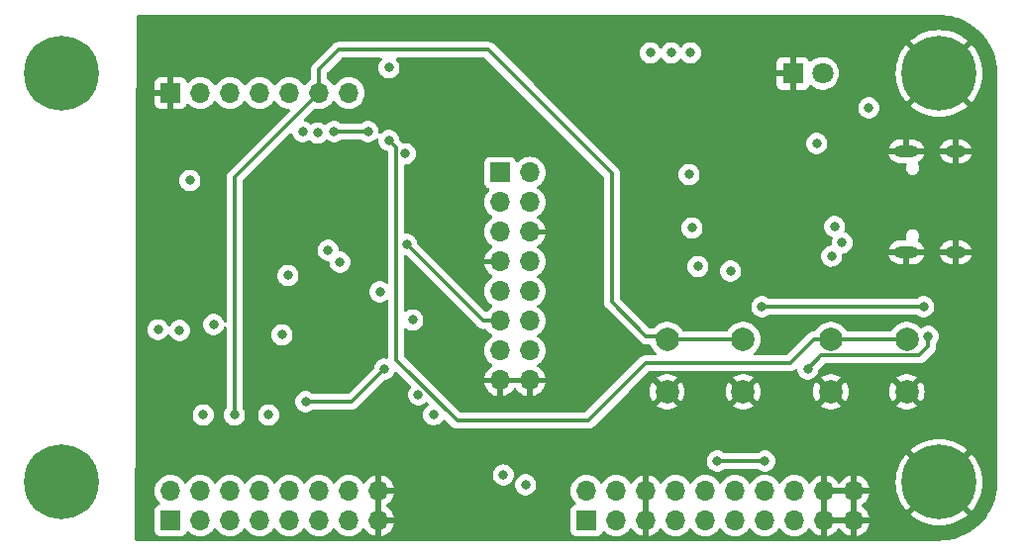
<source format=gbr>
%TF.GenerationSoftware,KiCad,Pcbnew,7.0.7*%
%TF.CreationDate,2024-01-15T23:48:35+01:00*%
%TF.ProjectId,FlipperZeroESP32,466c6970-7065-4725-9a65-726f45535033,rev?*%
%TF.SameCoordinates,Original*%
%TF.FileFunction,Copper,L4,Bot*%
%TF.FilePolarity,Positive*%
%FSLAX46Y46*%
G04 Gerber Fmt 4.6, Leading zero omitted, Abs format (unit mm)*
G04 Created by KiCad (PCBNEW 7.0.7) date 2024-01-15 23:48:35*
%MOMM*%
%LPD*%
G01*
G04 APERTURE LIST*
%TA.AperFunction,ComponentPad*%
%ADD10R,1.700000X1.700000*%
%TD*%
%TA.AperFunction,ComponentPad*%
%ADD11O,1.700000X1.700000*%
%TD*%
%TA.AperFunction,ComponentPad*%
%ADD12C,0.800000*%
%TD*%
%TA.AperFunction,ComponentPad*%
%ADD13C,6.400000*%
%TD*%
%TA.AperFunction,ComponentPad*%
%ADD14C,2.000000*%
%TD*%
%TA.AperFunction,ComponentPad*%
%ADD15O,2.100000X1.000000*%
%TD*%
%TA.AperFunction,ComponentPad*%
%ADD16O,1.800000X1.000000*%
%TD*%
%TA.AperFunction,ComponentPad*%
%ADD17R,1.800000X1.800000*%
%TD*%
%TA.AperFunction,ComponentPad*%
%ADD18C,1.800000*%
%TD*%
%TA.AperFunction,ViaPad*%
%ADD19C,0.800000*%
%TD*%
%TA.AperFunction,Conductor*%
%ADD20C,0.350000*%
%TD*%
G04 APERTURE END LIST*
D10*
%TO.P,J2,1,Pin_1*%
%TO.N,+3V3*%
X149860000Y-143275000D03*
D11*
%TO.P,J2,2,Pin_2*%
X149860000Y-140735000D03*
%TO.P,J2,3,Pin_3*%
%TO.N,IO1*%
X152400000Y-143275000D03*
%TO.P,J2,4,Pin_4*%
X152400000Y-140735000D03*
%TO.P,J2,5,Pin_5*%
%TO.N,GND*%
X154940000Y-143275000D03*
%TO.P,J2,6,Pin_6*%
X154940000Y-140735000D03*
%TO.P,J2,7,Pin_7*%
%TO.N,IO2*%
X157480000Y-143275000D03*
%TO.P,J2,8,Pin_8*%
X157480000Y-140735000D03*
%TO.P,J2,9,Pin_9*%
%TO.N,RXD0*%
X160020000Y-143275000D03*
%TO.P,J2,10,Pin_10*%
X160020000Y-140735000D03*
%TO.P,J2,11,Pin_11*%
%TO.N,TXD0*%
X162560000Y-143275000D03*
%TO.P,J2,12,Pin_12*%
X162560000Y-140735000D03*
%TO.P,J2,13,Pin_13*%
%TO.N,IO18*%
X165100000Y-143275000D03*
%TO.P,J2,14,Pin_14*%
X165100000Y-140735000D03*
%TO.P,J2,15,Pin_15*%
%TO.N,IO17*%
X167640000Y-143275000D03*
%TO.P,J2,16,Pin_16*%
X167640000Y-140735000D03*
%TO.P,J2,17,Pin_17*%
%TO.N,GND*%
X170180000Y-143275000D03*
%TO.P,J2,18,Pin_18*%
X170180000Y-140735000D03*
%TO.P,J2,19,Pin_19*%
X172720000Y-143275000D03*
%TO.P,J2,20,Pin_20*%
X172720000Y-140735000D03*
%TD*%
D12*
%TO.P,H1,1,1*%
%TO.N,GND*%
X102600000Y-105000000D03*
X103302944Y-103302944D03*
X103302944Y-106697056D03*
X105000000Y-102600000D03*
D13*
X105000000Y-105000000D03*
D12*
X105000000Y-107400000D03*
X106697056Y-103302944D03*
X106697056Y-106697056D03*
X107400000Y-105000000D03*
%TD*%
D10*
%TO.P,J4,1,Pin_1*%
%TO.N,+5V*%
X142460000Y-113500000D03*
D11*
%TO.P,J4,2,Pin_2*%
%TO.N,+3V3*%
X145000000Y-113500000D03*
%TO.P,J4,3,Pin_3*%
%TO.N,IO37*%
X142460000Y-116040000D03*
%TO.P,J4,4,Pin_4*%
%TO.N,IO36*%
X145000000Y-116040000D03*
%TO.P,J4,5,Pin_5*%
%TO.N,IO35*%
X142460000Y-118580000D03*
%TO.P,J4,6,Pin_6*%
%TO.N,GND*%
X145000000Y-118580000D03*
%TO.P,J4,7,Pin_7*%
X142460000Y-121120000D03*
%TO.P,J4,8,Pin_8*%
%TO.N,IO21*%
X145000000Y-121120000D03*
%TO.P,J4,9,Pin_9*%
%TO.N,IO16*%
X142460000Y-123660000D03*
%TO.P,J4,10,Pin_10*%
%TO.N,IO15*%
X145000000Y-123660000D03*
%TO.P,J4,11,Pin_11*%
%TO.N,IO14*%
X142460000Y-126200000D03*
%TO.P,J4,12,Pin_12*%
%TO.N,IO9*%
X145000000Y-126200000D03*
%TO.P,J4,13,Pin_13*%
%TO.N,IO8*%
X142460000Y-128740000D03*
%TO.P,J4,14,Pin_14*%
%TO.N,IO7*%
X145000000Y-128740000D03*
%TO.P,J4,15,Pin_15*%
%TO.N,GND*%
X142460000Y-131280000D03*
%TO.P,J4,16,Pin_16*%
X145000000Y-131280000D03*
%TD*%
D14*
%TO.P,SW2,1,1*%
%TO.N,IO0*%
X170750000Y-127750000D03*
X177250000Y-127750000D03*
%TO.P,SW2,2,2*%
%TO.N,GND*%
X170750000Y-132250000D03*
X177250000Y-132250000D03*
%TD*%
%TO.P,SW1,1,1*%
%TO.N,RST*%
X156750000Y-127750000D03*
X163250000Y-127750000D03*
%TO.P,SW1,2,2*%
%TO.N,GND*%
X156750000Y-132250000D03*
X163250000Y-132250000D03*
%TD*%
D12*
%TO.P,H2,1,1*%
%TO.N,GND*%
X177600000Y-105000000D03*
X178302944Y-103302944D03*
X178302944Y-106697056D03*
X180000000Y-102600000D03*
D13*
X180000000Y-105000000D03*
D12*
X180000000Y-107400000D03*
X181697056Y-103302944D03*
X181697056Y-106697056D03*
X182400000Y-105000000D03*
%TD*%
%TO.P,H4,1,1*%
%TO.N,GND*%
X177600000Y-140000000D03*
X178302944Y-138302944D03*
X178302944Y-141697056D03*
X180000000Y-137600000D03*
D13*
X180000000Y-140000000D03*
D12*
X180000000Y-142400000D03*
X181697056Y-138302944D03*
X181697056Y-141697056D03*
X182400000Y-140000000D03*
%TD*%
%TO.P,H3,1,1*%
%TO.N,GND*%
X102600000Y-140000000D03*
X103302944Y-138302944D03*
X103302944Y-141697056D03*
X105000000Y-137600000D03*
D13*
X105000000Y-140000000D03*
D12*
X105000000Y-142400000D03*
X106697056Y-138302944D03*
X106697056Y-141697056D03*
X107400000Y-140000000D03*
%TD*%
D15*
%TO.P,J3,S1,SHIELD*%
%TO.N,GND*%
X177215000Y-120320000D03*
D16*
X181415000Y-120320000D03*
D15*
X177215000Y-111680000D03*
D16*
X181415000Y-111680000D03*
%TD*%
D10*
%TO.P,J5,1,Pin_1*%
%TO.N,GND*%
X114300000Y-106680000D03*
D11*
%TO.P,J5,2,Pin_2*%
%TO.N,TMS*%
X116840000Y-106680000D03*
%TO.P,J5,3,Pin_3*%
%TO.N,TDI*%
X119380000Y-106680000D03*
%TO.P,J5,4,Pin_4*%
%TO.N,TDO*%
X121920000Y-106680000D03*
%TO.P,J5,5,Pin_5*%
%TO.N,TCK*%
X124460000Y-106680000D03*
%TO.P,J5,6,Pin_6*%
%TO.N,RST*%
X127000000Y-106680000D03*
%TO.P,J5,7,Pin_7*%
%TO.N,+3V3*%
X129540000Y-106680000D03*
%TD*%
D10*
%TO.P,J1,1,Pin_1*%
%TO.N,+5V*%
X114300000Y-143275000D03*
D11*
%TO.P,J1,2,Pin_2*%
X114300000Y-140735000D03*
%TO.P,J1,3,Pin_3*%
%TO.N,IO11*%
X116840000Y-143275000D03*
%TO.P,J1,4,Pin_4*%
X116840000Y-140735000D03*
%TO.P,J1,5,Pin_5*%
%TO.N,IO13*%
X119380000Y-143275000D03*
%TO.P,J1,6,Pin_6*%
X119380000Y-140735000D03*
%TO.P,J1,7,Pin_7*%
%TO.N,IO12*%
X121920000Y-143275000D03*
%TO.P,J1,8,Pin_8*%
X121920000Y-140735000D03*
%TO.P,J1,9,Pin_9*%
%TO.N,IO10*%
X124460000Y-143275000D03*
%TO.P,J1,10,Pin_10*%
X124460000Y-140735000D03*
%TO.P,J1,11,Pin_11*%
%TO.N,RTS*%
X127000000Y-143275000D03*
%TO.P,J1,12,Pin_12*%
X127000000Y-140735000D03*
%TO.P,J1,13,Pin_13*%
%TO.N,DTR*%
X129540000Y-143275000D03*
%TO.P,J1,14,Pin_14*%
X129540000Y-140735000D03*
%TO.P,J1,15,Pin_15*%
%TO.N,GND*%
X132080000Y-143275000D03*
%TO.P,J1,16,Pin_16*%
X132080000Y-140735000D03*
%TD*%
D17*
%TO.P,D1,1,K*%
%TO.N,GND*%
X167500000Y-105000000D03*
D18*
%TO.P,D1,2,A*%
%TO.N,Net-(D1-A)*%
X170040000Y-105000000D03*
%TD*%
D19*
%TO.N,GND*%
X112268000Y-105029000D03*
X112141000Y-139954000D03*
%TO.N,TXD0*%
X142748000Y-139373500D03*
%TO.N,RXD0*%
X144653000Y-140208000D03*
%TO.N,TXD0*%
X136779000Y-134225845D03*
%TO.N,RXD0*%
X135469345Y-132500655D03*
X115062000Y-127000000D03*
%TO.N,TXD0*%
X113220500Y-126936500D03*
%TO.N,+3V3*%
X158877000Y-118237000D03*
X158623000Y-113665000D03*
X158750000Y-103251000D03*
X171069000Y-118110000D03*
X122682000Y-134239000D03*
X132969000Y-104521000D03*
X157099000Y-103251000D03*
X173990000Y-107950000D03*
X162179000Y-121920000D03*
X169545000Y-110998000D03*
X117094000Y-134239000D03*
X155321000Y-103251000D03*
%TO.N,GND*%
X112903000Y-109855000D03*
X163576000Y-110998000D03*
X153162000Y-115570000D03*
X114046000Y-134239000D03*
X153162000Y-121412000D03*
X170942000Y-121920000D03*
X153162000Y-118491000D03*
X154686000Y-113538000D03*
%TO.N,+5V*%
X159385000Y-121539000D03*
%TO.N,RST*%
X119761000Y-134239000D03*
%TO.N,IO0*%
X132969000Y-110744000D03*
%TO.N,IO11*%
X124333000Y-122301000D03*
%TO.N,IO13*%
X127762000Y-120142000D03*
%TO.N,IO12*%
X128778000Y-121158000D03*
%TO.N,IO10*%
X132194500Y-123698000D03*
%TO.N,RTS*%
X178689000Y-124968000D03*
X164846000Y-124968000D03*
%TO.N,DTR*%
X168783000Y-130302000D03*
X179070000Y-127508000D03*
%TO.N,IO2*%
X115951000Y-114173000D03*
%TO.N,RXD0*%
X170815000Y-120650000D03*
%TO.N,TXD0*%
X171704000Y-119507000D03*
%TO.N,IO17*%
X165100000Y-138176000D03*
X161036000Y-138176000D03*
%TO.N,IO37*%
X134366000Y-111887000D03*
X125603000Y-109982000D03*
%TO.N,IO36*%
X126873000Y-110109000D03*
%TO.N,IO35*%
X131191000Y-109982000D03*
X128270000Y-109982000D03*
%TO.N,IO16*%
X132588000Y-130302000D03*
X125857000Y-133096000D03*
%TO.N,IO15*%
X123825000Y-127381000D03*
%TO.N,IO14*%
X134493000Y-119634000D03*
%TO.N,IO9*%
X135001000Y-126111000D03*
%TO.N,IO7*%
X117983000Y-126492000D03*
%TD*%
D20*
%TO.N,RST*%
X152019000Y-113538000D02*
X141478000Y-102997000D01*
X127000000Y-104648000D02*
X127000000Y-106680000D01*
X163250000Y-127750000D02*
X156750000Y-127750000D01*
X141478000Y-102997000D02*
X128651000Y-102997000D01*
X119761000Y-113919000D02*
X119761000Y-134239000D01*
X154947000Y-127515000D02*
X152019000Y-124587000D01*
X127000000Y-106680000D02*
X119761000Y-113919000D01*
X156515000Y-127515000D02*
X154947000Y-127515000D01*
X156750000Y-127750000D02*
X156515000Y-127515000D01*
X128651000Y-102997000D02*
X127000000Y-104648000D01*
X152019000Y-124587000D02*
X152019000Y-113538000D01*
%TO.N,IO0*%
X154940000Y-129794000D02*
X149987000Y-134747000D01*
X133604000Y-129540000D02*
X133604000Y-112221016D01*
X133604000Y-111379000D02*
X132969000Y-110744000D01*
X170750000Y-127750000D02*
X169335787Y-127750000D01*
X133591000Y-111565984D02*
X133604000Y-111552984D01*
X133591000Y-112208016D02*
X133591000Y-111565984D01*
X138811000Y-134747000D02*
X133604000Y-129540000D01*
X167291787Y-129794000D02*
X154940000Y-129794000D01*
X177250000Y-127750000D02*
X170750000Y-127750000D01*
X149987000Y-134747000D02*
X138811000Y-134747000D01*
X133604000Y-111552984D02*
X133604000Y-111379000D01*
X133604000Y-112221016D02*
X133591000Y-112208016D01*
X169335787Y-127750000D02*
X167291787Y-129794000D01*
%TO.N,RTS*%
X164846000Y-124968000D02*
X178689000Y-124968000D01*
%TO.N,DTR*%
X169926000Y-129159000D02*
X168783000Y-130302000D01*
X179070000Y-128397000D02*
X178308000Y-129159000D01*
X179070000Y-127508000D02*
X179070000Y-128397000D01*
X178308000Y-129159000D02*
X169926000Y-129159000D01*
%TO.N,IO17*%
X161036000Y-138176000D02*
X165100000Y-138176000D01*
%TO.N,IO35*%
X131191000Y-109982000D02*
X128270000Y-109982000D01*
%TO.N,IO16*%
X125857000Y-133096000D02*
X129794000Y-133096000D01*
X129794000Y-133096000D02*
X132588000Y-130302000D01*
%TO.N,IO14*%
X142460000Y-126200000D02*
X141059000Y-126200000D01*
X141059000Y-126200000D02*
X134493000Y-119634000D01*
%TD*%
%TA.AperFunction,Conductor*%
%TO.N,GND*%
G36*
X132257512Y-141234507D02*
G01*
X132310315Y-141280262D01*
X132330000Y-141347301D01*
X132330000Y-142662698D01*
X132310315Y-142729737D01*
X132257511Y-142775492D01*
X132188355Y-142785436D01*
X132115766Y-142775000D01*
X132115763Y-142775000D01*
X132044237Y-142775000D01*
X132044233Y-142775000D01*
X131971645Y-142785436D01*
X131902487Y-142775492D01*
X131849684Y-142729736D01*
X131830000Y-142662698D01*
X131830000Y-141347301D01*
X131849685Y-141280262D01*
X131902489Y-141234507D01*
X131971647Y-141224563D01*
X132044237Y-141235000D01*
X132044238Y-141235000D01*
X132115762Y-141235000D01*
X132115763Y-141235000D01*
X132188353Y-141224563D01*
X132257512Y-141234507D01*
G37*
%TD.AperFunction*%
%TA.AperFunction,Conductor*%
G36*
X172173692Y-143044685D02*
G01*
X172219447Y-143097489D01*
X172229391Y-143166647D01*
X172225631Y-143183933D01*
X172220000Y-143203111D01*
X172220000Y-143346888D01*
X172225631Y-143366067D01*
X172225630Y-143435936D01*
X172187855Y-143494714D01*
X172124299Y-143523738D01*
X172106653Y-143525000D01*
X170793347Y-143525000D01*
X170726308Y-143505315D01*
X170680553Y-143452511D01*
X170670609Y-143383353D01*
X170674369Y-143366067D01*
X170680000Y-143346888D01*
X170680000Y-143203111D01*
X170674369Y-143183933D01*
X170674370Y-143114064D01*
X170712145Y-143055286D01*
X170775701Y-143026262D01*
X170793347Y-143025000D01*
X172106653Y-143025000D01*
X172173692Y-143044685D01*
G37*
%TD.AperFunction*%
%TA.AperFunction,Conductor*%
G36*
X155117512Y-141234507D02*
G01*
X155170315Y-141280262D01*
X155190000Y-141347301D01*
X155190000Y-142662698D01*
X155170315Y-142729737D01*
X155117511Y-142775492D01*
X155048355Y-142785436D01*
X154975766Y-142775000D01*
X154975763Y-142775000D01*
X154904237Y-142775000D01*
X154904233Y-142775000D01*
X154831645Y-142785436D01*
X154762487Y-142775492D01*
X154709684Y-142729736D01*
X154690000Y-142662698D01*
X154690000Y-141347301D01*
X154709685Y-141280262D01*
X154762489Y-141234507D01*
X154831647Y-141224563D01*
X154904237Y-141235000D01*
X154904238Y-141235000D01*
X154975762Y-141235000D01*
X154975763Y-141235000D01*
X155048353Y-141224563D01*
X155117512Y-141234507D01*
G37*
%TD.AperFunction*%
%TA.AperFunction,Conductor*%
G36*
X170357512Y-141234507D02*
G01*
X170410315Y-141280262D01*
X170430000Y-141347301D01*
X170430000Y-142662698D01*
X170410315Y-142729737D01*
X170357511Y-142775492D01*
X170288355Y-142785436D01*
X170215766Y-142775000D01*
X170215763Y-142775000D01*
X170144237Y-142775000D01*
X170144233Y-142775000D01*
X170071645Y-142785436D01*
X170002487Y-142775492D01*
X169949684Y-142729736D01*
X169930000Y-142662698D01*
X169930000Y-141347301D01*
X169949685Y-141280262D01*
X170002489Y-141234507D01*
X170071647Y-141224563D01*
X170144237Y-141235000D01*
X170144238Y-141235000D01*
X170215762Y-141235000D01*
X170215763Y-141235000D01*
X170288353Y-141224563D01*
X170357512Y-141234507D01*
G37*
%TD.AperFunction*%
%TA.AperFunction,Conductor*%
G36*
X172897512Y-141234507D02*
G01*
X172950315Y-141280262D01*
X172970000Y-141347301D01*
X172970000Y-142662698D01*
X172950315Y-142729737D01*
X172897511Y-142775492D01*
X172828355Y-142785436D01*
X172755766Y-142775000D01*
X172755763Y-142775000D01*
X172684237Y-142775000D01*
X172684233Y-142775000D01*
X172611645Y-142785436D01*
X172542487Y-142775492D01*
X172489684Y-142729736D01*
X172470000Y-142662698D01*
X172470000Y-141347301D01*
X172489685Y-141280262D01*
X172542489Y-141234507D01*
X172611647Y-141224563D01*
X172684237Y-141235000D01*
X172684238Y-141235000D01*
X172755762Y-141235000D01*
X172755763Y-141235000D01*
X172828353Y-141224563D01*
X172897512Y-141234507D01*
G37*
%TD.AperFunction*%
%TA.AperFunction,Conductor*%
G36*
X172173692Y-140504685D02*
G01*
X172219447Y-140557489D01*
X172229391Y-140626647D01*
X172225631Y-140643933D01*
X172220000Y-140663111D01*
X172220000Y-140806888D01*
X172225631Y-140826067D01*
X172225630Y-140895936D01*
X172187855Y-140954714D01*
X172124299Y-140983738D01*
X172106653Y-140985000D01*
X170793347Y-140985000D01*
X170726308Y-140965315D01*
X170680553Y-140912511D01*
X170670609Y-140843353D01*
X170674369Y-140826067D01*
X170680000Y-140806888D01*
X170680000Y-140663111D01*
X170674369Y-140643933D01*
X170674370Y-140574064D01*
X170712145Y-140515286D01*
X170775701Y-140486262D01*
X170793347Y-140485000D01*
X172106653Y-140485000D01*
X172173692Y-140504685D01*
G37*
%TD.AperFunction*%
%TA.AperFunction,Conductor*%
G36*
X181392586Y-141039033D02*
G01*
X181621915Y-141268362D01*
X181655400Y-141329685D01*
X181650416Y-141399377D01*
X181608544Y-141455310D01*
X181603126Y-141459144D01*
X181516816Y-141516815D01*
X181516815Y-141516816D01*
X181459144Y-141603126D01*
X181405532Y-141647930D01*
X181336207Y-141656637D01*
X181273180Y-141626482D01*
X181268362Y-141621915D01*
X181039033Y-141392586D01*
X181005548Y-141331263D01*
X181010532Y-141261571D01*
X181046180Y-141210617D01*
X181134870Y-141134870D01*
X181210617Y-141046180D01*
X181269121Y-141007990D01*
X181338989Y-141007490D01*
X181392586Y-141039033D01*
G37*
%TD.AperFunction*%
%TA.AperFunction,Conductor*%
G36*
X178738428Y-141010531D02*
G01*
X178789381Y-141046179D01*
X178865130Y-141134870D01*
X178928855Y-141189296D01*
X178953816Y-141210615D01*
X178992009Y-141269122D01*
X178992507Y-141338990D01*
X178960965Y-141392586D01*
X178731636Y-141621915D01*
X178670313Y-141655400D01*
X178600621Y-141650416D01*
X178544688Y-141608544D01*
X178540853Y-141603124D01*
X178483184Y-141516816D01*
X178396873Y-141459145D01*
X178352068Y-141405533D01*
X178343361Y-141336208D01*
X178373515Y-141273180D01*
X178378083Y-141268362D01*
X178607413Y-141039032D01*
X178668736Y-141005547D01*
X178738428Y-141010531D01*
G37*
%TD.AperFunction*%
%TA.AperFunction,Conductor*%
G36*
X181399377Y-138349582D02*
G01*
X181455310Y-138391454D01*
X181459145Y-138396873D01*
X181516816Y-138483184D01*
X181603124Y-138540853D01*
X181647930Y-138594465D01*
X181656637Y-138663790D01*
X181626483Y-138726817D01*
X181621915Y-138731636D01*
X181392586Y-138960965D01*
X181331263Y-138994450D01*
X181261571Y-138989466D01*
X181210615Y-138953816D01*
X181189296Y-138928855D01*
X181134870Y-138865130D01*
X181046179Y-138789381D01*
X181007989Y-138730878D01*
X181007489Y-138661010D01*
X181039032Y-138607413D01*
X181268362Y-138378083D01*
X181329685Y-138344598D01*
X181399377Y-138349582D01*
G37*
%TD.AperFunction*%
%TA.AperFunction,Conductor*%
G36*
X178726818Y-138373516D02*
G01*
X178731637Y-138378084D01*
X178960966Y-138607413D01*
X178994451Y-138668736D01*
X178989467Y-138738428D01*
X178953817Y-138789384D01*
X178865130Y-138865130D01*
X178789384Y-138953817D01*
X178730877Y-138992010D01*
X178661009Y-138992508D01*
X178607413Y-138960966D01*
X178378084Y-138731637D01*
X178344599Y-138670314D01*
X178349583Y-138600622D01*
X178391455Y-138544689D01*
X178396874Y-138540854D01*
X178400487Y-138538439D01*
X178400489Y-138538439D01*
X178483184Y-138483184D01*
X178538439Y-138400489D01*
X178538439Y-138400487D01*
X178540854Y-138396874D01*
X178594466Y-138352069D01*
X178663791Y-138343362D01*
X178726818Y-138373516D01*
G37*
%TD.AperFunction*%
%TA.AperFunction,Conductor*%
G36*
X132309781Y-103692185D02*
G01*
X132355536Y-103744989D01*
X132365480Y-103814147D01*
X132336455Y-103877703D01*
X132334892Y-103879472D01*
X132236466Y-103988785D01*
X132141821Y-104152715D01*
X132141818Y-104152722D01*
X132083642Y-104331770D01*
X132083326Y-104332744D01*
X132063540Y-104521000D01*
X132083326Y-104709256D01*
X132083327Y-104709259D01*
X132141818Y-104889277D01*
X132141821Y-104889284D01*
X132236467Y-105053216D01*
X132350840Y-105180240D01*
X132363129Y-105193888D01*
X132516265Y-105305148D01*
X132516270Y-105305151D01*
X132689192Y-105382142D01*
X132689197Y-105382144D01*
X132874354Y-105421500D01*
X132874355Y-105421500D01*
X133063644Y-105421500D01*
X133063646Y-105421500D01*
X133248803Y-105382144D01*
X133421730Y-105305151D01*
X133574871Y-105193888D01*
X133701533Y-105053216D01*
X133796179Y-104889284D01*
X133854674Y-104709256D01*
X133874460Y-104521000D01*
X133854674Y-104332744D01*
X133796179Y-104152716D01*
X133701533Y-103988784D01*
X133603108Y-103879472D01*
X133572878Y-103816481D01*
X133581503Y-103747145D01*
X133626245Y-103693480D01*
X133692897Y-103672522D01*
X133695258Y-103672500D01*
X141146837Y-103672500D01*
X141213876Y-103692185D01*
X141234518Y-103708819D01*
X151307181Y-113781482D01*
X151340666Y-113842805D01*
X151343500Y-113869163D01*
X151343500Y-124564722D01*
X151343387Y-124568466D01*
X151339781Y-124628082D01*
X151339781Y-124628085D01*
X151350545Y-124686828D01*
X151351108Y-124690529D01*
X151358311Y-124749845D01*
X151361637Y-124758614D01*
X151367661Y-124780223D01*
X151369350Y-124789440D01*
X151393863Y-124843907D01*
X151395296Y-124847366D01*
X151416481Y-124903224D01*
X151416481Y-124903225D01*
X151421805Y-124910938D01*
X151432824Y-124930476D01*
X151436671Y-124939023D01*
X151436672Y-124939025D01*
X151473515Y-124986051D01*
X151475730Y-124989061D01*
X151509668Y-125038229D01*
X151554392Y-125077851D01*
X151557084Y-125080385D01*
X154453619Y-127976921D01*
X154456171Y-127979633D01*
X154495771Y-128024332D01*
X154538591Y-128053888D01*
X154544922Y-128058258D01*
X154547923Y-128060465D01*
X154594972Y-128097326D01*
X154594973Y-128097326D01*
X154594974Y-128097327D01*
X154603515Y-128101171D01*
X154623067Y-128112198D01*
X154630774Y-128117518D01*
X154686639Y-128138705D01*
X154690070Y-128140126D01*
X154744561Y-128164650D01*
X154753776Y-128166338D01*
X154775389Y-128172363D01*
X154784155Y-128175688D01*
X154843471Y-128182890D01*
X154847158Y-128183451D01*
X154905915Y-128194219D01*
X154905916Y-128194218D01*
X154905917Y-128194219D01*
X154965534Y-128190613D01*
X154969278Y-128190500D01*
X155223702Y-128190500D01*
X155290741Y-128210185D01*
X155336496Y-128262989D01*
X155337252Y-128264678D01*
X155351762Y-128297757D01*
X155425826Y-128466606D01*
X155561833Y-128674782D01*
X155561836Y-128674785D01*
X155730256Y-128857738D01*
X155768122Y-128887210D01*
X155780246Y-128896647D01*
X155821059Y-128953357D01*
X155824732Y-129023130D01*
X155790101Y-129083813D01*
X155728159Y-129116140D01*
X155704083Y-129118500D01*
X154962278Y-129118500D01*
X154958534Y-129118387D01*
X154898918Y-129114781D01*
X154898909Y-129114781D01*
X154840171Y-129125545D01*
X154836470Y-129126108D01*
X154777156Y-129133311D01*
X154768381Y-129136639D01*
X154746778Y-129142660D01*
X154742259Y-129143488D01*
X154737560Y-129144350D01*
X154683075Y-129168869D01*
X154679618Y-129170301D01*
X154623774Y-129191481D01*
X154623770Y-129191484D01*
X154616056Y-129196808D01*
X154596525Y-129207824D01*
X154587970Y-129211674D01*
X154540943Y-129248517D01*
X154537928Y-129250736D01*
X154488772Y-129284667D01*
X154488769Y-129284670D01*
X154449164Y-129329373D01*
X154446597Y-129332100D01*
X149743518Y-134035181D01*
X149682195Y-134068666D01*
X149655837Y-134071500D01*
X139142163Y-134071500D01*
X139075124Y-134051815D01*
X139054482Y-134035181D01*
X134315819Y-129296518D01*
X134282334Y-129235195D01*
X134279500Y-129208837D01*
X134279500Y-126943242D01*
X134299185Y-126876203D01*
X134351989Y-126830448D01*
X134421147Y-126820504D01*
X134476385Y-126842924D01*
X134548265Y-126895148D01*
X134548270Y-126895151D01*
X134721192Y-126972142D01*
X134721197Y-126972144D01*
X134906354Y-127011500D01*
X134906355Y-127011500D01*
X135095644Y-127011500D01*
X135095646Y-127011500D01*
X135280803Y-126972144D01*
X135453730Y-126895151D01*
X135606871Y-126783888D01*
X135733533Y-126643216D01*
X135828179Y-126479284D01*
X135886674Y-126299256D01*
X135906460Y-126111000D01*
X135886674Y-125922744D01*
X135828179Y-125742716D01*
X135733533Y-125578784D01*
X135606871Y-125438112D01*
X135606870Y-125438111D01*
X135453734Y-125326851D01*
X135453729Y-125326848D01*
X135280807Y-125249857D01*
X135280802Y-125249855D01*
X135135001Y-125218865D01*
X135095646Y-125210500D01*
X134906354Y-125210500D01*
X134873897Y-125217398D01*
X134721197Y-125249855D01*
X134721192Y-125249857D01*
X134548271Y-125326848D01*
X134476385Y-125379076D01*
X134410578Y-125402555D01*
X134342524Y-125386729D01*
X134293830Y-125336623D01*
X134279500Y-125278757D01*
X134279500Y-120675163D01*
X134299185Y-120608124D01*
X134351989Y-120562369D01*
X134421147Y-120552425D01*
X134484703Y-120581450D01*
X134491180Y-120587481D01*
X140565619Y-126661921D01*
X140568171Y-126664633D01*
X140607771Y-126709332D01*
X140656922Y-126743258D01*
X140659923Y-126745465D01*
X140706972Y-126782326D01*
X140706973Y-126782326D01*
X140706974Y-126782327D01*
X140715515Y-126786171D01*
X140735067Y-126797198D01*
X140742774Y-126802518D01*
X140798639Y-126823705D01*
X140802070Y-126825126D01*
X140856561Y-126849650D01*
X140865776Y-126851338D01*
X140887389Y-126857363D01*
X140896155Y-126860688D01*
X140955471Y-126867890D01*
X140959158Y-126868451D01*
X141017915Y-126879219D01*
X141017916Y-126879218D01*
X141017917Y-126879219D01*
X141077534Y-126875613D01*
X141081278Y-126875500D01*
X141219783Y-126875500D01*
X141286822Y-126895185D01*
X141321357Y-126928375D01*
X141409891Y-127054815D01*
X141421505Y-127071401D01*
X141588597Y-127238493D01*
X141588603Y-127238498D01*
X141774158Y-127368425D01*
X141817783Y-127423002D01*
X141824977Y-127492500D01*
X141793454Y-127554855D01*
X141774158Y-127571575D01*
X141588597Y-127701505D01*
X141421505Y-127868597D01*
X141285965Y-128062169D01*
X141285964Y-128062171D01*
X141186098Y-128276335D01*
X141186094Y-128276344D01*
X141124938Y-128504586D01*
X141124936Y-128504596D01*
X141104341Y-128739999D01*
X141104341Y-128740000D01*
X141124936Y-128975403D01*
X141124938Y-128975413D01*
X141186094Y-129203655D01*
X141186096Y-129203659D01*
X141186097Y-129203663D01*
X141266004Y-129375023D01*
X141285965Y-129417830D01*
X141285967Y-129417834D01*
X141394281Y-129572521D01*
X141421501Y-129611396D01*
X141421506Y-129611402D01*
X141588597Y-129778493D01*
X141588603Y-129778498D01*
X141774594Y-129908730D01*
X141818219Y-129963307D01*
X141825413Y-130032805D01*
X141793890Y-130095160D01*
X141774595Y-130111880D01*
X141588922Y-130241890D01*
X141588920Y-130241891D01*
X141421891Y-130408920D01*
X141421886Y-130408926D01*
X141286400Y-130602420D01*
X141286399Y-130602422D01*
X141186570Y-130816507D01*
X141186567Y-130816513D01*
X141129364Y-131029999D01*
X141129364Y-131030000D01*
X141846653Y-131030000D01*
X141913692Y-131049685D01*
X141959447Y-131102489D01*
X141969391Y-131171647D01*
X141965631Y-131188933D01*
X141960000Y-131208111D01*
X141960000Y-131351888D01*
X141965631Y-131371067D01*
X141965630Y-131440936D01*
X141927855Y-131499714D01*
X141864299Y-131528738D01*
X141846653Y-131530000D01*
X141129364Y-131530000D01*
X141186567Y-131743486D01*
X141186570Y-131743492D01*
X141286399Y-131957578D01*
X141421894Y-132151082D01*
X141588917Y-132318105D01*
X141782421Y-132453600D01*
X141996507Y-132553429D01*
X141996516Y-132553433D01*
X142210000Y-132610634D01*
X142210000Y-131892301D01*
X142229685Y-131825262D01*
X142282489Y-131779507D01*
X142351647Y-131769563D01*
X142424237Y-131780000D01*
X142424238Y-131780000D01*
X142495762Y-131780000D01*
X142495763Y-131780000D01*
X142568353Y-131769563D01*
X142637512Y-131779507D01*
X142690315Y-131825262D01*
X142710000Y-131892301D01*
X142710000Y-132610633D01*
X142923483Y-132553433D01*
X142923492Y-132553429D01*
X143137578Y-132453600D01*
X143331082Y-132318105D01*
X143498105Y-132151082D01*
X143628425Y-131964968D01*
X143683002Y-131921344D01*
X143752501Y-131914151D01*
X143814855Y-131945673D01*
X143831575Y-131964968D01*
X143961894Y-132151082D01*
X144128917Y-132318105D01*
X144322421Y-132453600D01*
X144536507Y-132553429D01*
X144536516Y-132553433D01*
X144750000Y-132610634D01*
X144750000Y-131892301D01*
X144769685Y-131825262D01*
X144822489Y-131779507D01*
X144891647Y-131769563D01*
X144964237Y-131780000D01*
X144964238Y-131780000D01*
X145035762Y-131780000D01*
X145035763Y-131780000D01*
X145108353Y-131769563D01*
X145177512Y-131779507D01*
X145230315Y-131825262D01*
X145250000Y-131892301D01*
X145250000Y-132610633D01*
X145463483Y-132553433D01*
X145463492Y-132553429D01*
X145677578Y-132453600D01*
X145871082Y-132318105D01*
X146038105Y-132151082D01*
X146173600Y-131957578D01*
X146273429Y-131743492D01*
X146273432Y-131743486D01*
X146330636Y-131530000D01*
X145613347Y-131530000D01*
X145546308Y-131510315D01*
X145500553Y-131457511D01*
X145490609Y-131388353D01*
X145494369Y-131371067D01*
X145500000Y-131351888D01*
X145500000Y-131208111D01*
X145494369Y-131188933D01*
X145494370Y-131119064D01*
X145532145Y-131060286D01*
X145595701Y-131031262D01*
X145613347Y-131030000D01*
X146330636Y-131030000D01*
X146330635Y-131029999D01*
X146273432Y-130816513D01*
X146273429Y-130816507D01*
X146173600Y-130602422D01*
X146173599Y-130602420D01*
X146038113Y-130408926D01*
X146038108Y-130408920D01*
X145871078Y-130241890D01*
X145685405Y-130111879D01*
X145641780Y-130057302D01*
X145634588Y-129987804D01*
X145666110Y-129925449D01*
X145685406Y-129908730D01*
X145871401Y-129778495D01*
X146038495Y-129611401D01*
X146174035Y-129417830D01*
X146273903Y-129203663D01*
X146335063Y-128975408D01*
X146355659Y-128740000D01*
X146335063Y-128504592D01*
X146288626Y-128331285D01*
X146273905Y-128276344D01*
X146273904Y-128276343D01*
X146273903Y-128276337D01*
X146174035Y-128062171D01*
X146168425Y-128054158D01*
X146038494Y-127868597D01*
X145871402Y-127701506D01*
X145871401Y-127701505D01*
X145685842Y-127571575D01*
X145685841Y-127571574D01*
X145642216Y-127516997D01*
X145635024Y-127447498D01*
X145666546Y-127385144D01*
X145685836Y-127368428D01*
X145871401Y-127238495D01*
X146038495Y-127071401D01*
X146174035Y-126877830D01*
X146273903Y-126663663D01*
X146335063Y-126435408D01*
X146355659Y-126200000D01*
X146335063Y-125964592D01*
X146278140Y-125752151D01*
X146273905Y-125736344D01*
X146273904Y-125736343D01*
X146273903Y-125736337D01*
X146174035Y-125522171D01*
X146168425Y-125514158D01*
X146038494Y-125328597D01*
X145871402Y-125161506D01*
X145871396Y-125161501D01*
X145685842Y-125031575D01*
X145642217Y-124976998D01*
X145635023Y-124907500D01*
X145666546Y-124845145D01*
X145685842Y-124828425D01*
X145741518Y-124789440D01*
X145871401Y-124698495D01*
X146038495Y-124531401D01*
X146174035Y-124337830D01*
X146273903Y-124123663D01*
X146335063Y-123895408D01*
X146355659Y-123660000D01*
X146335063Y-123424592D01*
X146288626Y-123251285D01*
X146273905Y-123196344D01*
X146273904Y-123196343D01*
X146273903Y-123196337D01*
X146174035Y-122982171D01*
X146168425Y-122974158D01*
X146038494Y-122788597D01*
X145871402Y-122621506D01*
X145871401Y-122621505D01*
X145685842Y-122491575D01*
X145685841Y-122491574D01*
X145642216Y-122436997D01*
X145635024Y-122367498D01*
X145666546Y-122305144D01*
X145685836Y-122288428D01*
X145871401Y-122158495D01*
X146038495Y-121991401D01*
X146174035Y-121797830D01*
X146273903Y-121583663D01*
X146335063Y-121355408D01*
X146355659Y-121120000D01*
X146335063Y-120884592D01*
X146273903Y-120656337D01*
X146174035Y-120442171D01*
X146168731Y-120434595D01*
X146038494Y-120248597D01*
X145871402Y-120081506D01*
X145871401Y-120081505D01*
X145688934Y-119953740D01*
X145685405Y-119951269D01*
X145641781Y-119896692D01*
X145634588Y-119827193D01*
X145666110Y-119764839D01*
X145685405Y-119748119D01*
X145871082Y-119618105D01*
X146038105Y-119451082D01*
X146173600Y-119257578D01*
X146273429Y-119043492D01*
X146273432Y-119043486D01*
X146330636Y-118830000D01*
X145613347Y-118830000D01*
X145546308Y-118810315D01*
X145500553Y-118757511D01*
X145490609Y-118688353D01*
X145494369Y-118671067D01*
X145496143Y-118665022D01*
X145500000Y-118651889D01*
X145500000Y-118508111D01*
X145494368Y-118488933D01*
X145494370Y-118419064D01*
X145532145Y-118360286D01*
X145595701Y-118331262D01*
X145613347Y-118330000D01*
X146330636Y-118330000D01*
X146330635Y-118329999D01*
X146273432Y-118116513D01*
X146273429Y-118116507D01*
X146173600Y-117902422D01*
X146173599Y-117902420D01*
X146038113Y-117708926D01*
X146038108Y-117708920D01*
X145871078Y-117541890D01*
X145685405Y-117411879D01*
X145641780Y-117357302D01*
X145634588Y-117287804D01*
X145666110Y-117225449D01*
X145685406Y-117208730D01*
X145685843Y-117208424D01*
X145871401Y-117078495D01*
X146038495Y-116911401D01*
X146174035Y-116717830D01*
X146273903Y-116503663D01*
X146335063Y-116275408D01*
X146355659Y-116040000D01*
X146335063Y-115804592D01*
X146273903Y-115576337D01*
X146174035Y-115362171D01*
X146168425Y-115354158D01*
X146038494Y-115168597D01*
X145871402Y-115001506D01*
X145871396Y-115001501D01*
X145685842Y-114871575D01*
X145642217Y-114816998D01*
X145635023Y-114747500D01*
X145666546Y-114685145D01*
X145685842Y-114668425D01*
X145708026Y-114652891D01*
X145871401Y-114538495D01*
X146038495Y-114371401D01*
X146174035Y-114177830D01*
X146273903Y-113963663D01*
X146335063Y-113735408D01*
X146355659Y-113500000D01*
X146335063Y-113264592D01*
X146273903Y-113036337D01*
X146174035Y-112822171D01*
X146172354Y-112819769D01*
X146038494Y-112628597D01*
X145871402Y-112461506D01*
X145871395Y-112461501D01*
X145677834Y-112325967D01*
X145677830Y-112325965D01*
X145646900Y-112311542D01*
X145463663Y-112226097D01*
X145463659Y-112226096D01*
X145463655Y-112226094D01*
X145235413Y-112164938D01*
X145235403Y-112164936D01*
X145000001Y-112144341D01*
X144999999Y-112144341D01*
X144764596Y-112164936D01*
X144764586Y-112164938D01*
X144536344Y-112226094D01*
X144536335Y-112226098D01*
X144322171Y-112325964D01*
X144322169Y-112325965D01*
X144128600Y-112461503D01*
X144006673Y-112583430D01*
X143945350Y-112616914D01*
X143875658Y-112611930D01*
X143819725Y-112570058D01*
X143802810Y-112539081D01*
X143753797Y-112407671D01*
X143753793Y-112407664D01*
X143667547Y-112292455D01*
X143667544Y-112292452D01*
X143552335Y-112206206D01*
X143552328Y-112206202D01*
X143417482Y-112155908D01*
X143417483Y-112155908D01*
X143357883Y-112149501D01*
X143357881Y-112149500D01*
X143357873Y-112149500D01*
X143357864Y-112149500D01*
X141562129Y-112149500D01*
X141562123Y-112149501D01*
X141502516Y-112155908D01*
X141367671Y-112206202D01*
X141367664Y-112206206D01*
X141252455Y-112292452D01*
X141252452Y-112292455D01*
X141166206Y-112407664D01*
X141166202Y-112407671D01*
X141115908Y-112542517D01*
X141109501Y-112602116D01*
X141109500Y-112602135D01*
X141109500Y-114397870D01*
X141109501Y-114397876D01*
X141115908Y-114457483D01*
X141166202Y-114592328D01*
X141166206Y-114592335D01*
X141252452Y-114707544D01*
X141252455Y-114707547D01*
X141367664Y-114793793D01*
X141367671Y-114793797D01*
X141499081Y-114842810D01*
X141555015Y-114884681D01*
X141579432Y-114950145D01*
X141564580Y-115018418D01*
X141543430Y-115046673D01*
X141421503Y-115168600D01*
X141285965Y-115362169D01*
X141285964Y-115362171D01*
X141186098Y-115576335D01*
X141186094Y-115576344D01*
X141124938Y-115804586D01*
X141124936Y-115804596D01*
X141104341Y-116039999D01*
X141104341Y-116040000D01*
X141124936Y-116275403D01*
X141124938Y-116275413D01*
X141186094Y-116503655D01*
X141186096Y-116503659D01*
X141186097Y-116503663D01*
X141190000Y-116512032D01*
X141285965Y-116717830D01*
X141285967Y-116717834D01*
X141394281Y-116872521D01*
X141421501Y-116911396D01*
X141421506Y-116911402D01*
X141588597Y-117078493D01*
X141588603Y-117078498D01*
X141774158Y-117208425D01*
X141817783Y-117263002D01*
X141824977Y-117332500D01*
X141793454Y-117394855D01*
X141774158Y-117411575D01*
X141588597Y-117541505D01*
X141421505Y-117708597D01*
X141285965Y-117902169D01*
X141285964Y-117902171D01*
X141217618Y-118048740D01*
X141189053Y-118109999D01*
X141186098Y-118116335D01*
X141186094Y-118116344D01*
X141124938Y-118344586D01*
X141124936Y-118344596D01*
X141104341Y-118579999D01*
X141104341Y-118580000D01*
X141124936Y-118815403D01*
X141124938Y-118815413D01*
X141186094Y-119043655D01*
X141186096Y-119043659D01*
X141186097Y-119043663D01*
X141267400Y-119218017D01*
X141285965Y-119257830D01*
X141285967Y-119257834D01*
X141358163Y-119360940D01*
X141421505Y-119451401D01*
X141588599Y-119618495D01*
X141757357Y-119736661D01*
X141774594Y-119748730D01*
X141818219Y-119803307D01*
X141825413Y-119872805D01*
X141793890Y-119935160D01*
X141774595Y-119951880D01*
X141588922Y-120081890D01*
X141588920Y-120081891D01*
X141421891Y-120248920D01*
X141421886Y-120248926D01*
X141286400Y-120442420D01*
X141286399Y-120442422D01*
X141186570Y-120656507D01*
X141186567Y-120656513D01*
X141129364Y-120869999D01*
X141129364Y-120870000D01*
X141846653Y-120870000D01*
X141913692Y-120889685D01*
X141959447Y-120942489D01*
X141969391Y-121011647D01*
X141965631Y-121028933D01*
X141960000Y-121048111D01*
X141960000Y-121191888D01*
X141965631Y-121211067D01*
X141965630Y-121280936D01*
X141927855Y-121339714D01*
X141864299Y-121368738D01*
X141846653Y-121370000D01*
X141129364Y-121370000D01*
X141186567Y-121583486D01*
X141186570Y-121583492D01*
X141286399Y-121797578D01*
X141421894Y-121991082D01*
X141588917Y-122158105D01*
X141774595Y-122288119D01*
X141818219Y-122342696D01*
X141825412Y-122412195D01*
X141793890Y-122474549D01*
X141774595Y-122491269D01*
X141588594Y-122621508D01*
X141421505Y-122788597D01*
X141285965Y-122982169D01*
X141285964Y-122982171D01*
X141186098Y-123196335D01*
X141186094Y-123196344D01*
X141124938Y-123424586D01*
X141124936Y-123424596D01*
X141104341Y-123659999D01*
X141104341Y-123660000D01*
X141124936Y-123895403D01*
X141124938Y-123895413D01*
X141186094Y-124123655D01*
X141186096Y-124123659D01*
X141186097Y-124123663D01*
X141264733Y-124292298D01*
X141285965Y-124337830D01*
X141285967Y-124337834D01*
X141354553Y-124435784D01*
X141421501Y-124531396D01*
X141421506Y-124531402D01*
X141588597Y-124698493D01*
X141588603Y-124698498D01*
X141774158Y-124828425D01*
X141817783Y-124883002D01*
X141824977Y-124952500D01*
X141793454Y-125014855D01*
X141774158Y-125031575D01*
X141588597Y-125161505D01*
X141421505Y-125328598D01*
X141391526Y-125371413D01*
X141336949Y-125415038D01*
X141267450Y-125422230D01*
X141205096Y-125390707D01*
X141202271Y-125387970D01*
X135423656Y-119609355D01*
X135390171Y-119548032D01*
X135388016Y-119534634D01*
X135379268Y-119451401D01*
X135378674Y-119445744D01*
X135320179Y-119265716D01*
X135225533Y-119101784D01*
X135098871Y-118961112D01*
X135098870Y-118961111D01*
X134945734Y-118849851D01*
X134945729Y-118849848D01*
X134772807Y-118772857D01*
X134772802Y-118772855D01*
X134617111Y-118739763D01*
X134587646Y-118733500D01*
X134403500Y-118733500D01*
X134336461Y-118713815D01*
X134290706Y-118661011D01*
X134279500Y-118609500D01*
X134279500Y-112911500D01*
X134299185Y-112844461D01*
X134351989Y-112798706D01*
X134403500Y-112787500D01*
X134460644Y-112787500D01*
X134460646Y-112787500D01*
X134645803Y-112748144D01*
X134818730Y-112671151D01*
X134971871Y-112559888D01*
X135098533Y-112419216D01*
X135193179Y-112255284D01*
X135251674Y-112075256D01*
X135271460Y-111887000D01*
X135251674Y-111698744D01*
X135193179Y-111518716D01*
X135098533Y-111354784D01*
X134971871Y-111214112D01*
X134971870Y-111214111D01*
X134818734Y-111102851D01*
X134818729Y-111102848D01*
X134645807Y-111025857D01*
X134645802Y-111025855D01*
X134482231Y-110991088D01*
X134460646Y-110986500D01*
X134271354Y-110986500D01*
X134271351Y-110986500D01*
X134249764Y-110991088D01*
X134180097Y-110985770D01*
X134124365Y-110943632D01*
X134121934Y-110940234D01*
X134113332Y-110927771D01*
X134068624Y-110888163D01*
X134065912Y-110885611D01*
X133899656Y-110719355D01*
X133866171Y-110658032D01*
X133864016Y-110644634D01*
X133858797Y-110594980D01*
X133854674Y-110555744D01*
X133796179Y-110375716D01*
X133701533Y-110211784D01*
X133574871Y-110071112D01*
X133574870Y-110071111D01*
X133421734Y-109959851D01*
X133421729Y-109959848D01*
X133248807Y-109882857D01*
X133248802Y-109882855D01*
X133103000Y-109851865D01*
X133063646Y-109843500D01*
X132874354Y-109843500D01*
X132841897Y-109850398D01*
X132689197Y-109882855D01*
X132689192Y-109882857D01*
X132516270Y-109959848D01*
X132516265Y-109959851D01*
X132363129Y-110071111D01*
X132363128Y-110071112D01*
X132305975Y-110134587D01*
X132246489Y-110171235D01*
X132176632Y-110169904D01*
X132118584Y-110131017D01*
X132090774Y-110066920D01*
X132090505Y-110038658D01*
X132096460Y-109982000D01*
X132076674Y-109793744D01*
X132018179Y-109613716D01*
X131923533Y-109449784D01*
X131796871Y-109309112D01*
X131766182Y-109286815D01*
X131643734Y-109197851D01*
X131643729Y-109197848D01*
X131470807Y-109120857D01*
X131470802Y-109120855D01*
X131325001Y-109089865D01*
X131285646Y-109081500D01*
X131096354Y-109081500D01*
X131063897Y-109088398D01*
X130911197Y-109120855D01*
X130911192Y-109120857D01*
X130738270Y-109197848D01*
X130738265Y-109197851D01*
X130621319Y-109282818D01*
X130555513Y-109306298D01*
X130548434Y-109306500D01*
X128912566Y-109306500D01*
X128845527Y-109286815D01*
X128839681Y-109282818D01*
X128722734Y-109197851D01*
X128722729Y-109197848D01*
X128549807Y-109120857D01*
X128549802Y-109120855D01*
X128404001Y-109089865D01*
X128364646Y-109081500D01*
X128175354Y-109081500D01*
X128142897Y-109088398D01*
X127990197Y-109120855D01*
X127990192Y-109120857D01*
X127817270Y-109197848D01*
X127817265Y-109197851D01*
X127664132Y-109309109D01*
X127664129Y-109309111D01*
X127664129Y-109309112D01*
X127646670Y-109328503D01*
X127596444Y-109384284D01*
X127536957Y-109420932D01*
X127467100Y-109419601D01*
X127431411Y-109401630D01*
X127353999Y-109345388D01*
X127325729Y-109324848D01*
X127152807Y-109247857D01*
X127152802Y-109247855D01*
X127007000Y-109216865D01*
X126967646Y-109208500D01*
X126778354Y-109208500D01*
X126745897Y-109215398D01*
X126593197Y-109247855D01*
X126593192Y-109247857D01*
X126455615Y-109309112D01*
X126420270Y-109324849D01*
X126415241Y-109328503D01*
X126391362Y-109345851D01*
X126325555Y-109369328D01*
X126257501Y-109353500D01*
X126226333Y-109328505D01*
X126208871Y-109309112D01*
X126208869Y-109309110D01*
X126208866Y-109309107D01*
X126208864Y-109309106D01*
X126055734Y-109197851D01*
X126055729Y-109197848D01*
X125882807Y-109120857D01*
X125882803Y-109120856D01*
X125802403Y-109103766D01*
X125740922Y-109070573D01*
X125707145Y-109009410D01*
X125711798Y-108939695D01*
X125740500Y-108894800D01*
X126600121Y-108035178D01*
X126661442Y-108001695D01*
X126719893Y-108003086D01*
X126732843Y-108006555D01*
X126764592Y-108015063D01*
X126935319Y-108030000D01*
X126999999Y-108035659D01*
X127000000Y-108035659D01*
X127000001Y-108035659D01*
X127064681Y-108030000D01*
X127235408Y-108015063D01*
X127463663Y-107953903D01*
X127677830Y-107854035D01*
X127871401Y-107718495D01*
X128038495Y-107551401D01*
X128168426Y-107365841D01*
X128223002Y-107322217D01*
X128292500Y-107315023D01*
X128354855Y-107346546D01*
X128371575Y-107365842D01*
X128501500Y-107551395D01*
X128501505Y-107551401D01*
X128668599Y-107718495D01*
X128730359Y-107761740D01*
X128862165Y-107854032D01*
X128862167Y-107854033D01*
X128862170Y-107854035D01*
X129076337Y-107953903D01*
X129304592Y-108015063D01*
X129475319Y-108030000D01*
X129539999Y-108035659D01*
X129540000Y-108035659D01*
X129540001Y-108035659D01*
X129604681Y-108030000D01*
X129775408Y-108015063D01*
X130003663Y-107953903D01*
X130217830Y-107854035D01*
X130411401Y-107718495D01*
X130578495Y-107551401D01*
X130714035Y-107357830D01*
X130813903Y-107143663D01*
X130875063Y-106915408D01*
X130895659Y-106680000D01*
X130875063Y-106444592D01*
X130813903Y-106216337D01*
X130714035Y-106002171D01*
X130708425Y-105994158D01*
X130578494Y-105808597D01*
X130411402Y-105641506D01*
X130411395Y-105641501D01*
X130217834Y-105505967D01*
X130217830Y-105505965D01*
X130111323Y-105456300D01*
X130003663Y-105406097D01*
X130003659Y-105406096D01*
X130003655Y-105406094D01*
X129775413Y-105344938D01*
X129775403Y-105344936D01*
X129540001Y-105324341D01*
X129539999Y-105324341D01*
X129304596Y-105344936D01*
X129304586Y-105344938D01*
X129076344Y-105406094D01*
X129076335Y-105406098D01*
X128862171Y-105505964D01*
X128862169Y-105505965D01*
X128668597Y-105641505D01*
X128501505Y-105808597D01*
X128371575Y-105994158D01*
X128316998Y-106037783D01*
X128247500Y-106044977D01*
X128185145Y-106013454D01*
X128168425Y-105994158D01*
X128038494Y-105808597D01*
X127871402Y-105641506D01*
X127871401Y-105641505D01*
X127794854Y-105587906D01*
X127728375Y-105541357D01*
X127684752Y-105486781D01*
X127675500Y-105439783D01*
X127675500Y-104979162D01*
X127695185Y-104912123D01*
X127711819Y-104891481D01*
X128894482Y-103708819D01*
X128955805Y-103675334D01*
X128982163Y-103672500D01*
X132242742Y-103672500D01*
X132309781Y-103692185D01*
G37*
%TD.AperFunction*%
%TA.AperFunction,Conductor*%
G36*
X144453692Y-131049685D02*
G01*
X144499447Y-131102489D01*
X144509391Y-131171647D01*
X144505631Y-131188933D01*
X144500000Y-131208111D01*
X144500000Y-131351888D01*
X144505631Y-131371067D01*
X144505630Y-131440936D01*
X144467855Y-131499714D01*
X144404299Y-131528738D01*
X144386653Y-131530000D01*
X143073347Y-131530000D01*
X143006308Y-131510315D01*
X142960553Y-131457511D01*
X142950609Y-131388353D01*
X142954369Y-131371067D01*
X142960000Y-131351888D01*
X142960000Y-131208111D01*
X142954369Y-131188933D01*
X142954370Y-131119064D01*
X142992145Y-131060286D01*
X143055701Y-131031262D01*
X143073347Y-131030000D01*
X144386653Y-131030000D01*
X144453692Y-131049685D01*
G37*
%TD.AperFunction*%
%TA.AperFunction,Conductor*%
G36*
X181392586Y-106039033D02*
G01*
X181621915Y-106268362D01*
X181655400Y-106329685D01*
X181650416Y-106399377D01*
X181608544Y-106455310D01*
X181603126Y-106459144D01*
X181516816Y-106516815D01*
X181516815Y-106516816D01*
X181459144Y-106603126D01*
X181405532Y-106647930D01*
X181336207Y-106656637D01*
X181273180Y-106626482D01*
X181268362Y-106621915D01*
X181039033Y-106392586D01*
X181005548Y-106331263D01*
X181010532Y-106261571D01*
X181046180Y-106210617D01*
X181134870Y-106134870D01*
X181210617Y-106046180D01*
X181269121Y-106007990D01*
X181338989Y-106007490D01*
X181392586Y-106039033D01*
G37*
%TD.AperFunction*%
%TA.AperFunction,Conductor*%
G36*
X178738428Y-106010531D02*
G01*
X178789381Y-106046179D01*
X178865130Y-106134870D01*
X178913831Y-106176464D01*
X178953816Y-106210615D01*
X178992009Y-106269122D01*
X178992507Y-106338990D01*
X178960965Y-106392586D01*
X178731636Y-106621915D01*
X178670313Y-106655400D01*
X178600621Y-106650416D01*
X178544688Y-106608544D01*
X178540853Y-106603124D01*
X178483184Y-106516816D01*
X178396873Y-106459145D01*
X178352068Y-106405533D01*
X178343361Y-106336208D01*
X178373515Y-106273180D01*
X178378083Y-106268362D01*
X178607413Y-106039032D01*
X178668736Y-106005547D01*
X178738428Y-106010531D01*
G37*
%TD.AperFunction*%
%TA.AperFunction,Conductor*%
G36*
X181399377Y-103349582D02*
G01*
X181455310Y-103391454D01*
X181459145Y-103396873D01*
X181461560Y-103400488D01*
X181461561Y-103400489D01*
X181516816Y-103483184D01*
X181595106Y-103535496D01*
X181603124Y-103540853D01*
X181647930Y-103594465D01*
X181656637Y-103663790D01*
X181626483Y-103726817D01*
X181621915Y-103731636D01*
X181392586Y-103960965D01*
X181331263Y-103994450D01*
X181261571Y-103989466D01*
X181210615Y-103953816D01*
X181145608Y-103877703D01*
X181134870Y-103865130D01*
X181046179Y-103789381D01*
X181007989Y-103730878D01*
X181007489Y-103661010D01*
X181039032Y-103607413D01*
X181268362Y-103378083D01*
X181329685Y-103344598D01*
X181399377Y-103349582D01*
G37*
%TD.AperFunction*%
%TA.AperFunction,Conductor*%
G36*
X178726818Y-103373516D02*
G01*
X178731637Y-103378084D01*
X178960966Y-103607413D01*
X178994451Y-103668736D01*
X178989467Y-103738428D01*
X178953817Y-103789384D01*
X178865130Y-103865130D01*
X178789384Y-103953817D01*
X178730877Y-103992010D01*
X178661009Y-103992508D01*
X178607413Y-103960966D01*
X178378084Y-103731637D01*
X178344599Y-103670314D01*
X178349583Y-103600622D01*
X178391455Y-103544689D01*
X178396874Y-103540854D01*
X178400487Y-103538439D01*
X178400489Y-103538439D01*
X178483184Y-103483184D01*
X178538439Y-103400489D01*
X178538439Y-103400487D01*
X178540854Y-103396874D01*
X178594466Y-103352069D01*
X178663791Y-103343362D01*
X178726818Y-103373516D01*
G37*
%TD.AperFunction*%
%TA.AperFunction,Conductor*%
G36*
X180217318Y-100009488D02*
G01*
X180415934Y-100018160D01*
X180420865Y-100018574D01*
X180636792Y-100045489D01*
X180832940Y-100071313D01*
X180837265Y-100071883D01*
X180841894Y-100072671D01*
X181054183Y-100117183D01*
X181252534Y-100161157D01*
X181256778Y-100162257D01*
X181464544Y-100224112D01*
X181658658Y-100285317D01*
X181662530Y-100286680D01*
X181864457Y-100365472D01*
X182052817Y-100443494D01*
X182056252Y-100445045D01*
X182131343Y-100481755D01*
X182250992Y-100540249D01*
X182388629Y-100611897D01*
X182432009Y-100634479D01*
X182435107Y-100636207D01*
X182621382Y-100747202D01*
X182793662Y-100856957D01*
X182796377Y-100858789D01*
X182972918Y-100984837D01*
X183135098Y-101109282D01*
X183137426Y-101111159D01*
X183303055Y-101251439D01*
X183454895Y-101390574D01*
X183609424Y-101545103D01*
X183748557Y-101696940D01*
X183888839Y-101862572D01*
X183890716Y-101864900D01*
X184015162Y-102027081D01*
X184141209Y-102203621D01*
X184143040Y-102206335D01*
X184252797Y-102378617D01*
X184363791Y-102564891D01*
X184365525Y-102568000D01*
X184459750Y-102749007D01*
X184509124Y-102850000D01*
X184554953Y-102943744D01*
X184556524Y-102947229D01*
X184634536Y-103135566D01*
X184713309Y-103337445D01*
X184714681Y-103341340D01*
X184775899Y-103535496D01*
X184837735Y-103743200D01*
X184838843Y-103747472D01*
X184882818Y-103945826D01*
X184927326Y-104158101D01*
X184928115Y-104162733D01*
X184954524Y-104363319D01*
X184981422Y-104579114D01*
X184981839Y-104584080D01*
X184990513Y-104782728D01*
X184999500Y-105000000D01*
X184999500Y-140000000D01*
X184990513Y-140217271D01*
X184981839Y-140415918D01*
X184981422Y-140420884D01*
X184954524Y-140636680D01*
X184928115Y-140837265D01*
X184927326Y-140841897D01*
X184882818Y-141054173D01*
X184838843Y-141252526D01*
X184837735Y-141256798D01*
X184775899Y-141464503D01*
X184714681Y-141658658D01*
X184713309Y-141662552D01*
X184634536Y-141864433D01*
X184556524Y-142052769D01*
X184554944Y-142056274D01*
X184459750Y-142250992D01*
X184365525Y-142431998D01*
X184363791Y-142435107D01*
X184252797Y-142621382D01*
X184143040Y-142793663D01*
X184141209Y-142796377D01*
X184015162Y-142972918D01*
X183890716Y-143135099D01*
X183888839Y-143137426D01*
X183748557Y-143303059D01*
X183674982Y-143383353D01*
X183611611Y-143452511D01*
X183609426Y-143454895D01*
X183454895Y-143609426D01*
X183303059Y-143748557D01*
X183137426Y-143888839D01*
X183135099Y-143890716D01*
X182972918Y-144015162D01*
X182796377Y-144141209D01*
X182793663Y-144143040D01*
X182621382Y-144252797D01*
X182435107Y-144363791D01*
X182431998Y-144365525D01*
X182250992Y-144459750D01*
X182056274Y-144554944D01*
X182052769Y-144556524D01*
X181864433Y-144634536D01*
X181662552Y-144713309D01*
X181658658Y-144714681D01*
X181464503Y-144775899D01*
X181256798Y-144837735D01*
X181252526Y-144838843D01*
X181054173Y-144882818D01*
X180841897Y-144927326D01*
X180837265Y-144928115D01*
X180636680Y-144954524D01*
X180420884Y-144981422D01*
X180415918Y-144981839D01*
X180217271Y-144990513D01*
X180000000Y-144999500D01*
X111381083Y-144999500D01*
X111314044Y-144979815D01*
X111268289Y-144927011D01*
X111257083Y-144875178D01*
X111257986Y-144531539D01*
X111267950Y-140735000D01*
X112944341Y-140735000D01*
X112964936Y-140970403D01*
X112964938Y-140970413D01*
X113026094Y-141198655D01*
X113026096Y-141198659D01*
X113026097Y-141198663D01*
X113105801Y-141369588D01*
X113125965Y-141412830D01*
X113125967Y-141412834D01*
X113191899Y-141506994D01*
X113261504Y-141606400D01*
X113261506Y-141606402D01*
X113383430Y-141728326D01*
X113416915Y-141789649D01*
X113411931Y-141859341D01*
X113370059Y-141915274D01*
X113339083Y-141932189D01*
X113207669Y-141981203D01*
X113207664Y-141981206D01*
X113092455Y-142067452D01*
X113092452Y-142067455D01*
X113006206Y-142182664D01*
X113006202Y-142182671D01*
X112955908Y-142317517D01*
X112949501Y-142377116D01*
X112949500Y-142377135D01*
X112949500Y-144172870D01*
X112949501Y-144172876D01*
X112955908Y-144232483D01*
X113006202Y-144367328D01*
X113006206Y-144367335D01*
X113092452Y-144482544D01*
X113092455Y-144482547D01*
X113207664Y-144568793D01*
X113207671Y-144568797D01*
X113342517Y-144619091D01*
X113342516Y-144619091D01*
X113349444Y-144619835D01*
X113402127Y-144625500D01*
X115197872Y-144625499D01*
X115257483Y-144619091D01*
X115392331Y-144568796D01*
X115507546Y-144482546D01*
X115593796Y-144367331D01*
X115642810Y-144235916D01*
X115684681Y-144179984D01*
X115750145Y-144155566D01*
X115818418Y-144170417D01*
X115846672Y-144191569D01*
X115968599Y-144313495D01*
X116065384Y-144381264D01*
X116162165Y-144449032D01*
X116162167Y-144449033D01*
X116162170Y-144449035D01*
X116376337Y-144548903D01*
X116376343Y-144548904D01*
X116376344Y-144548905D01*
X116404779Y-144556524D01*
X116604592Y-144610063D01*
X116781034Y-144625500D01*
X116839999Y-144630659D01*
X116840000Y-144630659D01*
X116840001Y-144630659D01*
X116898966Y-144625500D01*
X117075408Y-144610063D01*
X117303663Y-144548903D01*
X117517830Y-144449035D01*
X117711401Y-144313495D01*
X117878495Y-144146401D01*
X118008426Y-143960840D01*
X118063001Y-143917217D01*
X118132499Y-143910023D01*
X118194854Y-143941546D01*
X118211574Y-143960841D01*
X118341505Y-144146401D01*
X118508599Y-144313495D01*
X118605384Y-144381264D01*
X118702165Y-144449032D01*
X118702167Y-144449033D01*
X118702170Y-144449035D01*
X118916337Y-144548903D01*
X118916343Y-144548904D01*
X118916344Y-144548905D01*
X118944779Y-144556524D01*
X119144592Y-144610063D01*
X119321034Y-144625500D01*
X119379999Y-144630659D01*
X119380000Y-144630659D01*
X119380001Y-144630659D01*
X119438966Y-144625500D01*
X119615408Y-144610063D01*
X119843663Y-144548903D01*
X120057830Y-144449035D01*
X120251401Y-144313495D01*
X120418495Y-144146401D01*
X120548426Y-143960841D01*
X120603002Y-143917217D01*
X120672500Y-143910023D01*
X120734855Y-143941546D01*
X120751575Y-143960842D01*
X120881281Y-144146082D01*
X120881505Y-144146401D01*
X121048599Y-144313495D01*
X121145384Y-144381264D01*
X121242165Y-144449032D01*
X121242167Y-144449033D01*
X121242170Y-144449035D01*
X121456337Y-144548903D01*
X121456343Y-144548904D01*
X121456344Y-144548905D01*
X121484779Y-144556524D01*
X121684592Y-144610063D01*
X121861034Y-144625500D01*
X121919999Y-144630659D01*
X121920000Y-144630659D01*
X121920001Y-144630659D01*
X121978966Y-144625500D01*
X122155408Y-144610063D01*
X122383663Y-144548903D01*
X122597830Y-144449035D01*
X122791401Y-144313495D01*
X122958495Y-144146401D01*
X123088426Y-143960840D01*
X123143001Y-143917217D01*
X123212499Y-143910023D01*
X123274854Y-143941546D01*
X123291574Y-143960841D01*
X123421505Y-144146401D01*
X123588599Y-144313495D01*
X123685384Y-144381264D01*
X123782165Y-144449032D01*
X123782167Y-144449033D01*
X123782170Y-144449035D01*
X123996337Y-144548903D01*
X123996343Y-144548904D01*
X123996344Y-144548905D01*
X124024779Y-144556524D01*
X124224592Y-144610063D01*
X124401034Y-144625500D01*
X124459999Y-144630659D01*
X124460000Y-144630659D01*
X124460001Y-144630659D01*
X124518966Y-144625500D01*
X124695408Y-144610063D01*
X124923663Y-144548903D01*
X125137830Y-144449035D01*
X125331401Y-144313495D01*
X125498495Y-144146401D01*
X125628426Y-143960841D01*
X125683002Y-143917217D01*
X125752500Y-143910023D01*
X125814855Y-143941546D01*
X125831575Y-143960842D01*
X125961281Y-144146082D01*
X125961505Y-144146401D01*
X126128599Y-144313495D01*
X126225384Y-144381264D01*
X126322165Y-144449032D01*
X126322167Y-144449033D01*
X126322170Y-144449035D01*
X126536337Y-144548903D01*
X126536343Y-144548904D01*
X126536344Y-144548905D01*
X126564779Y-144556524D01*
X126764592Y-144610063D01*
X126941034Y-144625500D01*
X126999999Y-144630659D01*
X127000000Y-144630659D01*
X127000001Y-144630659D01*
X127058966Y-144625500D01*
X127235408Y-144610063D01*
X127463663Y-144548903D01*
X127677830Y-144449035D01*
X127871401Y-144313495D01*
X128038495Y-144146401D01*
X128168426Y-143960840D01*
X128223001Y-143917217D01*
X128292499Y-143910023D01*
X128354854Y-143941546D01*
X128371574Y-143960841D01*
X128501505Y-144146401D01*
X128668599Y-144313495D01*
X128765384Y-144381264D01*
X128862165Y-144449032D01*
X128862167Y-144449033D01*
X128862170Y-144449035D01*
X129076337Y-144548903D01*
X129076343Y-144548904D01*
X129076344Y-144548905D01*
X129104779Y-144556524D01*
X129304592Y-144610063D01*
X129481034Y-144625500D01*
X129539999Y-144630659D01*
X129540000Y-144630659D01*
X129540001Y-144630659D01*
X129598966Y-144625500D01*
X129775408Y-144610063D01*
X130003663Y-144548903D01*
X130217830Y-144449035D01*
X130411401Y-144313495D01*
X130578495Y-144146401D01*
X130708730Y-143960405D01*
X130763307Y-143916781D01*
X130832805Y-143909587D01*
X130895160Y-143941110D01*
X130911879Y-143960405D01*
X131041890Y-144146078D01*
X131208917Y-144313105D01*
X131402421Y-144448600D01*
X131616507Y-144548429D01*
X131616516Y-144548433D01*
X131830000Y-144605634D01*
X131830000Y-143887301D01*
X131849685Y-143820262D01*
X131902489Y-143774507D01*
X131971647Y-143764563D01*
X132044237Y-143775000D01*
X132044238Y-143775000D01*
X132115762Y-143775000D01*
X132115763Y-143775000D01*
X132188353Y-143764563D01*
X132257512Y-143774507D01*
X132310315Y-143820262D01*
X132330000Y-143887301D01*
X132330000Y-144605633D01*
X132543483Y-144548433D01*
X132543492Y-144548429D01*
X132757578Y-144448600D01*
X132951082Y-144313105D01*
X133118105Y-144146082D01*
X133253600Y-143952578D01*
X133353429Y-143738492D01*
X133353432Y-143738486D01*
X133410636Y-143525000D01*
X132693347Y-143525000D01*
X132626308Y-143505315D01*
X132580553Y-143452511D01*
X132570609Y-143383353D01*
X132574369Y-143366067D01*
X132580000Y-143346888D01*
X132580000Y-143203111D01*
X132574369Y-143183933D01*
X132574370Y-143114064D01*
X132612145Y-143055286D01*
X132675701Y-143026262D01*
X132693347Y-143025000D01*
X133410636Y-143025000D01*
X133410635Y-143024999D01*
X133353432Y-142811513D01*
X133353429Y-142811507D01*
X133253600Y-142597422D01*
X133253599Y-142597420D01*
X133118113Y-142403926D01*
X133118108Y-142403920D01*
X132951082Y-142236894D01*
X132764968Y-142106575D01*
X132721344Y-142051998D01*
X132714151Y-141982499D01*
X132745673Y-141920145D01*
X132764968Y-141903425D01*
X132951082Y-141773105D01*
X133118105Y-141606082D01*
X133253600Y-141412578D01*
X133353429Y-141198492D01*
X133353432Y-141198486D01*
X133410636Y-140985000D01*
X132693347Y-140985000D01*
X132626308Y-140965315D01*
X132580553Y-140912511D01*
X132570609Y-140843353D01*
X132574369Y-140826067D01*
X132580000Y-140806888D01*
X132580000Y-140663111D01*
X132574369Y-140643933D01*
X132574370Y-140574064D01*
X132612145Y-140515286D01*
X132675701Y-140486262D01*
X132693347Y-140485000D01*
X133410636Y-140485000D01*
X133410635Y-140484999D01*
X133353432Y-140271513D01*
X133353429Y-140271507D01*
X133253600Y-140057422D01*
X133253599Y-140057420D01*
X133118113Y-139863926D01*
X133118108Y-139863920D01*
X132951082Y-139696894D01*
X132757578Y-139561399D01*
X132543492Y-139461570D01*
X132543486Y-139461567D01*
X132330000Y-139404364D01*
X132330000Y-140122698D01*
X132310315Y-140189737D01*
X132257511Y-140235492D01*
X132188355Y-140245436D01*
X132115766Y-140235000D01*
X132115763Y-140235000D01*
X132044237Y-140235000D01*
X132044233Y-140235000D01*
X131971645Y-140245436D01*
X131902487Y-140235492D01*
X131849684Y-140189736D01*
X131830000Y-140122698D01*
X131829999Y-139404364D01*
X131616513Y-139461567D01*
X131616507Y-139461570D01*
X131402422Y-139561399D01*
X131402420Y-139561400D01*
X131208926Y-139696886D01*
X131208920Y-139696891D01*
X131041891Y-139863920D01*
X131041890Y-139863922D01*
X130911880Y-140049595D01*
X130857303Y-140093219D01*
X130787804Y-140100412D01*
X130725450Y-140068890D01*
X130708730Y-140049594D01*
X130578494Y-139863597D01*
X130411402Y-139696506D01*
X130411395Y-139696501D01*
X130217834Y-139560967D01*
X130217830Y-139560965D01*
X130162386Y-139535111D01*
X130003663Y-139461097D01*
X130003659Y-139461096D01*
X130003655Y-139461094D01*
X129775413Y-139399938D01*
X129775403Y-139399936D01*
X129540001Y-139379341D01*
X129539999Y-139379341D01*
X129304596Y-139399936D01*
X129304586Y-139399938D01*
X129076344Y-139461094D01*
X129076335Y-139461098D01*
X128862171Y-139560964D01*
X128862169Y-139560965D01*
X128668597Y-139696505D01*
X128501505Y-139863597D01*
X128371575Y-140049158D01*
X128316998Y-140092783D01*
X128247500Y-140099977D01*
X128185145Y-140068454D01*
X128168425Y-140049158D01*
X128038494Y-139863597D01*
X127871402Y-139696506D01*
X127871395Y-139696501D01*
X127677834Y-139560967D01*
X127677830Y-139560965D01*
X127622386Y-139535111D01*
X127463663Y-139461097D01*
X127463659Y-139461096D01*
X127463655Y-139461094D01*
X127235413Y-139399938D01*
X127235403Y-139399936D01*
X127000001Y-139379341D01*
X126999999Y-139379341D01*
X126764596Y-139399936D01*
X126764586Y-139399938D01*
X126536344Y-139461094D01*
X126536335Y-139461098D01*
X126322171Y-139560964D01*
X126322169Y-139560965D01*
X126128597Y-139696505D01*
X125961508Y-139863594D01*
X125831574Y-140049159D01*
X125776997Y-140092784D01*
X125707498Y-140099976D01*
X125645144Y-140068454D01*
X125628424Y-140049158D01*
X125626484Y-140046388D01*
X125498724Y-139863926D01*
X125498494Y-139863597D01*
X125331402Y-139696506D01*
X125331395Y-139696501D01*
X125137834Y-139560967D01*
X125137830Y-139560965D01*
X125082386Y-139535111D01*
X124923663Y-139461097D01*
X124923659Y-139461096D01*
X124923655Y-139461094D01*
X124695413Y-139399938D01*
X124695403Y-139399936D01*
X124460001Y-139379341D01*
X124459999Y-139379341D01*
X124224596Y-139399936D01*
X124224586Y-139399938D01*
X123996344Y-139461094D01*
X123996335Y-139461098D01*
X123782171Y-139560964D01*
X123782169Y-139560965D01*
X123588597Y-139696505D01*
X123421505Y-139863597D01*
X123291575Y-140049158D01*
X123236998Y-140092783D01*
X123167500Y-140099977D01*
X123105145Y-140068454D01*
X123088425Y-140049158D01*
X122958494Y-139863597D01*
X122791402Y-139696506D01*
X122791395Y-139696501D01*
X122597834Y-139560967D01*
X122597830Y-139560965D01*
X122542386Y-139535111D01*
X122383663Y-139461097D01*
X122383659Y-139461096D01*
X122383655Y-139461094D01*
X122155413Y-139399938D01*
X122155403Y-139399936D01*
X121920001Y-139379341D01*
X121919999Y-139379341D01*
X121684596Y-139399936D01*
X121684586Y-139399938D01*
X121456344Y-139461094D01*
X121456335Y-139461098D01*
X121242171Y-139560964D01*
X121242169Y-139560965D01*
X121048597Y-139696505D01*
X120881505Y-139863597D01*
X120751575Y-140049158D01*
X120696998Y-140092783D01*
X120627500Y-140099977D01*
X120565145Y-140068454D01*
X120548425Y-140049158D01*
X120418494Y-139863597D01*
X120251402Y-139696506D01*
X120251395Y-139696501D01*
X120057834Y-139560967D01*
X120057830Y-139560965D01*
X120002386Y-139535111D01*
X119843663Y-139461097D01*
X119843659Y-139461096D01*
X119843655Y-139461094D01*
X119615413Y-139399938D01*
X119615403Y-139399936D01*
X119380001Y-139379341D01*
X119379999Y-139379341D01*
X119144596Y-139399936D01*
X119144586Y-139399938D01*
X118916344Y-139461094D01*
X118916335Y-139461098D01*
X118702171Y-139560964D01*
X118702169Y-139560965D01*
X118508597Y-139696505D01*
X118341505Y-139863597D01*
X118211575Y-140049158D01*
X118156998Y-140092783D01*
X118087500Y-140099977D01*
X118025145Y-140068454D01*
X118008425Y-140049158D01*
X117878494Y-139863597D01*
X117711402Y-139696506D01*
X117711395Y-139696501D01*
X117517834Y-139560967D01*
X117517830Y-139560965D01*
X117462386Y-139535111D01*
X117303663Y-139461097D01*
X117303659Y-139461096D01*
X117303655Y-139461094D01*
X117075413Y-139399938D01*
X117075403Y-139399936D01*
X116840001Y-139379341D01*
X116839999Y-139379341D01*
X116604596Y-139399936D01*
X116604586Y-139399938D01*
X116376344Y-139461094D01*
X116376335Y-139461098D01*
X116162171Y-139560964D01*
X116162169Y-139560965D01*
X115968597Y-139696505D01*
X115801505Y-139863597D01*
X115671575Y-140049158D01*
X115616998Y-140092783D01*
X115547500Y-140099977D01*
X115485145Y-140068454D01*
X115468425Y-140049158D01*
X115338494Y-139863597D01*
X115171402Y-139696506D01*
X115171395Y-139696501D01*
X114977834Y-139560967D01*
X114977830Y-139560965D01*
X114922386Y-139535111D01*
X114763663Y-139461097D01*
X114763659Y-139461096D01*
X114763655Y-139461094D01*
X114535413Y-139399938D01*
X114535403Y-139399936D01*
X114300001Y-139379341D01*
X114299999Y-139379341D01*
X114064596Y-139399936D01*
X114064586Y-139399938D01*
X113836344Y-139461094D01*
X113836335Y-139461098D01*
X113622171Y-139560964D01*
X113622169Y-139560965D01*
X113428597Y-139696505D01*
X113261505Y-139863597D01*
X113125965Y-140057169D01*
X113125964Y-140057171D01*
X113026098Y-140271335D01*
X113026094Y-140271344D01*
X112964938Y-140499586D01*
X112964936Y-140499596D01*
X112944341Y-140734999D01*
X112944341Y-140735000D01*
X111267950Y-140735000D01*
X111271524Y-139373500D01*
X141842540Y-139373500D01*
X141862326Y-139561756D01*
X141862327Y-139561759D01*
X141920818Y-139741777D01*
X141920821Y-139741784D01*
X142015467Y-139905716D01*
X142099911Y-139999500D01*
X142142129Y-140046388D01*
X142295265Y-140157648D01*
X142295270Y-140157651D01*
X142468192Y-140234642D01*
X142468197Y-140234644D01*
X142653354Y-140274000D01*
X142653355Y-140274000D01*
X142842644Y-140274000D01*
X142842646Y-140274000D01*
X143027803Y-140234644D01*
X143087646Y-140208000D01*
X143747540Y-140208000D01*
X143767326Y-140396256D01*
X143767327Y-140396259D01*
X143825818Y-140576277D01*
X143825821Y-140576284D01*
X143920467Y-140740216D01*
X143947576Y-140770323D01*
X144047129Y-140880888D01*
X144200265Y-140992148D01*
X144200270Y-140992151D01*
X144373192Y-141069142D01*
X144373197Y-141069144D01*
X144558354Y-141108500D01*
X144558355Y-141108500D01*
X144747644Y-141108500D01*
X144747646Y-141108500D01*
X144932803Y-141069144D01*
X145105730Y-140992151D01*
X145258871Y-140880888D01*
X145385533Y-140740216D01*
X145388544Y-140735000D01*
X148504341Y-140735000D01*
X148524936Y-140970403D01*
X148524938Y-140970413D01*
X148586094Y-141198655D01*
X148586096Y-141198659D01*
X148586097Y-141198663D01*
X148665801Y-141369588D01*
X148685965Y-141412830D01*
X148685967Y-141412834D01*
X148751899Y-141506994D01*
X148821504Y-141606400D01*
X148821506Y-141606402D01*
X148943430Y-141728326D01*
X148976915Y-141789649D01*
X148971931Y-141859341D01*
X148930059Y-141915274D01*
X148899083Y-141932189D01*
X148767669Y-141981203D01*
X148767664Y-141981206D01*
X148652455Y-142067452D01*
X148652452Y-142067455D01*
X148566206Y-142182664D01*
X148566202Y-142182671D01*
X148515908Y-142317517D01*
X148509501Y-142377116D01*
X148509500Y-142377135D01*
X148509500Y-144172870D01*
X148509501Y-144172876D01*
X148515908Y-144232483D01*
X148566202Y-144367328D01*
X148566206Y-144367335D01*
X148652452Y-144482544D01*
X148652455Y-144482547D01*
X148767664Y-144568793D01*
X148767671Y-144568797D01*
X148902517Y-144619091D01*
X148902516Y-144619091D01*
X148909444Y-144619835D01*
X148962127Y-144625500D01*
X150757872Y-144625499D01*
X150817483Y-144619091D01*
X150952331Y-144568796D01*
X151067546Y-144482546D01*
X151153796Y-144367331D01*
X151202810Y-144235916D01*
X151244681Y-144179984D01*
X151310145Y-144155566D01*
X151378418Y-144170417D01*
X151406673Y-144191569D01*
X151528599Y-144313495D01*
X151625384Y-144381264D01*
X151722165Y-144449032D01*
X151722167Y-144449033D01*
X151722170Y-144449035D01*
X151936337Y-144548903D01*
X151936343Y-144548904D01*
X151936344Y-144548905D01*
X151964779Y-144556524D01*
X152164592Y-144610063D01*
X152341034Y-144625500D01*
X152399999Y-144630659D01*
X152400000Y-144630659D01*
X152400001Y-144630659D01*
X152458966Y-144625500D01*
X152635408Y-144610063D01*
X152863663Y-144548903D01*
X153077830Y-144449035D01*
X153271401Y-144313495D01*
X153438495Y-144146401D01*
X153568730Y-143960405D01*
X153623307Y-143916781D01*
X153692805Y-143909587D01*
X153755160Y-143941110D01*
X153771879Y-143960405D01*
X153901890Y-144146078D01*
X154068917Y-144313105D01*
X154262421Y-144448600D01*
X154476507Y-144548429D01*
X154476516Y-144548433D01*
X154690000Y-144605634D01*
X154690000Y-143887301D01*
X154709685Y-143820262D01*
X154762489Y-143774507D01*
X154831647Y-143764563D01*
X154904237Y-143775000D01*
X154904238Y-143775000D01*
X154975762Y-143775000D01*
X154975763Y-143775000D01*
X155048353Y-143764563D01*
X155117512Y-143774507D01*
X155170315Y-143820262D01*
X155190000Y-143887301D01*
X155190000Y-144605633D01*
X155403483Y-144548433D01*
X155403492Y-144548429D01*
X155617578Y-144448600D01*
X155811082Y-144313105D01*
X155978105Y-144146082D01*
X156108119Y-143960405D01*
X156162696Y-143916781D01*
X156232195Y-143909588D01*
X156294549Y-143941110D01*
X156311269Y-143960405D01*
X156441505Y-144146401D01*
X156608599Y-144313495D01*
X156705384Y-144381264D01*
X156802165Y-144449032D01*
X156802167Y-144449033D01*
X156802170Y-144449035D01*
X157016337Y-144548903D01*
X157016343Y-144548904D01*
X157016344Y-144548905D01*
X157044779Y-144556524D01*
X157244592Y-144610063D01*
X157421034Y-144625500D01*
X157479999Y-144630659D01*
X157480000Y-144630659D01*
X157480001Y-144630659D01*
X157538966Y-144625500D01*
X157715408Y-144610063D01*
X157943663Y-144548903D01*
X158157830Y-144449035D01*
X158351401Y-144313495D01*
X158518495Y-144146401D01*
X158648426Y-143960841D01*
X158703002Y-143917217D01*
X158772500Y-143910023D01*
X158834855Y-143941546D01*
X158851575Y-143960842D01*
X158981281Y-144146082D01*
X158981505Y-144146401D01*
X159148599Y-144313495D01*
X159245384Y-144381264D01*
X159342165Y-144449032D01*
X159342167Y-144449033D01*
X159342170Y-144449035D01*
X159556337Y-144548903D01*
X159556343Y-144548904D01*
X159556344Y-144548905D01*
X159584779Y-144556524D01*
X159784592Y-144610063D01*
X159961034Y-144625500D01*
X160019999Y-144630659D01*
X160020000Y-144630659D01*
X160020001Y-144630659D01*
X160078966Y-144625500D01*
X160255408Y-144610063D01*
X160483663Y-144548903D01*
X160697830Y-144449035D01*
X160891401Y-144313495D01*
X161058495Y-144146401D01*
X161188426Y-143960841D01*
X161243002Y-143917217D01*
X161312500Y-143910023D01*
X161374855Y-143941546D01*
X161391575Y-143960842D01*
X161521281Y-144146082D01*
X161521505Y-144146401D01*
X161688599Y-144313495D01*
X161785384Y-144381264D01*
X161882165Y-144449032D01*
X161882167Y-144449033D01*
X161882170Y-144449035D01*
X162096337Y-144548903D01*
X162096343Y-144548904D01*
X162096344Y-144548905D01*
X162124779Y-144556524D01*
X162324592Y-144610063D01*
X162501034Y-144625500D01*
X162559999Y-144630659D01*
X162560000Y-144630659D01*
X162560001Y-144630659D01*
X162618966Y-144625500D01*
X162795408Y-144610063D01*
X163023663Y-144548903D01*
X163237830Y-144449035D01*
X163431401Y-144313495D01*
X163598495Y-144146401D01*
X163728426Y-143960841D01*
X163783002Y-143917217D01*
X163852500Y-143910023D01*
X163914855Y-143941546D01*
X163931575Y-143960842D01*
X164061281Y-144146082D01*
X164061505Y-144146401D01*
X164228599Y-144313495D01*
X164325384Y-144381264D01*
X164422165Y-144449032D01*
X164422167Y-144449033D01*
X164422170Y-144449035D01*
X164636337Y-144548903D01*
X164636343Y-144548904D01*
X164636344Y-144548905D01*
X164664779Y-144556524D01*
X164864592Y-144610063D01*
X165041034Y-144625500D01*
X165099999Y-144630659D01*
X165100000Y-144630659D01*
X165100001Y-144630659D01*
X165158966Y-144625500D01*
X165335408Y-144610063D01*
X165563663Y-144548903D01*
X165777830Y-144449035D01*
X165971401Y-144313495D01*
X166138495Y-144146401D01*
X166268426Y-143960841D01*
X166323002Y-143917217D01*
X166392500Y-143910023D01*
X166454855Y-143941546D01*
X166471575Y-143960842D01*
X166601281Y-144146082D01*
X166601505Y-144146401D01*
X166768599Y-144313495D01*
X166865384Y-144381264D01*
X166962165Y-144449032D01*
X166962167Y-144449033D01*
X166962170Y-144449035D01*
X167176337Y-144548903D01*
X167176343Y-144548904D01*
X167176344Y-144548905D01*
X167204779Y-144556524D01*
X167404592Y-144610063D01*
X167581034Y-144625500D01*
X167639999Y-144630659D01*
X167640000Y-144630659D01*
X167640001Y-144630659D01*
X167698966Y-144625500D01*
X167875408Y-144610063D01*
X168103663Y-144548903D01*
X168317830Y-144449035D01*
X168511401Y-144313495D01*
X168678495Y-144146401D01*
X168808730Y-143960405D01*
X168863307Y-143916781D01*
X168932805Y-143909587D01*
X168995160Y-143941110D01*
X169011879Y-143960405D01*
X169141890Y-144146078D01*
X169308917Y-144313105D01*
X169502421Y-144448600D01*
X169716507Y-144548429D01*
X169716516Y-144548433D01*
X169930000Y-144605634D01*
X169930000Y-143887301D01*
X169949685Y-143820262D01*
X170002489Y-143774507D01*
X170071647Y-143764563D01*
X170144237Y-143775000D01*
X170144238Y-143775000D01*
X170215762Y-143775000D01*
X170215763Y-143775000D01*
X170288353Y-143764563D01*
X170357512Y-143774507D01*
X170410315Y-143820262D01*
X170430000Y-143887301D01*
X170430000Y-144605633D01*
X170643483Y-144548433D01*
X170643492Y-144548429D01*
X170857578Y-144448600D01*
X171051082Y-144313105D01*
X171218105Y-144146082D01*
X171348425Y-143959968D01*
X171403002Y-143916344D01*
X171472501Y-143909151D01*
X171534855Y-143940673D01*
X171551575Y-143959968D01*
X171681894Y-144146082D01*
X171848917Y-144313105D01*
X172042421Y-144448600D01*
X172256507Y-144548429D01*
X172256516Y-144548433D01*
X172470000Y-144605634D01*
X172470000Y-143887301D01*
X172489685Y-143820262D01*
X172542489Y-143774507D01*
X172611647Y-143764563D01*
X172684237Y-143775000D01*
X172684238Y-143775000D01*
X172755762Y-143775000D01*
X172755763Y-143775000D01*
X172828353Y-143764563D01*
X172897512Y-143774507D01*
X172950315Y-143820262D01*
X172970000Y-143887301D01*
X172970000Y-144605633D01*
X173183483Y-144548433D01*
X173183492Y-144548429D01*
X173397578Y-144448600D01*
X173591082Y-144313105D01*
X173758105Y-144146082D01*
X173893600Y-143952578D01*
X173993429Y-143738492D01*
X173993432Y-143738486D01*
X174050636Y-143525000D01*
X173333347Y-143525000D01*
X173266308Y-143505315D01*
X173220553Y-143452511D01*
X173210609Y-143383353D01*
X173214369Y-143366067D01*
X173220000Y-143346888D01*
X173220000Y-143203111D01*
X173214369Y-143183933D01*
X173214370Y-143114064D01*
X173252145Y-143055286D01*
X173315701Y-143026262D01*
X173333347Y-143025000D01*
X174050636Y-143025000D01*
X174050635Y-143024999D01*
X173993432Y-142811513D01*
X173993429Y-142811507D01*
X173893600Y-142597422D01*
X173893599Y-142597420D01*
X173758113Y-142403926D01*
X173758108Y-142403920D01*
X173591082Y-142236894D01*
X173404968Y-142106575D01*
X173361344Y-142051998D01*
X173354151Y-141982499D01*
X173385673Y-141920145D01*
X173404968Y-141903425D01*
X173591082Y-141773105D01*
X173758105Y-141606082D01*
X173893600Y-141412578D01*
X173993429Y-141198492D01*
X173993432Y-141198486D01*
X174050636Y-140985000D01*
X173333347Y-140985000D01*
X173266308Y-140965315D01*
X173220553Y-140912511D01*
X173210609Y-140843353D01*
X173214369Y-140826067D01*
X173220000Y-140806888D01*
X173220000Y-140663111D01*
X173214369Y-140643933D01*
X173214370Y-140574064D01*
X173252145Y-140515286D01*
X173315701Y-140486262D01*
X173333347Y-140485000D01*
X174050636Y-140485000D01*
X174050635Y-140484999D01*
X173993432Y-140271513D01*
X173993429Y-140271507D01*
X173893600Y-140057422D01*
X173893599Y-140057420D01*
X173853393Y-140000000D01*
X176294922Y-140000000D01*
X176315219Y-140387287D01*
X176375886Y-140770323D01*
X176375887Y-140770330D01*
X176476262Y-141144936D01*
X176615244Y-141506994D01*
X176791310Y-141852543D01*
X177002531Y-142177793D01*
X177211095Y-142435350D01*
X177211096Y-142435350D01*
X177874250Y-141772195D01*
X177935573Y-141738710D01*
X178005264Y-141743694D01*
X178061198Y-141785565D01*
X178065033Y-141790985D01*
X178122704Y-141877296D01*
X178209012Y-141934965D01*
X178253818Y-141988577D01*
X178262525Y-142057902D01*
X178232371Y-142120929D01*
X178227803Y-142125748D01*
X177564648Y-142788902D01*
X177564649Y-142788904D01*
X177822206Y-142997468D01*
X178147456Y-143208689D01*
X178493005Y-143384755D01*
X178855063Y-143523737D01*
X179229669Y-143624112D01*
X179229676Y-143624113D01*
X179612712Y-143684780D01*
X179999999Y-143705078D01*
X180000001Y-143705078D01*
X180387287Y-143684780D01*
X180770323Y-143624113D01*
X180770330Y-143624112D01*
X181144936Y-143523737D01*
X181506994Y-143384755D01*
X181852543Y-143208689D01*
X182177783Y-142997476D01*
X182177785Y-142997475D01*
X182435349Y-142788902D01*
X181772196Y-142125749D01*
X181738711Y-142064426D01*
X181743695Y-141994734D01*
X181785567Y-141938801D01*
X181790986Y-141934966D01*
X181794599Y-141932551D01*
X181794601Y-141932551D01*
X181877296Y-141877296D01*
X181932551Y-141794601D01*
X181932551Y-141794599D01*
X181934966Y-141790986D01*
X181988578Y-141746181D01*
X182057903Y-141737474D01*
X182120930Y-141767628D01*
X182125749Y-141772196D01*
X182788902Y-142435349D01*
X182997475Y-142177785D01*
X182997476Y-142177783D01*
X183208689Y-141852543D01*
X183384755Y-141506994D01*
X183523737Y-141144936D01*
X183624112Y-140770330D01*
X183624113Y-140770323D01*
X183684780Y-140387287D01*
X183705078Y-140000000D01*
X183705078Y-139999999D01*
X183684780Y-139612712D01*
X183624113Y-139229676D01*
X183624112Y-139229669D01*
X183523737Y-138855063D01*
X183384755Y-138493005D01*
X183208689Y-138147456D01*
X182997468Y-137822206D01*
X182788904Y-137564649D01*
X182788902Y-137564648D01*
X182125748Y-138227803D01*
X182064425Y-138261288D01*
X181994733Y-138256304D01*
X181938800Y-138214432D01*
X181934965Y-138209012D01*
X181877296Y-138122704D01*
X181790985Y-138065033D01*
X181746180Y-138011421D01*
X181737473Y-137942096D01*
X181767627Y-137879068D01*
X181772195Y-137874250D01*
X182435350Y-137211096D01*
X182435350Y-137211095D01*
X182177793Y-137002531D01*
X181852543Y-136791310D01*
X181506994Y-136615244D01*
X181144936Y-136476262D01*
X180770330Y-136375887D01*
X180770323Y-136375886D01*
X180387287Y-136315219D01*
X180000001Y-136294922D01*
X179999999Y-136294922D01*
X179612712Y-136315219D01*
X179229676Y-136375886D01*
X179229669Y-136375887D01*
X178855063Y-136476262D01*
X178493005Y-136615244D01*
X178147456Y-136791310D01*
X177822206Y-137002531D01*
X177564648Y-137211095D01*
X177564648Y-137211096D01*
X178227803Y-137874251D01*
X178261288Y-137935574D01*
X178256304Y-138005266D01*
X178214432Y-138061199D01*
X178209013Y-138065034D01*
X178122704Y-138122704D01*
X178065034Y-138209013D01*
X178011422Y-138253818D01*
X177942097Y-138262525D01*
X177879069Y-138232370D01*
X177874251Y-138227803D01*
X177211096Y-137564648D01*
X177211095Y-137564648D01*
X177002531Y-137822206D01*
X176791310Y-138147456D01*
X176615244Y-138493005D01*
X176476262Y-138855063D01*
X176375887Y-139229669D01*
X176375886Y-139229676D01*
X176315219Y-139612712D01*
X176294922Y-139999999D01*
X176294922Y-140000000D01*
X173853393Y-140000000D01*
X173758113Y-139863926D01*
X173758108Y-139863920D01*
X173591082Y-139696894D01*
X173397578Y-139561399D01*
X173183492Y-139461570D01*
X173183486Y-139461567D01*
X172970000Y-139404364D01*
X172970000Y-140122698D01*
X172950315Y-140189737D01*
X172897511Y-140235492D01*
X172828355Y-140245436D01*
X172755766Y-140235000D01*
X172755763Y-140235000D01*
X172684237Y-140235000D01*
X172684233Y-140235000D01*
X172611645Y-140245436D01*
X172542487Y-140235492D01*
X172489684Y-140189736D01*
X172470000Y-140122698D01*
X172470000Y-139404364D01*
X172469999Y-139404364D01*
X172256513Y-139461567D01*
X172256507Y-139461570D01*
X172042422Y-139561399D01*
X172042420Y-139561400D01*
X171848926Y-139696886D01*
X171848920Y-139696891D01*
X171681891Y-139863920D01*
X171681890Y-139863922D01*
X171551574Y-140050031D01*
X171496996Y-140093656D01*
X171427498Y-140100848D01*
X171365143Y-140069326D01*
X171348424Y-140050030D01*
X171218113Y-139863926D01*
X171218108Y-139863920D01*
X171051082Y-139696894D01*
X170857578Y-139561399D01*
X170643492Y-139461570D01*
X170643486Y-139461567D01*
X170430000Y-139404364D01*
X170430000Y-140122698D01*
X170410315Y-140189737D01*
X170357511Y-140235492D01*
X170288355Y-140245436D01*
X170215766Y-140235000D01*
X170215763Y-140235000D01*
X170144237Y-140235000D01*
X170144233Y-140235000D01*
X170071645Y-140245436D01*
X170002487Y-140235492D01*
X169949684Y-140189736D01*
X169930000Y-140122698D01*
X169930000Y-139404364D01*
X169929999Y-139404364D01*
X169716513Y-139461567D01*
X169716507Y-139461570D01*
X169502422Y-139561399D01*
X169502420Y-139561400D01*
X169308926Y-139696886D01*
X169308920Y-139696891D01*
X169141891Y-139863920D01*
X169141890Y-139863922D01*
X169011880Y-140049595D01*
X168957303Y-140093219D01*
X168887804Y-140100412D01*
X168825450Y-140068890D01*
X168808730Y-140049594D01*
X168678494Y-139863597D01*
X168511402Y-139696506D01*
X168511395Y-139696501D01*
X168317834Y-139560967D01*
X168317830Y-139560965D01*
X168262386Y-139535111D01*
X168103663Y-139461097D01*
X168103659Y-139461096D01*
X168103655Y-139461094D01*
X167875413Y-139399938D01*
X167875403Y-139399936D01*
X167640001Y-139379341D01*
X167639999Y-139379341D01*
X167404596Y-139399936D01*
X167404586Y-139399938D01*
X167176344Y-139461094D01*
X167176335Y-139461098D01*
X166962171Y-139560964D01*
X166962169Y-139560965D01*
X166768597Y-139696505D01*
X166601505Y-139863597D01*
X166471575Y-140049158D01*
X166416998Y-140092783D01*
X166347500Y-140099977D01*
X166285145Y-140068454D01*
X166268425Y-140049158D01*
X166138494Y-139863597D01*
X165971402Y-139696506D01*
X165971395Y-139696501D01*
X165777834Y-139560967D01*
X165777830Y-139560965D01*
X165722386Y-139535111D01*
X165563663Y-139461097D01*
X165563659Y-139461096D01*
X165563655Y-139461094D01*
X165335413Y-139399938D01*
X165335403Y-139399936D01*
X165100001Y-139379341D01*
X165099999Y-139379341D01*
X164864596Y-139399936D01*
X164864586Y-139399938D01*
X164636344Y-139461094D01*
X164636335Y-139461098D01*
X164422171Y-139560964D01*
X164422169Y-139560965D01*
X164228597Y-139696505D01*
X164061508Y-139863594D01*
X163931574Y-140049160D01*
X163876997Y-140092784D01*
X163807498Y-140099977D01*
X163745144Y-140068455D01*
X163728429Y-140049164D01*
X163598495Y-139863599D01*
X163598493Y-139863596D01*
X163431402Y-139696506D01*
X163431395Y-139696501D01*
X163237834Y-139560967D01*
X163237830Y-139560965D01*
X163182386Y-139535111D01*
X163023663Y-139461097D01*
X163023659Y-139461096D01*
X163023655Y-139461094D01*
X162795413Y-139399938D01*
X162795403Y-139399936D01*
X162560001Y-139379341D01*
X162559999Y-139379341D01*
X162324596Y-139399936D01*
X162324586Y-139399938D01*
X162096344Y-139461094D01*
X162096335Y-139461098D01*
X161882171Y-139560964D01*
X161882169Y-139560965D01*
X161688597Y-139696505D01*
X161521505Y-139863597D01*
X161391575Y-140049158D01*
X161336998Y-140092783D01*
X161267500Y-140099977D01*
X161205145Y-140068454D01*
X161188425Y-140049158D01*
X161058494Y-139863597D01*
X160891402Y-139696506D01*
X160891395Y-139696501D01*
X160697834Y-139560967D01*
X160697830Y-139560965D01*
X160642386Y-139535111D01*
X160483663Y-139461097D01*
X160483659Y-139461096D01*
X160483655Y-139461094D01*
X160255413Y-139399938D01*
X160255403Y-139399936D01*
X160020001Y-139379341D01*
X160019999Y-139379341D01*
X159784596Y-139399936D01*
X159784586Y-139399938D01*
X159556344Y-139461094D01*
X159556335Y-139461098D01*
X159342171Y-139560964D01*
X159342169Y-139560965D01*
X159148597Y-139696505D01*
X158981505Y-139863597D01*
X158851575Y-140049158D01*
X158796998Y-140092783D01*
X158727500Y-140099977D01*
X158665145Y-140068454D01*
X158648425Y-140049158D01*
X158518494Y-139863597D01*
X158351402Y-139696506D01*
X158351395Y-139696501D01*
X158157834Y-139560967D01*
X158157830Y-139560965D01*
X158102386Y-139535111D01*
X157943663Y-139461097D01*
X157943659Y-139461096D01*
X157943655Y-139461094D01*
X157715413Y-139399938D01*
X157715403Y-139399936D01*
X157480001Y-139379341D01*
X157479999Y-139379341D01*
X157244596Y-139399936D01*
X157244586Y-139399938D01*
X157016344Y-139461094D01*
X157016335Y-139461098D01*
X156802171Y-139560964D01*
X156802169Y-139560965D01*
X156608597Y-139696505D01*
X156441508Y-139863594D01*
X156311269Y-140049595D01*
X156256692Y-140093219D01*
X156187193Y-140100412D01*
X156124839Y-140068890D01*
X156108119Y-140049594D01*
X155978113Y-139863926D01*
X155978108Y-139863920D01*
X155811082Y-139696894D01*
X155617578Y-139561399D01*
X155403492Y-139461570D01*
X155403486Y-139461567D01*
X155190000Y-139404364D01*
X155190000Y-140122698D01*
X155170315Y-140189737D01*
X155117511Y-140235492D01*
X155048355Y-140245436D01*
X154975766Y-140235000D01*
X154975763Y-140235000D01*
X154904237Y-140235000D01*
X154904233Y-140235000D01*
X154831645Y-140245436D01*
X154762487Y-140235492D01*
X154709684Y-140189736D01*
X154690000Y-140122698D01*
X154690000Y-139404364D01*
X154689999Y-139404364D01*
X154476513Y-139461567D01*
X154476507Y-139461570D01*
X154262422Y-139561399D01*
X154262420Y-139561400D01*
X154068926Y-139696886D01*
X154068920Y-139696891D01*
X153901891Y-139863920D01*
X153901890Y-139863922D01*
X153771880Y-140049595D01*
X153717303Y-140093219D01*
X153647804Y-140100412D01*
X153585450Y-140068890D01*
X153568730Y-140049594D01*
X153438494Y-139863597D01*
X153271402Y-139696506D01*
X153271395Y-139696501D01*
X153077834Y-139560967D01*
X153077830Y-139560965D01*
X153022386Y-139535111D01*
X152863663Y-139461097D01*
X152863659Y-139461096D01*
X152863655Y-139461094D01*
X152635413Y-139399938D01*
X152635403Y-139399936D01*
X152400001Y-139379341D01*
X152399999Y-139379341D01*
X152164596Y-139399936D01*
X152164586Y-139399938D01*
X151936344Y-139461094D01*
X151936335Y-139461098D01*
X151722171Y-139560964D01*
X151722169Y-139560965D01*
X151528597Y-139696505D01*
X151361505Y-139863597D01*
X151231575Y-140049158D01*
X151176998Y-140092783D01*
X151107500Y-140099977D01*
X151045145Y-140068454D01*
X151028425Y-140049158D01*
X150898494Y-139863597D01*
X150731402Y-139696506D01*
X150731395Y-139696501D01*
X150537834Y-139560967D01*
X150537830Y-139560965D01*
X150482386Y-139535111D01*
X150323663Y-139461097D01*
X150323659Y-139461096D01*
X150323655Y-139461094D01*
X150095413Y-139399938D01*
X150095403Y-139399936D01*
X149860001Y-139379341D01*
X149859999Y-139379341D01*
X149624596Y-139399936D01*
X149624586Y-139399938D01*
X149396344Y-139461094D01*
X149396335Y-139461098D01*
X149182171Y-139560964D01*
X149182169Y-139560965D01*
X148988597Y-139696505D01*
X148821505Y-139863597D01*
X148685965Y-140057169D01*
X148685964Y-140057171D01*
X148586098Y-140271335D01*
X148586094Y-140271344D01*
X148524938Y-140499586D01*
X148524936Y-140499596D01*
X148504341Y-140734999D01*
X148504341Y-140735000D01*
X145388544Y-140735000D01*
X145480179Y-140576284D01*
X145538674Y-140396256D01*
X145558460Y-140208000D01*
X145538674Y-140019744D01*
X145480179Y-139839716D01*
X145385533Y-139675784D01*
X145258871Y-139535112D01*
X145258870Y-139535111D01*
X145105734Y-139423851D01*
X145105729Y-139423848D01*
X144932807Y-139346857D01*
X144932802Y-139346855D01*
X144787000Y-139315865D01*
X144747646Y-139307500D01*
X144558354Y-139307500D01*
X144525897Y-139314398D01*
X144373197Y-139346855D01*
X144373192Y-139346857D01*
X144200270Y-139423848D01*
X144200265Y-139423851D01*
X144047129Y-139535111D01*
X143920466Y-139675785D01*
X143825821Y-139839715D01*
X143825818Y-139839722D01*
X143773741Y-140000000D01*
X143767326Y-140019744D01*
X143747540Y-140208000D01*
X143087646Y-140208000D01*
X143200730Y-140157651D01*
X143353871Y-140046388D01*
X143480533Y-139905716D01*
X143575179Y-139741784D01*
X143633674Y-139561756D01*
X143653460Y-139373500D01*
X143633674Y-139185244D01*
X143575179Y-139005216D01*
X143480533Y-138841284D01*
X143353871Y-138700612D01*
X143353870Y-138700611D01*
X143200734Y-138589351D01*
X143200729Y-138589348D01*
X143027807Y-138512357D01*
X143027802Y-138512355D01*
X142882000Y-138481365D01*
X142842646Y-138473000D01*
X142653354Y-138473000D01*
X142620897Y-138479898D01*
X142468197Y-138512355D01*
X142468192Y-138512357D01*
X142295270Y-138589348D01*
X142295265Y-138589351D01*
X142142129Y-138700611D01*
X142015466Y-138841285D01*
X141920821Y-139005215D01*
X141920818Y-139005222D01*
X141897659Y-139076500D01*
X141862326Y-139185244D01*
X141842540Y-139373500D01*
X111271524Y-139373500D01*
X111274667Y-138176000D01*
X160130540Y-138176000D01*
X160150326Y-138364256D01*
X160150327Y-138364259D01*
X160208818Y-138544277D01*
X160208821Y-138544284D01*
X160303467Y-138708216D01*
X160376552Y-138789385D01*
X160430129Y-138848888D01*
X160583265Y-138960148D01*
X160583270Y-138960151D01*
X160756192Y-139037142D01*
X160756197Y-139037144D01*
X160941354Y-139076500D01*
X160941355Y-139076500D01*
X161130644Y-139076500D01*
X161130646Y-139076500D01*
X161315803Y-139037144D01*
X161488730Y-138960151D01*
X161508493Y-138945792D01*
X161605681Y-138875182D01*
X161671487Y-138851702D01*
X161678566Y-138851500D01*
X164457434Y-138851500D01*
X164524473Y-138871185D01*
X164530319Y-138875182D01*
X164647265Y-138960148D01*
X164647270Y-138960151D01*
X164820192Y-139037142D01*
X164820197Y-139037144D01*
X165005354Y-139076500D01*
X165005355Y-139076500D01*
X165194644Y-139076500D01*
X165194646Y-139076500D01*
X165379803Y-139037144D01*
X165552730Y-138960151D01*
X165705871Y-138848888D01*
X165832533Y-138708216D01*
X165927179Y-138544284D01*
X165985674Y-138364256D01*
X166005460Y-138176000D01*
X165985674Y-137987744D01*
X165927179Y-137807716D01*
X165832533Y-137643784D01*
X165705871Y-137503112D01*
X165675182Y-137480815D01*
X165552734Y-137391851D01*
X165552729Y-137391848D01*
X165379807Y-137314857D01*
X165379802Y-137314855D01*
X165234001Y-137283865D01*
X165194646Y-137275500D01*
X165005354Y-137275500D01*
X164972897Y-137282398D01*
X164820197Y-137314855D01*
X164820192Y-137314857D01*
X164647270Y-137391848D01*
X164647265Y-137391851D01*
X164530319Y-137476818D01*
X164464513Y-137500298D01*
X164457434Y-137500500D01*
X161678566Y-137500500D01*
X161611527Y-137480815D01*
X161605681Y-137476818D01*
X161488734Y-137391851D01*
X161488729Y-137391848D01*
X161315807Y-137314857D01*
X161315802Y-137314855D01*
X161170000Y-137283865D01*
X161130646Y-137275500D01*
X160941354Y-137275500D01*
X160908897Y-137282398D01*
X160756197Y-137314855D01*
X160756192Y-137314857D01*
X160583270Y-137391848D01*
X160583265Y-137391851D01*
X160430129Y-137503111D01*
X160303466Y-137643785D01*
X160208821Y-137807715D01*
X160208818Y-137807722D01*
X160167277Y-137935574D01*
X160150326Y-137987744D01*
X160130540Y-138176000D01*
X111274667Y-138176000D01*
X111285000Y-134239000D01*
X116188540Y-134239000D01*
X116208326Y-134427256D01*
X116208327Y-134427259D01*
X116266818Y-134607277D01*
X116266821Y-134607284D01*
X116361467Y-134771216D01*
X116476284Y-134898733D01*
X116488129Y-134911888D01*
X116641265Y-135023148D01*
X116641270Y-135023151D01*
X116814192Y-135100142D01*
X116814197Y-135100144D01*
X116999354Y-135139500D01*
X116999355Y-135139500D01*
X117188644Y-135139500D01*
X117188646Y-135139500D01*
X117373803Y-135100144D01*
X117546730Y-135023151D01*
X117699871Y-134911888D01*
X117826533Y-134771216D01*
X117921179Y-134607284D01*
X117979674Y-134427256D01*
X117999460Y-134239000D01*
X117979674Y-134050744D01*
X117921179Y-133870716D01*
X117826533Y-133706784D01*
X117699871Y-133566112D01*
X117681765Y-133552957D01*
X117546734Y-133454851D01*
X117546729Y-133454848D01*
X117373807Y-133377857D01*
X117373802Y-133377855D01*
X117228001Y-133346865D01*
X117188646Y-133338500D01*
X116999354Y-133338500D01*
X116966897Y-133345398D01*
X116814197Y-133377855D01*
X116814192Y-133377857D01*
X116641270Y-133454848D01*
X116641265Y-133454851D01*
X116488129Y-133566111D01*
X116361466Y-133706785D01*
X116266821Y-133870715D01*
X116266818Y-133870722D01*
X116212600Y-134037589D01*
X116208326Y-134050744D01*
X116188540Y-134239000D01*
X111285000Y-134239000D01*
X111297402Y-129513630D01*
X111317263Y-129446646D01*
X111333722Y-129426277D01*
X111339999Y-129420000D01*
X111340000Y-129420000D01*
X111340000Y-126936500D01*
X112315040Y-126936500D01*
X112334826Y-127124756D01*
X112334827Y-127124759D01*
X112393318Y-127304777D01*
X112393321Y-127304784D01*
X112487967Y-127468716D01*
X112518105Y-127502187D01*
X112614629Y-127609388D01*
X112767765Y-127720648D01*
X112767770Y-127720651D01*
X112940692Y-127797642D01*
X112940697Y-127797644D01*
X113125854Y-127837000D01*
X113125855Y-127837000D01*
X113315144Y-127837000D01*
X113315146Y-127837000D01*
X113500303Y-127797644D01*
X113673230Y-127720651D01*
X113826371Y-127609388D01*
X113953033Y-127468716D01*
X114015697Y-127360177D01*
X114066261Y-127311965D01*
X114134868Y-127298741D01*
X114199733Y-127324709D01*
X114229998Y-127363564D01*
X114231572Y-127362656D01*
X114234820Y-127368282D01*
X114234821Y-127368284D01*
X114329467Y-127532216D01*
X114456129Y-127672888D01*
X114609265Y-127784148D01*
X114609270Y-127784151D01*
X114782192Y-127861142D01*
X114782197Y-127861144D01*
X114967354Y-127900500D01*
X114967355Y-127900500D01*
X115156644Y-127900500D01*
X115156646Y-127900500D01*
X115341803Y-127861144D01*
X115514730Y-127784151D01*
X115667871Y-127672888D01*
X115794533Y-127532216D01*
X115889179Y-127368284D01*
X115947674Y-127188256D01*
X115967460Y-127000000D01*
X115947674Y-126811744D01*
X115889179Y-126631716D01*
X115794533Y-126467784D01*
X115667871Y-126327112D01*
X115667870Y-126327111D01*
X115514734Y-126215851D01*
X115514729Y-126215848D01*
X115341807Y-126138857D01*
X115341802Y-126138855D01*
X115196001Y-126107865D01*
X115156646Y-126099500D01*
X114967354Y-126099500D01*
X114934897Y-126106398D01*
X114782197Y-126138855D01*
X114782192Y-126138857D01*
X114609270Y-126215848D01*
X114609265Y-126215851D01*
X114456129Y-126327111D01*
X114329465Y-126467785D01*
X114266804Y-126576319D01*
X114216237Y-126624535D01*
X114147630Y-126637758D01*
X114082765Y-126611790D01*
X114052505Y-126572933D01*
X114050928Y-126573844D01*
X114019758Y-126519856D01*
X113953033Y-126404284D01*
X113826371Y-126263612D01*
X113826370Y-126263611D01*
X113673234Y-126152351D01*
X113673229Y-126152348D01*
X113500307Y-126075357D01*
X113500302Y-126075355D01*
X113354500Y-126044365D01*
X113315146Y-126036000D01*
X113125854Y-126036000D01*
X113093397Y-126042898D01*
X112940697Y-126075355D01*
X112940692Y-126075357D01*
X112767770Y-126152348D01*
X112767765Y-126152351D01*
X112614629Y-126263611D01*
X112487966Y-126404285D01*
X112393321Y-126568215D01*
X112393318Y-126568222D01*
X112334827Y-126748240D01*
X112334826Y-126748244D01*
X112315040Y-126936500D01*
X111340000Y-126936500D01*
X111340000Y-114173000D01*
X115045540Y-114173000D01*
X115065326Y-114361256D01*
X115065327Y-114361259D01*
X115123818Y-114541277D01*
X115123821Y-114541284D01*
X115218467Y-114705216D01*
X115298225Y-114793796D01*
X115345129Y-114845888D01*
X115498265Y-114957148D01*
X115498270Y-114957151D01*
X115671192Y-115034142D01*
X115671197Y-115034144D01*
X115856354Y-115073500D01*
X115856355Y-115073500D01*
X116045644Y-115073500D01*
X116045646Y-115073500D01*
X116230803Y-115034144D01*
X116403730Y-114957151D01*
X116556871Y-114845888D01*
X116683533Y-114705216D01*
X116778179Y-114541284D01*
X116836674Y-114361256D01*
X116856460Y-114173000D01*
X116836674Y-113984744D01*
X116778179Y-113804716D01*
X116683533Y-113640784D01*
X116556871Y-113500112D01*
X116556717Y-113500000D01*
X116403734Y-113388851D01*
X116403729Y-113388848D01*
X116230807Y-113311857D01*
X116230802Y-113311855D01*
X116078009Y-113279379D01*
X116045646Y-113272500D01*
X115856354Y-113272500D01*
X115832200Y-113277634D01*
X115671197Y-113311855D01*
X115671192Y-113311857D01*
X115498270Y-113388848D01*
X115498265Y-113388851D01*
X115345129Y-113500111D01*
X115218466Y-113640785D01*
X115123821Y-113804715D01*
X115123818Y-113804722D01*
X115072175Y-113963664D01*
X115065326Y-113984744D01*
X115045540Y-114173000D01*
X111340000Y-114173000D01*
X111340000Y-113283971D01*
X111340051Y-113264586D01*
X111354977Y-107577844D01*
X112950000Y-107577844D01*
X112956401Y-107637372D01*
X112956403Y-107637379D01*
X113006645Y-107772086D01*
X113006649Y-107772093D01*
X113092809Y-107887187D01*
X113092812Y-107887190D01*
X113207906Y-107973350D01*
X113207913Y-107973354D01*
X113342620Y-108023596D01*
X113342627Y-108023598D01*
X113402155Y-108029999D01*
X113402172Y-108030000D01*
X114049999Y-108030000D01*
X114049999Y-107292301D01*
X114069683Y-107225262D01*
X114122487Y-107179507D01*
X114191646Y-107169563D01*
X114198380Y-107170531D01*
X114264237Y-107180000D01*
X114264238Y-107180000D01*
X114335762Y-107180000D01*
X114335763Y-107180000D01*
X114408352Y-107169563D01*
X114477510Y-107179507D01*
X114530314Y-107225261D01*
X114549999Y-107292301D01*
X114549999Y-108029999D01*
X114550000Y-108030000D01*
X115197828Y-108030000D01*
X115197844Y-108029999D01*
X115257372Y-108023598D01*
X115257379Y-108023596D01*
X115392086Y-107973354D01*
X115392093Y-107973350D01*
X115507187Y-107887190D01*
X115507190Y-107887187D01*
X115593350Y-107772093D01*
X115593354Y-107772086D01*
X115642422Y-107640529D01*
X115684293Y-107584595D01*
X115749757Y-107560178D01*
X115818030Y-107575030D01*
X115846285Y-107596181D01*
X115968599Y-107718495D01*
X116030359Y-107761740D01*
X116162165Y-107854032D01*
X116162167Y-107854033D01*
X116162170Y-107854035D01*
X116376337Y-107953903D01*
X116604592Y-108015063D01*
X116775319Y-108030000D01*
X116839999Y-108035659D01*
X116840000Y-108035659D01*
X116840001Y-108035659D01*
X116904681Y-108030000D01*
X117075408Y-108015063D01*
X117303663Y-107953903D01*
X117517830Y-107854035D01*
X117711401Y-107718495D01*
X117878495Y-107551401D01*
X118008426Y-107365841D01*
X118063002Y-107322217D01*
X118132500Y-107315023D01*
X118194855Y-107346546D01*
X118211575Y-107365842D01*
X118341500Y-107551395D01*
X118341505Y-107551401D01*
X118508599Y-107718495D01*
X118570359Y-107761740D01*
X118702165Y-107854032D01*
X118702167Y-107854033D01*
X118702170Y-107854035D01*
X118916337Y-107953903D01*
X119144592Y-108015063D01*
X119315319Y-108030000D01*
X119379999Y-108035659D01*
X119380000Y-108035659D01*
X119380001Y-108035659D01*
X119444681Y-108030000D01*
X119615408Y-108015063D01*
X119843663Y-107953903D01*
X120057830Y-107854035D01*
X120251401Y-107718495D01*
X120418495Y-107551401D01*
X120548426Y-107365840D01*
X120603001Y-107322217D01*
X120672499Y-107315023D01*
X120734854Y-107346546D01*
X120751574Y-107365841D01*
X120881505Y-107551401D01*
X121048599Y-107718495D01*
X121110359Y-107761740D01*
X121242165Y-107854032D01*
X121242167Y-107854033D01*
X121242170Y-107854035D01*
X121456337Y-107953903D01*
X121684592Y-108015063D01*
X121855319Y-108030000D01*
X121919999Y-108035659D01*
X121920000Y-108035659D01*
X121920001Y-108035659D01*
X121984681Y-108030000D01*
X122155408Y-108015063D01*
X122383663Y-107953903D01*
X122597830Y-107854035D01*
X122791401Y-107718495D01*
X122958495Y-107551401D01*
X123088426Y-107365841D01*
X123143002Y-107322217D01*
X123212500Y-107315023D01*
X123274855Y-107346546D01*
X123291575Y-107365842D01*
X123421500Y-107551395D01*
X123421505Y-107551401D01*
X123588599Y-107718495D01*
X123650359Y-107761740D01*
X123782165Y-107854032D01*
X123782167Y-107854033D01*
X123782170Y-107854035D01*
X123996337Y-107953903D01*
X124224592Y-108015063D01*
X124405708Y-108030909D01*
X124470775Y-108056360D01*
X124511754Y-108112951D01*
X124515632Y-108182713D01*
X124482580Y-108242117D01*
X119299100Y-113425597D01*
X119296373Y-113428164D01*
X119251670Y-113467769D01*
X119251667Y-113467772D01*
X119217736Y-113516928D01*
X119215517Y-113519943D01*
X119178674Y-113566970D01*
X119174824Y-113575525D01*
X119163808Y-113595056D01*
X119158484Y-113602770D01*
X119158481Y-113602774D01*
X119137301Y-113658618D01*
X119135869Y-113662075D01*
X119111350Y-113716560D01*
X119109661Y-113725777D01*
X119103639Y-113747381D01*
X119100311Y-113756156D01*
X119093108Y-113815470D01*
X119092545Y-113819171D01*
X119081781Y-113877909D01*
X119081781Y-113877915D01*
X119085387Y-113937533D01*
X119085500Y-113941277D01*
X119085500Y-126188160D01*
X119065815Y-126255199D01*
X119013011Y-126300954D01*
X118943853Y-126310898D01*
X118880297Y-126281873D01*
X118843569Y-126226478D01*
X118810181Y-126123722D01*
X118810180Y-126123721D01*
X118810179Y-126123716D01*
X118715533Y-125959784D01*
X118588871Y-125819112D01*
X118588870Y-125819111D01*
X118435734Y-125707851D01*
X118435729Y-125707848D01*
X118262807Y-125630857D01*
X118262802Y-125630855D01*
X118117001Y-125599865D01*
X118077646Y-125591500D01*
X117888354Y-125591500D01*
X117855897Y-125598398D01*
X117703197Y-125630855D01*
X117703192Y-125630857D01*
X117530270Y-125707848D01*
X117530265Y-125707851D01*
X117377129Y-125819111D01*
X117250466Y-125959785D01*
X117155821Y-126123715D01*
X117155818Y-126123722D01*
X117097327Y-126303740D01*
X117097326Y-126303744D01*
X117077540Y-126492000D01*
X117097326Y-126680256D01*
X117097327Y-126680259D01*
X117155818Y-126860277D01*
X117155821Y-126860284D01*
X117250467Y-127024216D01*
X117361456Y-127147481D01*
X117377129Y-127164888D01*
X117530265Y-127276148D01*
X117530270Y-127276151D01*
X117703192Y-127353142D01*
X117703197Y-127353144D01*
X117888354Y-127392500D01*
X117888355Y-127392500D01*
X118077644Y-127392500D01*
X118077646Y-127392500D01*
X118262803Y-127353144D01*
X118435730Y-127276151D01*
X118588871Y-127164888D01*
X118715533Y-127024216D01*
X118810179Y-126860284D01*
X118813916Y-126848784D01*
X118843569Y-126757521D01*
X118883006Y-126699845D01*
X118947365Y-126672647D01*
X119016211Y-126684562D01*
X119067687Y-126731806D01*
X119085500Y-126795839D01*
X119085500Y-133595842D01*
X119065815Y-133662881D01*
X119053650Y-133678814D01*
X119028470Y-133706778D01*
X119028465Y-133706785D01*
X118933821Y-133870715D01*
X118933818Y-133870722D01*
X118879600Y-134037589D01*
X118875326Y-134050744D01*
X118855540Y-134239000D01*
X118875326Y-134427256D01*
X118875327Y-134427259D01*
X118933818Y-134607277D01*
X118933821Y-134607284D01*
X119028467Y-134771216D01*
X119143284Y-134898733D01*
X119155129Y-134911888D01*
X119308265Y-135023148D01*
X119308270Y-135023151D01*
X119481192Y-135100142D01*
X119481197Y-135100144D01*
X119666354Y-135139500D01*
X119666355Y-135139500D01*
X119855644Y-135139500D01*
X119855646Y-135139500D01*
X120040803Y-135100144D01*
X120213730Y-135023151D01*
X120366871Y-134911888D01*
X120493533Y-134771216D01*
X120588179Y-134607284D01*
X120646674Y-134427256D01*
X120666460Y-134239000D01*
X121776540Y-134239000D01*
X121796326Y-134427256D01*
X121796327Y-134427259D01*
X121854818Y-134607277D01*
X121854821Y-134607284D01*
X121949467Y-134771216D01*
X122064284Y-134898733D01*
X122076129Y-134911888D01*
X122229265Y-135023148D01*
X122229270Y-135023151D01*
X122402192Y-135100142D01*
X122402197Y-135100144D01*
X122587354Y-135139500D01*
X122587355Y-135139500D01*
X122776644Y-135139500D01*
X122776646Y-135139500D01*
X122961803Y-135100144D01*
X123134730Y-135023151D01*
X123287871Y-134911888D01*
X123414533Y-134771216D01*
X123509179Y-134607284D01*
X123567674Y-134427256D01*
X123587460Y-134239000D01*
X123567674Y-134050744D01*
X123509179Y-133870716D01*
X123414533Y-133706784D01*
X123287871Y-133566112D01*
X123269765Y-133552957D01*
X123134734Y-133454851D01*
X123134729Y-133454848D01*
X122961807Y-133377857D01*
X122961802Y-133377855D01*
X122816001Y-133346865D01*
X122776646Y-133338500D01*
X122587354Y-133338500D01*
X122554897Y-133345398D01*
X122402197Y-133377855D01*
X122402192Y-133377857D01*
X122229270Y-133454848D01*
X122229265Y-133454851D01*
X122076129Y-133566111D01*
X121949466Y-133706785D01*
X121854821Y-133870715D01*
X121854818Y-133870722D01*
X121800600Y-134037589D01*
X121796326Y-134050744D01*
X121776540Y-134239000D01*
X120666460Y-134239000D01*
X120646674Y-134050744D01*
X120588179Y-133870716D01*
X120522345Y-133756688D01*
X120493534Y-133706785D01*
X120493529Y-133706778D01*
X120468350Y-133678814D01*
X120438120Y-133615822D01*
X120436500Y-133595842D01*
X120436500Y-127381000D01*
X122919540Y-127381000D01*
X122939326Y-127569256D01*
X122941292Y-127575309D01*
X122997818Y-127749277D01*
X122997821Y-127749284D01*
X123092467Y-127913216D01*
X123168638Y-127997812D01*
X123219129Y-128053888D01*
X123372265Y-128165148D01*
X123372270Y-128165151D01*
X123545192Y-128242142D01*
X123545197Y-128242144D01*
X123730354Y-128281500D01*
X123730355Y-128281500D01*
X123919644Y-128281500D01*
X123919646Y-128281500D01*
X124104803Y-128242144D01*
X124277730Y-128165151D01*
X124430871Y-128053888D01*
X124557533Y-127913216D01*
X124652179Y-127749284D01*
X124710674Y-127569256D01*
X124730460Y-127381000D01*
X124710674Y-127192744D01*
X124652179Y-127012716D01*
X124557533Y-126848784D01*
X124430871Y-126708112D01*
X124430870Y-126708111D01*
X124277734Y-126596851D01*
X124277729Y-126596848D01*
X124104807Y-126519857D01*
X124104802Y-126519855D01*
X123959000Y-126488865D01*
X123919646Y-126480500D01*
X123730354Y-126480500D01*
X123697897Y-126487398D01*
X123545197Y-126519855D01*
X123545192Y-126519857D01*
X123372270Y-126596848D01*
X123372265Y-126596851D01*
X123219129Y-126708111D01*
X123092466Y-126848785D01*
X122997821Y-127012715D01*
X122997818Y-127012722D01*
X122940784Y-127188256D01*
X122939326Y-127192744D01*
X122919540Y-127381000D01*
X120436500Y-127381000D01*
X120436500Y-122301000D01*
X123427540Y-122301000D01*
X123447326Y-122489256D01*
X123449292Y-122495309D01*
X123505818Y-122669277D01*
X123505821Y-122669284D01*
X123600467Y-122833216D01*
X123698307Y-122941878D01*
X123727129Y-122973888D01*
X123880265Y-123085148D01*
X123880270Y-123085151D01*
X124053192Y-123162142D01*
X124053197Y-123162144D01*
X124238354Y-123201500D01*
X124238355Y-123201500D01*
X124427644Y-123201500D01*
X124427646Y-123201500D01*
X124612803Y-123162144D01*
X124785730Y-123085151D01*
X124938871Y-122973888D01*
X125065533Y-122833216D01*
X125160179Y-122669284D01*
X125218674Y-122489256D01*
X125238460Y-122301000D01*
X125218674Y-122112744D01*
X125160179Y-121932716D01*
X125065533Y-121768784D01*
X124938871Y-121628112D01*
X124927706Y-121620000D01*
X124785734Y-121516851D01*
X124785729Y-121516848D01*
X124612807Y-121439857D01*
X124612802Y-121439855D01*
X124467001Y-121408865D01*
X124427646Y-121400500D01*
X124238354Y-121400500D01*
X124205897Y-121407398D01*
X124053197Y-121439855D01*
X124053192Y-121439857D01*
X123880270Y-121516848D01*
X123880265Y-121516851D01*
X123727129Y-121628111D01*
X123600466Y-121768785D01*
X123505821Y-121932715D01*
X123505818Y-121932722D01*
X123464951Y-122058500D01*
X123447326Y-122112744D01*
X123427540Y-122301000D01*
X120436500Y-122301000D01*
X120436500Y-120142000D01*
X126856540Y-120142000D01*
X126876326Y-120330256D01*
X126876327Y-120330259D01*
X126934818Y-120510277D01*
X126934821Y-120510284D01*
X127029467Y-120674216D01*
X127156128Y-120814888D01*
X127156129Y-120814888D01*
X127309265Y-120926148D01*
X127309270Y-120926151D01*
X127482192Y-121003142D01*
X127482197Y-121003144D01*
X127667354Y-121042500D01*
X127667355Y-121042500D01*
X127748750Y-121042500D01*
X127815789Y-121062185D01*
X127861544Y-121114989D01*
X127872071Y-121153538D01*
X127872540Y-121157999D01*
X127872540Y-121158000D01*
X127892326Y-121346256D01*
X127892327Y-121346259D01*
X127950818Y-121526277D01*
X127950821Y-121526284D01*
X128045467Y-121690216D01*
X128142367Y-121797834D01*
X128172129Y-121830888D01*
X128325265Y-121942148D01*
X128325270Y-121942151D01*
X128498192Y-122019142D01*
X128498197Y-122019144D01*
X128683354Y-122058500D01*
X128683355Y-122058500D01*
X128872644Y-122058500D01*
X128872646Y-122058500D01*
X129057803Y-122019144D01*
X129230730Y-121942151D01*
X129383871Y-121830888D01*
X129510533Y-121690216D01*
X129605179Y-121526284D01*
X129663674Y-121346256D01*
X129683460Y-121158000D01*
X129663674Y-120969744D01*
X129605179Y-120789716D01*
X129510533Y-120625784D01*
X129383871Y-120485112D01*
X129383870Y-120485111D01*
X129230734Y-120373851D01*
X129230729Y-120373848D01*
X129057807Y-120296857D01*
X129057802Y-120296855D01*
X128901316Y-120263594D01*
X128872646Y-120257500D01*
X128791250Y-120257500D01*
X128724211Y-120237815D01*
X128678456Y-120185011D01*
X128667929Y-120146462D01*
X128664915Y-120117784D01*
X128647674Y-119953744D01*
X128589179Y-119773716D01*
X128494533Y-119609784D01*
X128367871Y-119469112D01*
X128367870Y-119469111D01*
X128214734Y-119357851D01*
X128214729Y-119357848D01*
X128041807Y-119280857D01*
X128041802Y-119280855D01*
X127896000Y-119249865D01*
X127856646Y-119241500D01*
X127667354Y-119241500D01*
X127634897Y-119248398D01*
X127482197Y-119280855D01*
X127482192Y-119280857D01*
X127309270Y-119357848D01*
X127309265Y-119357851D01*
X127156129Y-119469111D01*
X127029466Y-119609785D01*
X126934821Y-119773715D01*
X126934818Y-119773722D01*
X126876327Y-119953740D01*
X126876326Y-119953744D01*
X126856540Y-120142000D01*
X120436500Y-120142000D01*
X120436500Y-114250162D01*
X120456185Y-114183123D01*
X120472814Y-114162486D01*
X124512376Y-110122923D01*
X124573697Y-110089440D01*
X124643389Y-110094424D01*
X124699322Y-110136296D01*
X124717986Y-110172288D01*
X124775818Y-110350277D01*
X124775821Y-110350284D01*
X124870467Y-110514216D01*
X124984819Y-110641216D01*
X124997129Y-110654888D01*
X125150265Y-110766148D01*
X125150270Y-110766151D01*
X125323192Y-110843142D01*
X125323197Y-110843144D01*
X125508354Y-110882500D01*
X125508355Y-110882500D01*
X125697644Y-110882500D01*
X125697646Y-110882500D01*
X125882803Y-110843144D01*
X126055730Y-110766151D01*
X126084632Y-110745152D01*
X126150439Y-110721671D01*
X126218493Y-110737496D01*
X126249668Y-110762496D01*
X126267128Y-110781887D01*
X126267135Y-110781893D01*
X126420265Y-110893148D01*
X126420270Y-110893151D01*
X126593192Y-110970142D01*
X126593197Y-110970144D01*
X126778354Y-111009500D01*
X126778355Y-111009500D01*
X126967644Y-111009500D01*
X126967646Y-111009500D01*
X127152803Y-110970144D01*
X127325730Y-110893151D01*
X127478871Y-110781888D01*
X127546556Y-110706716D01*
X127606041Y-110670068D01*
X127675899Y-110671398D01*
X127711590Y-110689371D01*
X127817265Y-110766148D01*
X127817270Y-110766151D01*
X127990192Y-110843142D01*
X127990197Y-110843144D01*
X128175354Y-110882500D01*
X128175355Y-110882500D01*
X128364644Y-110882500D01*
X128364646Y-110882500D01*
X128549803Y-110843144D01*
X128722730Y-110766151D01*
X128753220Y-110743999D01*
X128839681Y-110681182D01*
X128905487Y-110657702D01*
X128912566Y-110657500D01*
X130548434Y-110657500D01*
X130615473Y-110677185D01*
X130621319Y-110681182D01*
X130738265Y-110766148D01*
X130738270Y-110766151D01*
X130911192Y-110843142D01*
X130911197Y-110843144D01*
X131096354Y-110882500D01*
X131096355Y-110882500D01*
X131285644Y-110882500D01*
X131285646Y-110882500D01*
X131470803Y-110843144D01*
X131643730Y-110766151D01*
X131796871Y-110654888D01*
X131854025Y-110591412D01*
X131913509Y-110554765D01*
X131983366Y-110556094D01*
X132041414Y-110594980D01*
X132069224Y-110659077D01*
X132069494Y-110687345D01*
X132063540Y-110743999D01*
X132063540Y-110744000D01*
X132083326Y-110932256D01*
X132083327Y-110932259D01*
X132141818Y-111112277D01*
X132141821Y-111112284D01*
X132236467Y-111276216D01*
X132317559Y-111366277D01*
X132363129Y-111416888D01*
X132516265Y-111528148D01*
X132516270Y-111528151D01*
X132689191Y-111605142D01*
X132689193Y-111605142D01*
X132689197Y-111605144D01*
X132817285Y-111632369D01*
X132878762Y-111665560D01*
X132912539Y-111726722D01*
X132915500Y-111753658D01*
X132915500Y-112185738D01*
X132915387Y-112189482D01*
X132913173Y-112226094D01*
X132911781Y-112249101D01*
X132919725Y-112292455D01*
X132922545Y-112307841D01*
X132923108Y-112311542D01*
X132928047Y-112352212D01*
X132928500Y-112359694D01*
X132928499Y-122874839D01*
X132908814Y-122941878D01*
X132856010Y-122987633D01*
X132786852Y-122997577D01*
X132731614Y-122975157D01*
X132647234Y-122913851D01*
X132647229Y-122913848D01*
X132474307Y-122836857D01*
X132474302Y-122836855D01*
X132328500Y-122805865D01*
X132289146Y-122797500D01*
X132099854Y-122797500D01*
X132067397Y-122804398D01*
X131914697Y-122836855D01*
X131914692Y-122836857D01*
X131741770Y-122913848D01*
X131741765Y-122913851D01*
X131588629Y-123025111D01*
X131461966Y-123165785D01*
X131367321Y-123329715D01*
X131367318Y-123329722D01*
X131336492Y-123424596D01*
X131308826Y-123509744D01*
X131289040Y-123698000D01*
X131308826Y-123886256D01*
X131308827Y-123886259D01*
X131367318Y-124066277D01*
X131367321Y-124066284D01*
X131461967Y-124230216D01*
X131588629Y-124370888D01*
X131741765Y-124482148D01*
X131741770Y-124482151D01*
X131914692Y-124559142D01*
X131914697Y-124559144D01*
X132099854Y-124598500D01*
X132099855Y-124598500D01*
X132289144Y-124598500D01*
X132289146Y-124598500D01*
X132474303Y-124559144D01*
X132647230Y-124482151D01*
X132731615Y-124420841D01*
X132797421Y-124397362D01*
X132865475Y-124413187D01*
X132914170Y-124463293D01*
X132928500Y-124521160D01*
X132928500Y-129300630D01*
X132908815Y-129367669D01*
X132856011Y-129413424D01*
X132786853Y-129423368D01*
X132778720Y-129421921D01*
X132769682Y-129420000D01*
X132682646Y-129401500D01*
X132493354Y-129401500D01*
X132460897Y-129408398D01*
X132308197Y-129440855D01*
X132308192Y-129440857D01*
X132135270Y-129517848D01*
X132135265Y-129517851D01*
X131982129Y-129629111D01*
X131855466Y-129769785D01*
X131760821Y-129933715D01*
X131760818Y-129933722D01*
X131702327Y-130113739D01*
X131702327Y-130113740D01*
X131702326Y-130113744D01*
X131692983Y-130202636D01*
X131666398Y-130267250D01*
X131657343Y-130277354D01*
X129550518Y-132384181D01*
X129489195Y-132417666D01*
X129462837Y-132420500D01*
X126499566Y-132420500D01*
X126432527Y-132400815D01*
X126426681Y-132396818D01*
X126309734Y-132311851D01*
X126309729Y-132311848D01*
X126136807Y-132234857D01*
X126136802Y-132234855D01*
X125991001Y-132203865D01*
X125951646Y-132195500D01*
X125762354Y-132195500D01*
X125729897Y-132202398D01*
X125577197Y-132234855D01*
X125577192Y-132234857D01*
X125404270Y-132311848D01*
X125404265Y-132311851D01*
X125251129Y-132423111D01*
X125124466Y-132563785D01*
X125029821Y-132727715D01*
X125029818Y-132727722D01*
X124971327Y-132907740D01*
X124971326Y-132907744D01*
X124951540Y-133096000D01*
X124971326Y-133284256D01*
X124971327Y-133284259D01*
X125029818Y-133464277D01*
X125029821Y-133464284D01*
X125124467Y-133628216D01*
X125233554Y-133749369D01*
X125251129Y-133768888D01*
X125404265Y-133880148D01*
X125404270Y-133880151D01*
X125577192Y-133957142D01*
X125577197Y-133957144D01*
X125762354Y-133996500D01*
X125762355Y-133996500D01*
X125951644Y-133996500D01*
X125951646Y-133996500D01*
X126136803Y-133957144D01*
X126309730Y-133880151D01*
X126340824Y-133857560D01*
X126426681Y-133795182D01*
X126492487Y-133771702D01*
X126499566Y-133771500D01*
X129771722Y-133771500D01*
X129775466Y-133771613D01*
X129835082Y-133775219D01*
X129835082Y-133775218D01*
X129835085Y-133775219D01*
X129871327Y-133768577D01*
X129893836Y-133764453D01*
X129897540Y-133763889D01*
X129918888Y-133761296D01*
X129956845Y-133756688D01*
X129965605Y-133753365D01*
X129987221Y-133747338D01*
X129996439Y-133745650D01*
X130050916Y-133721132D01*
X130054358Y-133719705D01*
X130110226Y-133698518D01*
X130114764Y-133695385D01*
X130117935Y-133693197D01*
X130137480Y-133682172D01*
X130146028Y-133678326D01*
X130193066Y-133641472D01*
X130196059Y-133639269D01*
X130245229Y-133605332D01*
X130284852Y-133560605D01*
X130287386Y-133557913D01*
X132607073Y-131238227D01*
X132668394Y-131204744D01*
X132681793Y-131202589D01*
X132682631Y-131202500D01*
X132682646Y-131202500D01*
X132867803Y-131163144D01*
X133040730Y-131086151D01*
X133193871Y-130974888D01*
X133320533Y-130834216D01*
X133415179Y-130670284D01*
X133441868Y-130588143D01*
X133481305Y-130530469D01*
X133545664Y-130503270D01*
X133614510Y-130515184D01*
X133647480Y-130538781D01*
X134814850Y-131706151D01*
X134848335Y-131767474D01*
X134843351Y-131837166D01*
X134819320Y-131876803D01*
X134736811Y-131968440D01*
X134642166Y-132132370D01*
X134642163Y-132132377D01*
X134583849Y-132311851D01*
X134583671Y-132312399D01*
X134563885Y-132500655D01*
X134583671Y-132688911D01*
X134583672Y-132688914D01*
X134642163Y-132868932D01*
X134642166Y-132868939D01*
X134736812Y-133032871D01*
X134821019Y-133126392D01*
X134863474Y-133173543D01*
X135016610Y-133284803D01*
X135016615Y-133284806D01*
X135189537Y-133361797D01*
X135189542Y-133361799D01*
X135374699Y-133401155D01*
X135374700Y-133401155D01*
X135563989Y-133401155D01*
X135563991Y-133401155D01*
X135749148Y-133361799D01*
X135922075Y-133284806D01*
X136075216Y-133173543D01*
X136085868Y-133161712D01*
X136145355Y-133125063D01*
X136215212Y-133126392D01*
X136265701Y-133157002D01*
X136354089Y-133245390D01*
X136387574Y-133306713D01*
X136382590Y-133376405D01*
X136340718Y-133432338D01*
X136328421Y-133440450D01*
X136326278Y-133441687D01*
X136173129Y-133552956D01*
X136046466Y-133693630D01*
X135951821Y-133857560D01*
X135951818Y-133857567D01*
X135894108Y-134035181D01*
X135893326Y-134037589D01*
X135873540Y-134225845D01*
X135893326Y-134414101D01*
X135893327Y-134414104D01*
X135951818Y-134594122D01*
X135951821Y-134594129D01*
X136046467Y-134758061D01*
X136173128Y-134898732D01*
X136173129Y-134898733D01*
X136326265Y-135009993D01*
X136326270Y-135009996D01*
X136499192Y-135086987D01*
X136499197Y-135086989D01*
X136684354Y-135126345D01*
X136684355Y-135126345D01*
X136873644Y-135126345D01*
X136873646Y-135126345D01*
X137058803Y-135086989D01*
X137231730Y-135009996D01*
X137384871Y-134898733D01*
X137511533Y-134758061D01*
X137560756Y-134672804D01*
X137611321Y-134624590D01*
X137679928Y-134611366D01*
X137744793Y-134637334D01*
X137755823Y-134647124D01*
X138317611Y-135208912D01*
X138320163Y-135211624D01*
X138359772Y-135256333D01*
X138408932Y-135290265D01*
X138411949Y-135292486D01*
X138450827Y-135322944D01*
X138458972Y-135329326D01*
X138467508Y-135333168D01*
X138467515Y-135333171D01*
X138487067Y-135344198D01*
X138494774Y-135349518D01*
X138550639Y-135370705D01*
X138554070Y-135372126D01*
X138608561Y-135396650D01*
X138617776Y-135398338D01*
X138639389Y-135404363D01*
X138648155Y-135407688D01*
X138707471Y-135414890D01*
X138711158Y-135415451D01*
X138769915Y-135426219D01*
X138769916Y-135426218D01*
X138769917Y-135426219D01*
X138829534Y-135422613D01*
X138833278Y-135422500D01*
X149964722Y-135422500D01*
X149968466Y-135422613D01*
X150028082Y-135426219D01*
X150028082Y-135426218D01*
X150028085Y-135426219D01*
X150064327Y-135419577D01*
X150086836Y-135415453D01*
X150090540Y-135414889D01*
X150111888Y-135412296D01*
X150149845Y-135407688D01*
X150158605Y-135404365D01*
X150180221Y-135398338D01*
X150189439Y-135396650D01*
X150243916Y-135372132D01*
X150247358Y-135370705D01*
X150303226Y-135349518D01*
X150307764Y-135346385D01*
X150310935Y-135344197D01*
X150330480Y-135333172D01*
X150339028Y-135329326D01*
X150386066Y-135292472D01*
X150389059Y-135290269D01*
X150438229Y-135256332D01*
X150477852Y-135211605D01*
X150480386Y-135208913D01*
X153439295Y-132250005D01*
X155244859Y-132250005D01*
X155265385Y-132497729D01*
X155265387Y-132497738D01*
X155326412Y-132738717D01*
X155426266Y-132966364D01*
X155526564Y-133119882D01*
X156101482Y-132544964D01*
X156162805Y-132511479D01*
X156232496Y-132516463D01*
X156288430Y-132558334D01*
X156291514Y-132563249D01*
X156291549Y-132563225D01*
X156296441Y-132570156D01*
X156399637Y-132680651D01*
X156399638Y-132680652D01*
X156434698Y-132701973D01*
X156481749Y-132753623D01*
X156493407Y-132822513D01*
X156465970Y-132886770D01*
X156457950Y-132895601D01*
X155879942Y-133473609D01*
X155926768Y-133510055D01*
X155926770Y-133510056D01*
X156145385Y-133628364D01*
X156145396Y-133628369D01*
X156380506Y-133709083D01*
X156625707Y-133750000D01*
X156874293Y-133750000D01*
X157119493Y-133709083D01*
X157354603Y-133628369D01*
X157354614Y-133628364D01*
X157573228Y-133510057D01*
X157573231Y-133510055D01*
X157620056Y-133473609D01*
X157043165Y-132896718D01*
X157009680Y-132835395D01*
X157014664Y-132765703D01*
X157052588Y-132712853D01*
X157155739Y-132628934D01*
X157206052Y-132557655D01*
X157260793Y-132514239D01*
X157330318Y-132507310D01*
X157392553Y-132539068D01*
X157395037Y-132541484D01*
X157973434Y-133119882D01*
X158073731Y-132966369D01*
X158173587Y-132738717D01*
X158234612Y-132497738D01*
X158234614Y-132497729D01*
X158255141Y-132250005D01*
X161744859Y-132250005D01*
X161765385Y-132497729D01*
X161765387Y-132497738D01*
X161826412Y-132738717D01*
X161926266Y-132966364D01*
X162026564Y-133119882D01*
X162601482Y-132544964D01*
X162662805Y-132511479D01*
X162732496Y-132516463D01*
X162788430Y-132558334D01*
X162791514Y-132563249D01*
X162791549Y-132563225D01*
X162796441Y-132570156D01*
X162899637Y-132680651D01*
X162899638Y-132680652D01*
X162934698Y-132701973D01*
X162981749Y-132753623D01*
X162993407Y-132822513D01*
X162965970Y-132886770D01*
X162957950Y-132895601D01*
X162379942Y-133473609D01*
X162426768Y-133510055D01*
X162426770Y-133510056D01*
X162645385Y-133628364D01*
X162645396Y-133628369D01*
X162880506Y-133709083D01*
X163125707Y-133750000D01*
X163374293Y-133750000D01*
X163619493Y-133709083D01*
X163854603Y-133628369D01*
X163854614Y-133628364D01*
X164073228Y-133510057D01*
X164073231Y-133510055D01*
X164120056Y-133473609D01*
X163543165Y-132896718D01*
X163509680Y-132835395D01*
X163514664Y-132765703D01*
X163552588Y-132712853D01*
X163655739Y-132628934D01*
X163706052Y-132557655D01*
X163760793Y-132514239D01*
X163830318Y-132507310D01*
X163892553Y-132539068D01*
X163895037Y-132541484D01*
X164473434Y-133119882D01*
X164573731Y-132966369D01*
X164673587Y-132738717D01*
X164734612Y-132497738D01*
X164734614Y-132497729D01*
X164755141Y-132250005D01*
X169244859Y-132250005D01*
X169265385Y-132497729D01*
X169265387Y-132497738D01*
X169326412Y-132738717D01*
X169426266Y-132966364D01*
X169526564Y-133119882D01*
X170101482Y-132544964D01*
X170162805Y-132511479D01*
X170232496Y-132516463D01*
X170288430Y-132558334D01*
X170291514Y-132563249D01*
X170291549Y-132563225D01*
X170296441Y-132570156D01*
X170399637Y-132680651D01*
X170399638Y-132680652D01*
X170434698Y-132701973D01*
X170481749Y-132753623D01*
X170493407Y-132822513D01*
X170465970Y-132886770D01*
X170457950Y-132895601D01*
X169879942Y-133473609D01*
X169926768Y-133510055D01*
X169926770Y-133510056D01*
X170145385Y-133628364D01*
X170145396Y-133628369D01*
X170380506Y-133709083D01*
X170625707Y-133750000D01*
X170874293Y-133750000D01*
X171119493Y-133709083D01*
X171354603Y-133628369D01*
X171354614Y-133628364D01*
X171573228Y-133510057D01*
X171573231Y-133510055D01*
X171620056Y-133473609D01*
X171043165Y-132896718D01*
X171009680Y-132835395D01*
X171014664Y-132765703D01*
X171052588Y-132712853D01*
X171155739Y-132628934D01*
X171206052Y-132557655D01*
X171260793Y-132514239D01*
X171330318Y-132507310D01*
X171392553Y-132539068D01*
X171395037Y-132541484D01*
X171973434Y-133119882D01*
X172073731Y-132966369D01*
X172173587Y-132738717D01*
X172234612Y-132497738D01*
X172234614Y-132497729D01*
X172255141Y-132250005D01*
X175744859Y-132250005D01*
X175765385Y-132497729D01*
X175765387Y-132497738D01*
X175826412Y-132738717D01*
X175926266Y-132966364D01*
X176026564Y-133119882D01*
X176601482Y-132544964D01*
X176662805Y-132511479D01*
X176732496Y-132516463D01*
X176788430Y-132558334D01*
X176791514Y-132563249D01*
X176791549Y-132563225D01*
X176796441Y-132570156D01*
X176899637Y-132680651D01*
X176899638Y-132680652D01*
X176934698Y-132701973D01*
X176981749Y-132753623D01*
X176993407Y-132822513D01*
X176965970Y-132886770D01*
X176957950Y-132895601D01*
X176379942Y-133473609D01*
X176426768Y-133510055D01*
X176426770Y-133510056D01*
X176645385Y-133628364D01*
X176645396Y-133628369D01*
X176880506Y-133709083D01*
X177125707Y-133750000D01*
X177374293Y-133750000D01*
X177619493Y-133709083D01*
X177854603Y-133628369D01*
X177854614Y-133628364D01*
X178073228Y-133510057D01*
X178073231Y-133510055D01*
X178120056Y-133473609D01*
X177543165Y-132896718D01*
X177509680Y-132835395D01*
X177514664Y-132765703D01*
X177552588Y-132712853D01*
X177655739Y-132628934D01*
X177706052Y-132557655D01*
X177760793Y-132514239D01*
X177830318Y-132507310D01*
X177892553Y-132539068D01*
X177895037Y-132541484D01*
X178473434Y-133119882D01*
X178573731Y-132966369D01*
X178673587Y-132738717D01*
X178734612Y-132497738D01*
X178734614Y-132497729D01*
X178755141Y-132250005D01*
X178755141Y-132249994D01*
X178734614Y-132002270D01*
X178734612Y-132002261D01*
X178673587Y-131761282D01*
X178573731Y-131533630D01*
X178473434Y-131380116D01*
X177898517Y-131955034D01*
X177837194Y-131988519D01*
X177767502Y-131983535D01*
X177711569Y-131941663D01*
X177708486Y-131936750D01*
X177708451Y-131936775D01*
X177703558Y-131929843D01*
X177648661Y-131871064D01*
X177600362Y-131819348D01*
X177565300Y-131798026D01*
X177518248Y-131746374D01*
X177506591Y-131677484D01*
X177534029Y-131613227D01*
X177542048Y-131604397D01*
X178120056Y-131026389D01*
X178073229Y-130989943D01*
X177854614Y-130871635D01*
X177854603Y-130871630D01*
X177619493Y-130790916D01*
X177374293Y-130750000D01*
X177125707Y-130750000D01*
X176880506Y-130790916D01*
X176645396Y-130871630D01*
X176645390Y-130871632D01*
X176426761Y-130989949D01*
X176379942Y-131026388D01*
X176379942Y-131026390D01*
X176956833Y-131603280D01*
X176990318Y-131664603D01*
X176985334Y-131734294D01*
X176947408Y-131787148D01*
X176844262Y-131871064D01*
X176844258Y-131871069D01*
X176793947Y-131942343D01*
X176739204Y-131985760D01*
X176669679Y-131992689D01*
X176607444Y-131960930D01*
X176604962Y-131958515D01*
X176026564Y-131380116D01*
X175926267Y-131533632D01*
X175826412Y-131761282D01*
X175765387Y-132002261D01*
X175765385Y-132002270D01*
X175744859Y-132249994D01*
X175744859Y-132250005D01*
X172255141Y-132250005D01*
X172255141Y-132249994D01*
X172234614Y-132002270D01*
X172234612Y-132002261D01*
X172173587Y-131761282D01*
X172073731Y-131533630D01*
X171973434Y-131380116D01*
X171398517Y-131955034D01*
X171337194Y-131988519D01*
X171267502Y-131983535D01*
X171211569Y-131941663D01*
X171208486Y-131936750D01*
X171208451Y-131936775D01*
X171203558Y-131929843D01*
X171148661Y-131871064D01*
X171100362Y-131819348D01*
X171065300Y-131798026D01*
X171018248Y-131746374D01*
X171006591Y-131677484D01*
X171034029Y-131613227D01*
X171042048Y-131604397D01*
X171620056Y-131026389D01*
X171573229Y-130989943D01*
X171354614Y-130871635D01*
X171354603Y-130871630D01*
X171119493Y-130790916D01*
X170874293Y-130750000D01*
X170625707Y-130750000D01*
X170380506Y-130790916D01*
X170145396Y-130871630D01*
X170145390Y-130871632D01*
X169926761Y-130989949D01*
X169879942Y-131026388D01*
X169879942Y-131026390D01*
X170456833Y-131603280D01*
X170490318Y-131664603D01*
X170485334Y-131734294D01*
X170447408Y-131787148D01*
X170344262Y-131871064D01*
X170344258Y-131871069D01*
X170293947Y-131942343D01*
X170239204Y-131985760D01*
X170169679Y-131992689D01*
X170107444Y-131960930D01*
X170104962Y-131958515D01*
X169526564Y-131380116D01*
X169426267Y-131533632D01*
X169326412Y-131761282D01*
X169265387Y-132002261D01*
X169265385Y-132002270D01*
X169244859Y-132249994D01*
X169244859Y-132250005D01*
X164755141Y-132250005D01*
X164755141Y-132249994D01*
X164734614Y-132002270D01*
X164734612Y-132002261D01*
X164673587Y-131761282D01*
X164573731Y-131533630D01*
X164473434Y-131380116D01*
X163898517Y-131955034D01*
X163837194Y-131988519D01*
X163767502Y-131983535D01*
X163711569Y-131941663D01*
X163708486Y-131936750D01*
X163708451Y-131936775D01*
X163703558Y-131929843D01*
X163648661Y-131871064D01*
X163600362Y-131819348D01*
X163565300Y-131798026D01*
X163518248Y-131746374D01*
X163506591Y-131677484D01*
X163534029Y-131613227D01*
X163542048Y-131604397D01*
X164120056Y-131026389D01*
X164073229Y-130989943D01*
X163854614Y-130871635D01*
X163854603Y-130871630D01*
X163619493Y-130790916D01*
X163374293Y-130750000D01*
X163125707Y-130750000D01*
X162880506Y-130790916D01*
X162645396Y-130871630D01*
X162645390Y-130871632D01*
X162426761Y-130989949D01*
X162379942Y-131026388D01*
X162379942Y-131026390D01*
X162956833Y-131603280D01*
X162990318Y-131664603D01*
X162985334Y-131734294D01*
X162947408Y-131787148D01*
X162844262Y-131871064D01*
X162844258Y-131871069D01*
X162793947Y-131942343D01*
X162739204Y-131985760D01*
X162669679Y-131992689D01*
X162607444Y-131960930D01*
X162604962Y-131958515D01*
X162026564Y-131380116D01*
X161926267Y-131533632D01*
X161826412Y-131761282D01*
X161765387Y-132002261D01*
X161765385Y-132002270D01*
X161744859Y-132249994D01*
X161744859Y-132250005D01*
X158255141Y-132250005D01*
X158255141Y-132249994D01*
X158234614Y-132002270D01*
X158234612Y-132002261D01*
X158173587Y-131761282D01*
X158073731Y-131533630D01*
X157973434Y-131380116D01*
X157398517Y-131955034D01*
X157337194Y-131988519D01*
X157267502Y-131983535D01*
X157211569Y-131941663D01*
X157208486Y-131936750D01*
X157208451Y-131936775D01*
X157203558Y-131929843D01*
X157148661Y-131871064D01*
X157100362Y-131819348D01*
X157065300Y-131798026D01*
X157018248Y-131746374D01*
X157006591Y-131677484D01*
X157034029Y-131613227D01*
X157042048Y-131604397D01*
X157620056Y-131026389D01*
X157573229Y-130989943D01*
X157354614Y-130871635D01*
X157354603Y-130871630D01*
X157119493Y-130790916D01*
X156874293Y-130750000D01*
X156625707Y-130750000D01*
X156380506Y-130790916D01*
X156145396Y-130871630D01*
X156145390Y-130871632D01*
X155926761Y-130989949D01*
X155879942Y-131026388D01*
X155879942Y-131026390D01*
X156456833Y-131603280D01*
X156490318Y-131664603D01*
X156485334Y-131734294D01*
X156447408Y-131787148D01*
X156344262Y-131871064D01*
X156344258Y-131871069D01*
X156293947Y-131942343D01*
X156239204Y-131985760D01*
X156169679Y-131992689D01*
X156107444Y-131960930D01*
X156104962Y-131958515D01*
X155526564Y-131380116D01*
X155426267Y-131533632D01*
X155326412Y-131761282D01*
X155265387Y-132002261D01*
X155265385Y-132002270D01*
X155244859Y-132249994D01*
X155244859Y-132250005D01*
X153439295Y-132250005D01*
X155183481Y-130505819D01*
X155244805Y-130472334D01*
X155271163Y-130469500D01*
X167269509Y-130469500D01*
X167273253Y-130469613D01*
X167332869Y-130473219D01*
X167332869Y-130473218D01*
X167332872Y-130473219D01*
X167369114Y-130466577D01*
X167391623Y-130462453D01*
X167395327Y-130461889D01*
X167416675Y-130459296D01*
X167454632Y-130454688D01*
X167463392Y-130451365D01*
X167485008Y-130445338D01*
X167494226Y-130443650D01*
X167548703Y-130419132D01*
X167552145Y-130417705D01*
X167608013Y-130396518D01*
X167615720Y-130391197D01*
X167635267Y-130380172D01*
X167643815Y-130376326D01*
X167690838Y-130339483D01*
X167693819Y-130337290D01*
X167694734Y-130336657D01*
X167696599Y-130335369D01*
X167762937Y-130313455D01*
X167830597Y-130330886D01*
X167878093Y-130382129D01*
X167890406Y-130424422D01*
X167897326Y-130490256D01*
X167897327Y-130490259D01*
X167955818Y-130670277D01*
X167955821Y-130670284D01*
X168050467Y-130834216D01*
X168154001Y-130949202D01*
X168177129Y-130974888D01*
X168330265Y-131086148D01*
X168330270Y-131086151D01*
X168503192Y-131163142D01*
X168503197Y-131163144D01*
X168688354Y-131202500D01*
X168688355Y-131202500D01*
X168877644Y-131202500D01*
X168877646Y-131202500D01*
X169062803Y-131163144D01*
X169235730Y-131086151D01*
X169388871Y-130974888D01*
X169515533Y-130834216D01*
X169610179Y-130670284D01*
X169668674Y-130490256D01*
X169678016Y-130401362D01*
X169704599Y-130336749D01*
X169713646Y-130326653D01*
X170169481Y-129870819D01*
X170230805Y-129837334D01*
X170257163Y-129834500D01*
X178285722Y-129834500D01*
X178289466Y-129834613D01*
X178349082Y-129838219D01*
X178349082Y-129838218D01*
X178349085Y-129838219D01*
X178385327Y-129831577D01*
X178407836Y-129827453D01*
X178411540Y-129826889D01*
X178432888Y-129824296D01*
X178470845Y-129819688D01*
X178479605Y-129816365D01*
X178501221Y-129810338D01*
X178510439Y-129808650D01*
X178564916Y-129784132D01*
X178568358Y-129782705D01*
X178624226Y-129761518D01*
X178631933Y-129756197D01*
X178651480Y-129745172D01*
X178660028Y-129741326D01*
X178707066Y-129704472D01*
X178710059Y-129702269D01*
X178759229Y-129668332D01*
X178798852Y-129623605D01*
X178801386Y-129620913D01*
X179531913Y-128890386D01*
X179534605Y-128887852D01*
X179579332Y-128848229D01*
X179613269Y-128799059D01*
X179615472Y-128796066D01*
X179652326Y-128749028D01*
X179656172Y-128740480D01*
X179667197Y-128720935D01*
X179672517Y-128713227D01*
X179672516Y-128713227D01*
X179672518Y-128713226D01*
X179693705Y-128657358D01*
X179695132Y-128653916D01*
X179719647Y-128599446D01*
X179719647Y-128599445D01*
X179719650Y-128599439D01*
X179721338Y-128590221D01*
X179727366Y-128568603D01*
X179730688Y-128559845D01*
X179737889Y-128500540D01*
X179738453Y-128496836D01*
X179743992Y-128466606D01*
X179749219Y-128438085D01*
X179749112Y-128436322D01*
X179745613Y-128378466D01*
X179745500Y-128374722D01*
X179745500Y-128151156D01*
X179765185Y-128084117D01*
X179777351Y-128068183D01*
X179782766Y-128062169D01*
X179802533Y-128040216D01*
X179897179Y-127876284D01*
X179955674Y-127696256D01*
X179975460Y-127508000D01*
X179955674Y-127319744D01*
X179897179Y-127139716D01*
X179802533Y-126975784D01*
X179675871Y-126835112D01*
X179662249Y-126825215D01*
X179522734Y-126723851D01*
X179522729Y-126723848D01*
X179349807Y-126646857D01*
X179349802Y-126646855D01*
X179184829Y-126611790D01*
X179164646Y-126607500D01*
X178975354Y-126607500D01*
X178955171Y-126611790D01*
X178790197Y-126646855D01*
X178790192Y-126646857D01*
X178617271Y-126723848D01*
X178543359Y-126777548D01*
X178477552Y-126801027D01*
X178409498Y-126785201D01*
X178379248Y-126761215D01*
X178269744Y-126642262D01*
X178073509Y-126489526D01*
X178073507Y-126489525D01*
X178073506Y-126489524D01*
X177854811Y-126371172D01*
X177854802Y-126371169D01*
X177619616Y-126290429D01*
X177374335Y-126249500D01*
X177125665Y-126249500D01*
X176880383Y-126290429D01*
X176645197Y-126371169D01*
X176645188Y-126371172D01*
X176426493Y-126489524D01*
X176230257Y-126642261D01*
X176061833Y-126825217D01*
X175935674Y-127018321D01*
X175882528Y-127063678D01*
X175831865Y-127074500D01*
X172168135Y-127074500D01*
X172101096Y-127054815D01*
X172064326Y-127018321D01*
X171938166Y-126825217D01*
X171912373Y-126797198D01*
X171769744Y-126642262D01*
X171573509Y-126489526D01*
X171573507Y-126489525D01*
X171573506Y-126489524D01*
X171354811Y-126371172D01*
X171354802Y-126371169D01*
X171119616Y-126290429D01*
X170874335Y-126249500D01*
X170625665Y-126249500D01*
X170380383Y-126290429D01*
X170145197Y-126371169D01*
X170145188Y-126371172D01*
X169926493Y-126489524D01*
X169730257Y-126642261D01*
X169730256Y-126642262D01*
X169587627Y-126797198D01*
X169561836Y-126825215D01*
X169436741Y-127016687D01*
X169383594Y-127062043D01*
X169325447Y-127072639D01*
X169294705Y-127070779D01*
X169294700Y-127070780D01*
X169235942Y-127081548D01*
X169232240Y-127082111D01*
X169172941Y-127089312D01*
X169164170Y-127092638D01*
X169142564Y-127098660D01*
X169139462Y-127099229D01*
X169133347Y-127100350D01*
X169078862Y-127124869D01*
X169075405Y-127126301D01*
X169019561Y-127147481D01*
X169019557Y-127147484D01*
X169011843Y-127152808D01*
X168992312Y-127163824D01*
X168983757Y-127167674D01*
X168936730Y-127204517D01*
X168933715Y-127206736D01*
X168884559Y-127240667D01*
X168884556Y-127240670D01*
X168844951Y-127285373D01*
X168842384Y-127288100D01*
X167048305Y-129082181D01*
X166986982Y-129115666D01*
X166960624Y-129118500D01*
X164295917Y-129118500D01*
X164228878Y-129098815D01*
X164183123Y-129046011D01*
X164173179Y-128976853D01*
X164202204Y-128913297D01*
X164219754Y-128896647D01*
X164229478Y-128889078D01*
X164269744Y-128857738D01*
X164438164Y-128674785D01*
X164574173Y-128466607D01*
X164674063Y-128238881D01*
X164735108Y-127997821D01*
X164755643Y-127750000D01*
X164740858Y-127571574D01*
X164735109Y-127502187D01*
X164735107Y-127502175D01*
X164674063Y-127261118D01*
X164574173Y-127033393D01*
X164438166Y-126825217D01*
X164412373Y-126797198D01*
X164269744Y-126642262D01*
X164073509Y-126489526D01*
X164073507Y-126489525D01*
X164073506Y-126489524D01*
X163854811Y-126371172D01*
X163854802Y-126371169D01*
X163619616Y-126290429D01*
X163374335Y-126249500D01*
X163125665Y-126249500D01*
X162880383Y-126290429D01*
X162645197Y-126371169D01*
X162645188Y-126371172D01*
X162426493Y-126489524D01*
X162230257Y-126642261D01*
X162061833Y-126825217D01*
X161935674Y-127018321D01*
X161882528Y-127063678D01*
X161831865Y-127074500D01*
X158168135Y-127074500D01*
X158101096Y-127054815D01*
X158064326Y-127018321D01*
X157938166Y-126825217D01*
X157912373Y-126797198D01*
X157769744Y-126642262D01*
X157573509Y-126489526D01*
X157573507Y-126489525D01*
X157573506Y-126489524D01*
X157354811Y-126371172D01*
X157354802Y-126371169D01*
X157119616Y-126290429D01*
X156874335Y-126249500D01*
X156625665Y-126249500D01*
X156380383Y-126290429D01*
X156145197Y-126371169D01*
X156145188Y-126371172D01*
X155926493Y-126489524D01*
X155730257Y-126642261D01*
X155730256Y-126642262D01*
X155587627Y-126797198D01*
X155585524Y-126799483D01*
X155525637Y-126835474D01*
X155494294Y-126839500D01*
X155278164Y-126839500D01*
X155211125Y-126819815D01*
X155190483Y-126803181D01*
X153355302Y-124968000D01*
X163940540Y-124968000D01*
X163960326Y-125156256D01*
X163960327Y-125156259D01*
X164018818Y-125336277D01*
X164018821Y-125336284D01*
X164113467Y-125500216D01*
X164184211Y-125578785D01*
X164240129Y-125640888D01*
X164393265Y-125752148D01*
X164393270Y-125752151D01*
X164566192Y-125829142D01*
X164566197Y-125829144D01*
X164751354Y-125868500D01*
X164751355Y-125868500D01*
X164940644Y-125868500D01*
X164940646Y-125868500D01*
X165125803Y-125829144D01*
X165298730Y-125752151D01*
X165359708Y-125707848D01*
X165415681Y-125667182D01*
X165481487Y-125643702D01*
X165488566Y-125643500D01*
X178046434Y-125643500D01*
X178113473Y-125663185D01*
X178119319Y-125667182D01*
X178236265Y-125752148D01*
X178236270Y-125752151D01*
X178409192Y-125829142D01*
X178409197Y-125829144D01*
X178594354Y-125868500D01*
X178594355Y-125868500D01*
X178783644Y-125868500D01*
X178783646Y-125868500D01*
X178968803Y-125829144D01*
X179141730Y-125752151D01*
X179294871Y-125640888D01*
X179421533Y-125500216D01*
X179516179Y-125336284D01*
X179574674Y-125156256D01*
X179594460Y-124968000D01*
X179574674Y-124779744D01*
X179516179Y-124599716D01*
X179421533Y-124435784D01*
X179294871Y-124295112D01*
X179264182Y-124272815D01*
X179141734Y-124183851D01*
X179141729Y-124183848D01*
X178968807Y-124106857D01*
X178968802Y-124106855D01*
X178823001Y-124075865D01*
X178783646Y-124067500D01*
X178594354Y-124067500D01*
X178561897Y-124074398D01*
X178409197Y-124106855D01*
X178409192Y-124106857D01*
X178236270Y-124183848D01*
X178236265Y-124183851D01*
X178119319Y-124268818D01*
X178053513Y-124292298D01*
X178046434Y-124292500D01*
X165488566Y-124292500D01*
X165421527Y-124272815D01*
X165415681Y-124268818D01*
X165298734Y-124183851D01*
X165298729Y-124183848D01*
X165125807Y-124106857D01*
X165125802Y-124106855D01*
X164980001Y-124075865D01*
X164940646Y-124067500D01*
X164751354Y-124067500D01*
X164718897Y-124074398D01*
X164566197Y-124106855D01*
X164566192Y-124106857D01*
X164393270Y-124183848D01*
X164393265Y-124183851D01*
X164240129Y-124295111D01*
X164113466Y-124435785D01*
X164018821Y-124599715D01*
X164018818Y-124599722D01*
X163960327Y-124779740D01*
X163960326Y-124779744D01*
X163940540Y-124968000D01*
X153355302Y-124968000D01*
X152730819Y-124343517D01*
X152697334Y-124282194D01*
X152694500Y-124255836D01*
X152694500Y-121539000D01*
X158479540Y-121539000D01*
X158499326Y-121727256D01*
X158499327Y-121727259D01*
X158557818Y-121907277D01*
X158557821Y-121907284D01*
X158652467Y-122071216D01*
X158779129Y-122211887D01*
X158779129Y-122211888D01*
X158932265Y-122323148D01*
X158932270Y-122323151D01*
X159105192Y-122400142D01*
X159105197Y-122400144D01*
X159290354Y-122439500D01*
X159290355Y-122439500D01*
X159479644Y-122439500D01*
X159479646Y-122439500D01*
X159664803Y-122400144D01*
X159837730Y-122323151D01*
X159990871Y-122211888D01*
X160117533Y-122071216D01*
X160204837Y-121920000D01*
X161273540Y-121920000D01*
X161293326Y-122108256D01*
X161293327Y-122108259D01*
X161351818Y-122288277D01*
X161351821Y-122288284D01*
X161446467Y-122452216D01*
X161573128Y-122592887D01*
X161573129Y-122592888D01*
X161726265Y-122704148D01*
X161726270Y-122704151D01*
X161899192Y-122781142D01*
X161899197Y-122781144D01*
X162084354Y-122820500D01*
X162084355Y-122820500D01*
X162273644Y-122820500D01*
X162273646Y-122820500D01*
X162458803Y-122781144D01*
X162631730Y-122704151D01*
X162784871Y-122592888D01*
X162911533Y-122452216D01*
X163006179Y-122288284D01*
X163064674Y-122108256D01*
X163084460Y-121920000D01*
X163064674Y-121731744D01*
X163006179Y-121551716D01*
X162911533Y-121387784D01*
X162784871Y-121247112D01*
X162780168Y-121243695D01*
X162631734Y-121135851D01*
X162631729Y-121135848D01*
X162458807Y-121058857D01*
X162458802Y-121058855D01*
X162313001Y-121027865D01*
X162273646Y-121019500D01*
X162084354Y-121019500D01*
X162051897Y-121026398D01*
X161899197Y-121058855D01*
X161899192Y-121058857D01*
X161726270Y-121135848D01*
X161726265Y-121135851D01*
X161573129Y-121247111D01*
X161446466Y-121387785D01*
X161351821Y-121551715D01*
X161351818Y-121551722D01*
X161326998Y-121628112D01*
X161293326Y-121731744D01*
X161273540Y-121920000D01*
X160204837Y-121920000D01*
X160212179Y-121907284D01*
X160270674Y-121727256D01*
X160290460Y-121539000D01*
X160270674Y-121350744D01*
X160212179Y-121170716D01*
X160117533Y-121006784D01*
X159990871Y-120866112D01*
X159971028Y-120851695D01*
X159837734Y-120754851D01*
X159837729Y-120754848D01*
X159664807Y-120677857D01*
X159664802Y-120677855D01*
X159533750Y-120650000D01*
X169909540Y-120650000D01*
X169929326Y-120838256D01*
X169929327Y-120838259D01*
X169987818Y-121018277D01*
X169987821Y-121018284D01*
X170082467Y-121182216D01*
X170137828Y-121243700D01*
X170209129Y-121322888D01*
X170362265Y-121434148D01*
X170362270Y-121434151D01*
X170535192Y-121511142D01*
X170535197Y-121511144D01*
X170720354Y-121550500D01*
X170720355Y-121550500D01*
X170909644Y-121550500D01*
X170909646Y-121550500D01*
X171094803Y-121511144D01*
X171267730Y-121434151D01*
X171420871Y-121322888D01*
X171547533Y-121182216D01*
X171642179Y-121018284D01*
X171700674Y-120838256D01*
X171720460Y-120650000D01*
X171712052Y-120570000D01*
X175691634Y-120570000D01*
X175691931Y-120571946D01*
X175691933Y-120571952D01*
X175762562Y-120762657D01*
X175762565Y-120762664D01*
X175870149Y-120935267D01*
X176010264Y-121082668D01*
X176010266Y-121082669D01*
X176177195Y-121198856D01*
X176364092Y-121279059D01*
X176563310Y-121320000D01*
X176965000Y-121320000D01*
X176965000Y-120744000D01*
X176984685Y-120676961D01*
X177037489Y-120631206D01*
X177089000Y-120620000D01*
X177341000Y-120620000D01*
X177408039Y-120639685D01*
X177453794Y-120692489D01*
X177465000Y-120744000D01*
X177465000Y-121320000D01*
X177815713Y-121320000D01*
X177967338Y-121304581D01*
X178161381Y-121243700D01*
X178161391Y-121243695D01*
X178339215Y-121144994D01*
X178339216Y-121144994D01*
X178493530Y-121012521D01*
X178493531Y-121012520D01*
X178618018Y-120851695D01*
X178707588Y-120669093D01*
X178733246Y-120570000D01*
X180041634Y-120570000D01*
X180041931Y-120571946D01*
X180041933Y-120571952D01*
X180112562Y-120762657D01*
X180112565Y-120762664D01*
X180220149Y-120935267D01*
X180360264Y-121082668D01*
X180360266Y-121082669D01*
X180527195Y-121198856D01*
X180714092Y-121279059D01*
X180913310Y-121320000D01*
X181165000Y-121320000D01*
X181165000Y-120744000D01*
X181184685Y-120676961D01*
X181237489Y-120631206D01*
X181289000Y-120620000D01*
X181541000Y-120620000D01*
X181608039Y-120639685D01*
X181653794Y-120692489D01*
X181665000Y-120744000D01*
X181665000Y-121320000D01*
X181865713Y-121320000D01*
X182017338Y-121304581D01*
X182211381Y-121243700D01*
X182211391Y-121243695D01*
X182389215Y-121144994D01*
X182389216Y-121144994D01*
X182543530Y-121012521D01*
X182543531Y-121012520D01*
X182668018Y-120851695D01*
X182757588Y-120669093D01*
X182783246Y-120570000D01*
X182219979Y-120570000D01*
X182152940Y-120550315D01*
X182107185Y-120497511D01*
X182097241Y-120428353D01*
X182100713Y-120412066D01*
X182118894Y-120348162D01*
X182118895Y-120348160D01*
X182112738Y-120281715D01*
X182108546Y-120236479D01*
X182108544Y-120236475D01*
X182106115Y-120227937D01*
X182106701Y-120158070D01*
X182144966Y-120099610D01*
X182208763Y-120071119D01*
X182225381Y-120070000D01*
X182788366Y-120070000D01*
X182788068Y-120068053D01*
X182788066Y-120068047D01*
X182717437Y-119877342D01*
X182717434Y-119877335D01*
X182609850Y-119704732D01*
X182469735Y-119557331D01*
X182469733Y-119557330D01*
X182302804Y-119441143D01*
X182115907Y-119360940D01*
X181916690Y-119320000D01*
X181665000Y-119320000D01*
X181665000Y-119896000D01*
X181645315Y-119963039D01*
X181592511Y-120008794D01*
X181541000Y-120020000D01*
X181289000Y-120020000D01*
X181221961Y-120000315D01*
X181176206Y-119947511D01*
X181165000Y-119896000D01*
X181165000Y-119320000D01*
X180964287Y-119320000D01*
X180812661Y-119335418D01*
X180618618Y-119396299D01*
X180618608Y-119396304D01*
X180440784Y-119495005D01*
X180440783Y-119495005D01*
X180286469Y-119627478D01*
X180286468Y-119627479D01*
X180161981Y-119788304D01*
X180072411Y-119970906D01*
X180046754Y-120070000D01*
X180610021Y-120070000D01*
X180677060Y-120089685D01*
X180722815Y-120142489D01*
X180732759Y-120211647D01*
X180729287Y-120227934D01*
X180711105Y-120291837D01*
X180711104Y-120291837D01*
X180721453Y-120403517D01*
X180723885Y-120412063D01*
X180723299Y-120481930D01*
X180685034Y-120540390D01*
X180621237Y-120568881D01*
X180604619Y-120570000D01*
X180041634Y-120570000D01*
X178733246Y-120570000D01*
X178169979Y-120570000D01*
X178102940Y-120550315D01*
X178057185Y-120497511D01*
X178047241Y-120428353D01*
X178050713Y-120412066D01*
X178068894Y-120348162D01*
X178068895Y-120348160D01*
X178062738Y-120281715D01*
X178058546Y-120236479D01*
X178058544Y-120236475D01*
X178056115Y-120227937D01*
X178056701Y-120158070D01*
X178094966Y-120099610D01*
X178158763Y-120071119D01*
X178175381Y-120070000D01*
X178738366Y-120070000D01*
X178738068Y-120068053D01*
X178738066Y-120068047D01*
X178667437Y-119877342D01*
X178667434Y-119877335D01*
X178559850Y-119704732D01*
X178419735Y-119557331D01*
X178419733Y-119557330D01*
X178252806Y-119441144D01*
X178237401Y-119434534D01*
X178183558Y-119390007D01*
X178162335Y-119323438D01*
X178180471Y-119255963D01*
X178187920Y-119245103D01*
X178237698Y-119180233D01*
X178295687Y-119040236D01*
X178315466Y-118890000D01*
X178295687Y-118739764D01*
X178237698Y-118599767D01*
X178145451Y-118479549D01*
X178025233Y-118387302D01*
X178025229Y-118387300D01*
X177922132Y-118344596D01*
X177885236Y-118329313D01*
X177871171Y-118327461D01*
X177772727Y-118314500D01*
X177772720Y-118314500D01*
X177697280Y-118314500D01*
X177697272Y-118314500D01*
X177584764Y-118329313D01*
X177584763Y-118329313D01*
X177444770Y-118387300D01*
X177444767Y-118387301D01*
X177444767Y-118387302D01*
X177324549Y-118479549D01*
X177269093Y-118551821D01*
X177232300Y-118599770D01*
X177174313Y-118739763D01*
X177174312Y-118739765D01*
X177154534Y-118889999D01*
X177154534Y-118890000D01*
X177174312Y-119040234D01*
X177174313Y-119040236D01*
X177219177Y-119148547D01*
X177226646Y-119218017D01*
X177195371Y-119280496D01*
X177135282Y-119316148D01*
X177104616Y-119320000D01*
X176614287Y-119320000D01*
X176462661Y-119335418D01*
X176268618Y-119396299D01*
X176268608Y-119396304D01*
X176090784Y-119495005D01*
X176090783Y-119495005D01*
X175936469Y-119627478D01*
X175936468Y-119627479D01*
X175811981Y-119788304D01*
X175722411Y-119970906D01*
X175696754Y-120070000D01*
X176260021Y-120070000D01*
X176327060Y-120089685D01*
X176372815Y-120142489D01*
X176382759Y-120211647D01*
X176379287Y-120227934D01*
X176361105Y-120291837D01*
X176361104Y-120291837D01*
X176371453Y-120403517D01*
X176373885Y-120412063D01*
X176373299Y-120481930D01*
X176335034Y-120540390D01*
X176271237Y-120568881D01*
X176254619Y-120570000D01*
X175691634Y-120570000D01*
X171712052Y-120570000D01*
X171708908Y-120540090D01*
X171721478Y-120471363D01*
X171769210Y-120420339D01*
X171806446Y-120405841D01*
X171983803Y-120368144D01*
X172156730Y-120291151D01*
X172309871Y-120179888D01*
X172436533Y-120039216D01*
X172531179Y-119875284D01*
X172589674Y-119695256D01*
X172609460Y-119507000D01*
X172589674Y-119318744D01*
X172531179Y-119138716D01*
X172436533Y-118974784D01*
X172309871Y-118834112D01*
X172309870Y-118834111D01*
X172156734Y-118722851D01*
X172156729Y-118722848D01*
X171983807Y-118645857D01*
X171977626Y-118643849D01*
X171978134Y-118642283D01*
X171923886Y-118612988D01*
X171890117Y-118551821D01*
X171894609Y-118484607D01*
X171894171Y-118484465D01*
X171894735Y-118482727D01*
X171894777Y-118482107D01*
X171895578Y-118480132D01*
X171896177Y-118478286D01*
X171896179Y-118478284D01*
X171954674Y-118298256D01*
X171974460Y-118110000D01*
X171954674Y-117921744D01*
X171896179Y-117741716D01*
X171801533Y-117577784D01*
X171674871Y-117437112D01*
X171674870Y-117437111D01*
X171521734Y-117325851D01*
X171521729Y-117325848D01*
X171348807Y-117248857D01*
X171348802Y-117248855D01*
X171203001Y-117217865D01*
X171163646Y-117209500D01*
X170974354Y-117209500D01*
X170941897Y-117216398D01*
X170789197Y-117248855D01*
X170789192Y-117248857D01*
X170616270Y-117325848D01*
X170616265Y-117325851D01*
X170463129Y-117437111D01*
X170336466Y-117577785D01*
X170241821Y-117741715D01*
X170241818Y-117741722D01*
X170189604Y-117902422D01*
X170183326Y-117921744D01*
X170163540Y-118110000D01*
X170183326Y-118298256D01*
X170183327Y-118298259D01*
X170241818Y-118478277D01*
X170241821Y-118478284D01*
X170336467Y-118642216D01*
X170441406Y-118758762D01*
X170463129Y-118782888D01*
X170616265Y-118894148D01*
X170616270Y-118894151D01*
X170789191Y-118971142D01*
X170795372Y-118973150D01*
X170794862Y-118974718D01*
X170849103Y-119004001D01*
X170882879Y-119065164D01*
X170878392Y-119132393D01*
X170878829Y-119132535D01*
X170878268Y-119134260D01*
X170878227Y-119134879D01*
X170877425Y-119136854D01*
X170819169Y-119316148D01*
X170818326Y-119318744D01*
X170802902Y-119465500D01*
X170798540Y-119507000D01*
X170810091Y-119616907D01*
X170797521Y-119685637D01*
X170749789Y-119736661D01*
X170712551Y-119751158D01*
X170535197Y-119788855D01*
X170535192Y-119788857D01*
X170362270Y-119865848D01*
X170362265Y-119865851D01*
X170209129Y-119977111D01*
X170082466Y-120117785D01*
X169987821Y-120281715D01*
X169987818Y-120281722D01*
X169935604Y-120442422D01*
X169929326Y-120461744D01*
X169909540Y-120650000D01*
X159533750Y-120650000D01*
X159519001Y-120646865D01*
X159479646Y-120638500D01*
X159290354Y-120638500D01*
X159257897Y-120645398D01*
X159105197Y-120677855D01*
X159105192Y-120677857D01*
X158932270Y-120754848D01*
X158932265Y-120754851D01*
X158779129Y-120866111D01*
X158652466Y-121006785D01*
X158557821Y-121170715D01*
X158557818Y-121170722D01*
X158502910Y-121339714D01*
X158499326Y-121350744D01*
X158479540Y-121539000D01*
X152694500Y-121539000D01*
X152694500Y-118237000D01*
X157971540Y-118237000D01*
X157991326Y-118425256D01*
X157991327Y-118425259D01*
X158049818Y-118605277D01*
X158049821Y-118605284D01*
X158144467Y-118769216D01*
X158253221Y-118889999D01*
X158271129Y-118909888D01*
X158424265Y-119021148D01*
X158424270Y-119021151D01*
X158597192Y-119098142D01*
X158597197Y-119098144D01*
X158782354Y-119137500D01*
X158782355Y-119137500D01*
X158971644Y-119137500D01*
X158971646Y-119137500D01*
X159156803Y-119098144D01*
X159329730Y-119021151D01*
X159482871Y-118909888D01*
X159609533Y-118769216D01*
X159704179Y-118605284D01*
X159762674Y-118425256D01*
X159782460Y-118237000D01*
X159762674Y-118048744D01*
X159704179Y-117868716D01*
X159609533Y-117704784D01*
X159482871Y-117564112D01*
X159482870Y-117564111D01*
X159329734Y-117452851D01*
X159329729Y-117452848D01*
X159156807Y-117375857D01*
X159156802Y-117375855D01*
X159011000Y-117344865D01*
X158971646Y-117336500D01*
X158782354Y-117336500D01*
X158749897Y-117343398D01*
X158597197Y-117375855D01*
X158597192Y-117375857D01*
X158424270Y-117452848D01*
X158424265Y-117452851D01*
X158271129Y-117564111D01*
X158144466Y-117704785D01*
X158049821Y-117868715D01*
X158049818Y-117868722D01*
X157991327Y-118048740D01*
X157991326Y-118048744D01*
X157971540Y-118237000D01*
X152694500Y-118237000D01*
X152694500Y-113665000D01*
X157717540Y-113665000D01*
X157737326Y-113853256D01*
X157737327Y-113853259D01*
X157795818Y-114033277D01*
X157795821Y-114033284D01*
X157890467Y-114197216D01*
X157938140Y-114250162D01*
X158017129Y-114337888D01*
X158170265Y-114449148D01*
X158170270Y-114449151D01*
X158343192Y-114526142D01*
X158343197Y-114526144D01*
X158528354Y-114565500D01*
X158528355Y-114565500D01*
X158717644Y-114565500D01*
X158717646Y-114565500D01*
X158902803Y-114526144D01*
X159075730Y-114449151D01*
X159228871Y-114337888D01*
X159355533Y-114197216D01*
X159450179Y-114033284D01*
X159508674Y-113853256D01*
X159528460Y-113665000D01*
X159508674Y-113476744D01*
X159450179Y-113296716D01*
X159355533Y-113132784D01*
X159228871Y-112992112D01*
X159228870Y-112992111D01*
X159075734Y-112880851D01*
X159075729Y-112880848D01*
X158902807Y-112803857D01*
X158902802Y-112803855D01*
X158757001Y-112772865D01*
X158717646Y-112764500D01*
X158528354Y-112764500D01*
X158495897Y-112771398D01*
X158343197Y-112803855D01*
X158343192Y-112803857D01*
X158170270Y-112880848D01*
X158170265Y-112880851D01*
X158017129Y-112992111D01*
X157890466Y-113132785D01*
X157795821Y-113296715D01*
X157795818Y-113296722D01*
X157740241Y-113467772D01*
X157737326Y-113476744D01*
X157717540Y-113665000D01*
X152694500Y-113665000D01*
X152694500Y-113560277D01*
X152694613Y-113556533D01*
X152698219Y-113496915D01*
X152698219Y-113496914D01*
X152687451Y-113438158D01*
X152686889Y-113434463D01*
X152685973Y-113426921D01*
X152679688Y-113375155D01*
X152676363Y-113366389D01*
X152670338Y-113344776D01*
X152668650Y-113335561D01*
X152644126Y-113281070D01*
X152642703Y-113277634D01*
X152637757Y-113264592D01*
X152621518Y-113221774D01*
X152616198Y-113214066D01*
X152605171Y-113194515D01*
X152601326Y-113185972D01*
X152594944Y-113177827D01*
X152564486Y-113138949D01*
X152562265Y-113135932D01*
X152528333Y-113086772D01*
X152483624Y-113047163D01*
X152480912Y-113044611D01*
X151366301Y-111930000D01*
X175691634Y-111930000D01*
X175691931Y-111931946D01*
X175691933Y-111931952D01*
X175762562Y-112122657D01*
X175762565Y-112122664D01*
X175870149Y-112295267D01*
X176010264Y-112442668D01*
X176010266Y-112442669D01*
X176177195Y-112558856D01*
X176364092Y-112639059D01*
X176563310Y-112680000D01*
X177104616Y-112680000D01*
X177171655Y-112699685D01*
X177217410Y-112752489D01*
X177227354Y-112821647D01*
X177219177Y-112851453D01*
X177174313Y-112959763D01*
X177174312Y-112959765D01*
X177154534Y-113109999D01*
X177154534Y-113110000D01*
X177174312Y-113260234D01*
X177174313Y-113260236D01*
X177227586Y-113388849D01*
X177232302Y-113400233D01*
X177324549Y-113520451D01*
X177444767Y-113612698D01*
X177584764Y-113670687D01*
X177697280Y-113685500D01*
X177697287Y-113685500D01*
X177772713Y-113685500D01*
X177772720Y-113685500D01*
X177885236Y-113670687D01*
X178025233Y-113612698D01*
X178145451Y-113520451D01*
X178237698Y-113400233D01*
X178295687Y-113260236D01*
X178315466Y-113110000D01*
X178295687Y-112959764D01*
X178237698Y-112819767D01*
X178237697Y-112819765D01*
X178186187Y-112752637D01*
X178160992Y-112687468D01*
X178175030Y-112619023D01*
X178223844Y-112569033D01*
X178224385Y-112568731D01*
X178339211Y-112504997D01*
X178339216Y-112504994D01*
X178493530Y-112372521D01*
X178493531Y-112372520D01*
X178618018Y-112211695D01*
X178707588Y-112029093D01*
X178733246Y-111930000D01*
X180041634Y-111930000D01*
X180041931Y-111931946D01*
X180041933Y-111931952D01*
X180112562Y-112122657D01*
X180112565Y-112122664D01*
X180220149Y-112295267D01*
X180360264Y-112442668D01*
X180360266Y-112442669D01*
X180527195Y-112558856D01*
X180714092Y-112639059D01*
X180913310Y-112680000D01*
X181165000Y-112680000D01*
X181165000Y-112104000D01*
X181184685Y-112036961D01*
X181237489Y-111991206D01*
X181289000Y-111980000D01*
X181541000Y-111980000D01*
X181608039Y-111999685D01*
X181653794Y-112052489D01*
X181665000Y-112104000D01*
X181665000Y-112680000D01*
X181865713Y-112680000D01*
X182017338Y-112664581D01*
X182211381Y-112603700D01*
X182211391Y-112603695D01*
X182389215Y-112504994D01*
X182389216Y-112504994D01*
X182543530Y-112372521D01*
X182543531Y-112372520D01*
X182668018Y-112211695D01*
X182757588Y-112029093D01*
X182783246Y-111930000D01*
X182219979Y-111930000D01*
X182152940Y-111910315D01*
X182107185Y-111857511D01*
X182097241Y-111788353D01*
X182100713Y-111772066D01*
X182118894Y-111708162D01*
X182118895Y-111708160D01*
X182112996Y-111644500D01*
X182108546Y-111596479D01*
X182108544Y-111596475D01*
X182106115Y-111587937D01*
X182106701Y-111518070D01*
X182144966Y-111459610D01*
X182208763Y-111431119D01*
X182225381Y-111430000D01*
X182788366Y-111430000D01*
X182788068Y-111428053D01*
X182788066Y-111428047D01*
X182717437Y-111237342D01*
X182717434Y-111237335D01*
X182609850Y-111064732D01*
X182469735Y-110917331D01*
X182469733Y-110917330D01*
X182302804Y-110801143D01*
X182115907Y-110720940D01*
X181916690Y-110680000D01*
X181665000Y-110680000D01*
X181665000Y-111256000D01*
X181645315Y-111323039D01*
X181592511Y-111368794D01*
X181541000Y-111380000D01*
X181289000Y-111380000D01*
X181221961Y-111360315D01*
X181176206Y-111307511D01*
X181165000Y-111256000D01*
X181165000Y-110680000D01*
X180964287Y-110680000D01*
X180812661Y-110695418D01*
X180618618Y-110756299D01*
X180618608Y-110756304D01*
X180440784Y-110855005D01*
X180440783Y-110855005D01*
X180286469Y-110987478D01*
X180286468Y-110987479D01*
X180161981Y-111148304D01*
X180072411Y-111330906D01*
X180046754Y-111430000D01*
X180610021Y-111430000D01*
X180677060Y-111449685D01*
X180722815Y-111502489D01*
X180732759Y-111571647D01*
X180729287Y-111587934D01*
X180711105Y-111651837D01*
X180711104Y-111651837D01*
X180721453Y-111763517D01*
X180723885Y-111772063D01*
X180723299Y-111841930D01*
X180685034Y-111900390D01*
X180621237Y-111928881D01*
X180604619Y-111930000D01*
X180041634Y-111930000D01*
X178733246Y-111930000D01*
X178169979Y-111930000D01*
X178102940Y-111910315D01*
X178057185Y-111857511D01*
X178047241Y-111788353D01*
X178050713Y-111772066D01*
X178068894Y-111708162D01*
X178068895Y-111708160D01*
X178062996Y-111644500D01*
X178058546Y-111596479D01*
X178058544Y-111596475D01*
X178056115Y-111587937D01*
X178056701Y-111518070D01*
X178094966Y-111459610D01*
X178158763Y-111431119D01*
X178175381Y-111430000D01*
X178738366Y-111430000D01*
X178738068Y-111428053D01*
X178738066Y-111428047D01*
X178667437Y-111237342D01*
X178667434Y-111237335D01*
X178559850Y-111064732D01*
X178419735Y-110917331D01*
X178419733Y-110917330D01*
X178252804Y-110801143D01*
X178065907Y-110720940D01*
X177866690Y-110680000D01*
X177465000Y-110680000D01*
X177465000Y-111256000D01*
X177445315Y-111323039D01*
X177392511Y-111368794D01*
X177341000Y-111380000D01*
X177089000Y-111380000D01*
X177021961Y-111360315D01*
X176976206Y-111307511D01*
X176965000Y-111256000D01*
X176965000Y-110680000D01*
X176614287Y-110680000D01*
X176462661Y-110695418D01*
X176268618Y-110756299D01*
X176268608Y-110756304D01*
X176090784Y-110855005D01*
X176090783Y-110855005D01*
X175936469Y-110987478D01*
X175936468Y-110987479D01*
X175811981Y-111148304D01*
X175722411Y-111330906D01*
X175696754Y-111430000D01*
X176260021Y-111430000D01*
X176327060Y-111449685D01*
X176372815Y-111502489D01*
X176382759Y-111571647D01*
X176379287Y-111587934D01*
X176361105Y-111651837D01*
X176361104Y-111651837D01*
X176371453Y-111763517D01*
X176373885Y-111772063D01*
X176373299Y-111841930D01*
X176335034Y-111900390D01*
X176271237Y-111928881D01*
X176254619Y-111930000D01*
X175691634Y-111930000D01*
X151366301Y-111930000D01*
X150434301Y-110998000D01*
X168639540Y-110998000D01*
X168659326Y-111186256D01*
X168659327Y-111186259D01*
X168717818Y-111366277D01*
X168717821Y-111366284D01*
X168812467Y-111530216D01*
X168921975Y-111651837D01*
X168939129Y-111670888D01*
X169092265Y-111782148D01*
X169092270Y-111782151D01*
X169265192Y-111859142D01*
X169265197Y-111859144D01*
X169450354Y-111898500D01*
X169450355Y-111898500D01*
X169639644Y-111898500D01*
X169639646Y-111898500D01*
X169824803Y-111859144D01*
X169997730Y-111782151D01*
X170150871Y-111670888D01*
X170277533Y-111530216D01*
X170372179Y-111366284D01*
X170430674Y-111186256D01*
X170450460Y-110998000D01*
X170430674Y-110809744D01*
X170372179Y-110629716D01*
X170277533Y-110465784D01*
X170150871Y-110325112D01*
X170150870Y-110325111D01*
X169997734Y-110213851D01*
X169997729Y-110213848D01*
X169824807Y-110136857D01*
X169824802Y-110136855D01*
X169679000Y-110105865D01*
X169639646Y-110097500D01*
X169450354Y-110097500D01*
X169417897Y-110104398D01*
X169265197Y-110136855D01*
X169265192Y-110136857D01*
X169092270Y-110213848D01*
X169092265Y-110213851D01*
X168939129Y-110325111D01*
X168812466Y-110465785D01*
X168717821Y-110629715D01*
X168717818Y-110629722D01*
X168659327Y-110809740D01*
X168659326Y-110809744D01*
X168645611Y-110940234D01*
X168641593Y-110978471D01*
X168639540Y-110998000D01*
X150434301Y-110998000D01*
X147386301Y-107950000D01*
X173084540Y-107950000D01*
X173104326Y-108138256D01*
X173104327Y-108138259D01*
X173162818Y-108318277D01*
X173162821Y-108318284D01*
X173257467Y-108482216D01*
X173294853Y-108523737D01*
X173384129Y-108622888D01*
X173537265Y-108734148D01*
X173537270Y-108734151D01*
X173710192Y-108811142D01*
X173710197Y-108811144D01*
X173895354Y-108850500D01*
X173895355Y-108850500D01*
X174084644Y-108850500D01*
X174084646Y-108850500D01*
X174269803Y-108811144D01*
X174442730Y-108734151D01*
X174595871Y-108622888D01*
X174722533Y-108482216D01*
X174817179Y-108318284D01*
X174875674Y-108138256D01*
X174895460Y-107950000D01*
X174875674Y-107761744D01*
X174817179Y-107581716D01*
X174722533Y-107417784D01*
X174595871Y-107277112D01*
X174595870Y-107277111D01*
X174442734Y-107165851D01*
X174442729Y-107165848D01*
X174269807Y-107088857D01*
X174269802Y-107088855D01*
X174124000Y-107057865D01*
X174084646Y-107049500D01*
X173895354Y-107049500D01*
X173862897Y-107056398D01*
X173710197Y-107088855D01*
X173710192Y-107088857D01*
X173537270Y-107165848D01*
X173537265Y-107165851D01*
X173384129Y-107277111D01*
X173257466Y-107417785D01*
X173162821Y-107581715D01*
X173162818Y-107581722D01*
X173104327Y-107761740D01*
X173104326Y-107761744D01*
X173084540Y-107950000D01*
X147386301Y-107950000D01*
X145384145Y-105947844D01*
X166100000Y-105947844D01*
X166106401Y-106007372D01*
X166106403Y-106007379D01*
X166156645Y-106142086D01*
X166156649Y-106142093D01*
X166242809Y-106257187D01*
X166242812Y-106257190D01*
X166357906Y-106343350D01*
X166357913Y-106343354D01*
X166492620Y-106393596D01*
X166492627Y-106393598D01*
X166552155Y-106399999D01*
X166552172Y-106400000D01*
X167250000Y-106400000D01*
X167250000Y-105561821D01*
X167269685Y-105494782D01*
X167322489Y-105449027D01*
X167391647Y-105439083D01*
X167410547Y-105443329D01*
X167432173Y-105450000D01*
X167533723Y-105450000D01*
X167533724Y-105450000D01*
X167607519Y-105438877D01*
X167676742Y-105448350D01*
X167729857Y-105493744D01*
X167749997Y-105560648D01*
X167750000Y-105561492D01*
X167750000Y-106400000D01*
X168447828Y-106400000D01*
X168447844Y-106399999D01*
X168507372Y-106393598D01*
X168507379Y-106393596D01*
X168642086Y-106343354D01*
X168642093Y-106343350D01*
X168757187Y-106257190D01*
X168757190Y-106257187D01*
X168843350Y-106142093D01*
X168843355Y-106142084D01*
X168872075Y-106065081D01*
X168913945Y-106009147D01*
X168979409Y-105984729D01*
X169047682Y-105999580D01*
X169079484Y-106024428D01*
X169088216Y-106033913D01*
X169088219Y-106033915D01*
X169088222Y-106033918D01*
X169271365Y-106176464D01*
X169271371Y-106176468D01*
X169271374Y-106176470D01*
X169475497Y-106286936D01*
X169589487Y-106326068D01*
X169695015Y-106362297D01*
X169695017Y-106362297D01*
X169695019Y-106362298D01*
X169923951Y-106400500D01*
X169923952Y-106400500D01*
X170156048Y-106400500D01*
X170156049Y-106400500D01*
X170384981Y-106362298D01*
X170604503Y-106286936D01*
X170808626Y-106176470D01*
X170991784Y-106033913D01*
X171148979Y-105863153D01*
X171275924Y-105668849D01*
X171369157Y-105456300D01*
X171426134Y-105231305D01*
X171426698Y-105224499D01*
X171445300Y-105000006D01*
X171445300Y-105000000D01*
X176294922Y-105000000D01*
X176315219Y-105387287D01*
X176375886Y-105770323D01*
X176375887Y-105770330D01*
X176476262Y-106144936D01*
X176615244Y-106506994D01*
X176791310Y-106852543D01*
X177002531Y-107177793D01*
X177211095Y-107435350D01*
X177211096Y-107435350D01*
X177874250Y-106772195D01*
X177935573Y-106738710D01*
X178005264Y-106743694D01*
X178061198Y-106785565D01*
X178065033Y-106790985D01*
X178067448Y-106794600D01*
X178067449Y-106794601D01*
X178122704Y-106877296D01*
X178199692Y-106928738D01*
X178209012Y-106934965D01*
X178253818Y-106988577D01*
X178262525Y-107057902D01*
X178232371Y-107120929D01*
X178227803Y-107125748D01*
X177564648Y-107788902D01*
X177564649Y-107788904D01*
X177822206Y-107997468D01*
X178147456Y-108208689D01*
X178493005Y-108384755D01*
X178855063Y-108523737D01*
X179229669Y-108624112D01*
X179229676Y-108624113D01*
X179612712Y-108684780D01*
X179999999Y-108705078D01*
X180000001Y-108705078D01*
X180387287Y-108684780D01*
X180770323Y-108624113D01*
X180770330Y-108624112D01*
X181144936Y-108523737D01*
X181506994Y-108384755D01*
X181852543Y-108208689D01*
X182177783Y-107997476D01*
X182177785Y-107997475D01*
X182435349Y-107788902D01*
X181772196Y-107125749D01*
X181738711Y-107064426D01*
X181743695Y-106994734D01*
X181785567Y-106938801D01*
X181790986Y-106934966D01*
X181794599Y-106932551D01*
X181794601Y-106932551D01*
X181877296Y-106877296D01*
X181932551Y-106794601D01*
X181932551Y-106794599D01*
X181934966Y-106790986D01*
X181988578Y-106746181D01*
X182057903Y-106737474D01*
X182120930Y-106767628D01*
X182125749Y-106772196D01*
X182788902Y-107435349D01*
X182997475Y-107177785D01*
X182997476Y-107177783D01*
X183208689Y-106852543D01*
X183384755Y-106506994D01*
X183523737Y-106144936D01*
X183624112Y-105770330D01*
X183624113Y-105770323D01*
X183684780Y-105387287D01*
X183705078Y-105000000D01*
X183705078Y-104999999D01*
X183684780Y-104612712D01*
X183624113Y-104229676D01*
X183624112Y-104229669D01*
X183523737Y-103855063D01*
X183384755Y-103493005D01*
X183208689Y-103147456D01*
X182997468Y-102822206D01*
X182788904Y-102564649D01*
X182788902Y-102564648D01*
X182125748Y-103227803D01*
X182064425Y-103261288D01*
X181994733Y-103256304D01*
X181938800Y-103214432D01*
X181934965Y-103209012D01*
X181877296Y-103122704D01*
X181794601Y-103067449D01*
X181794600Y-103067448D01*
X181790985Y-103065033D01*
X181746180Y-103011421D01*
X181737473Y-102942096D01*
X181767627Y-102879068D01*
X181772195Y-102874250D01*
X182435350Y-102211096D01*
X182435350Y-102211095D01*
X182177793Y-102002531D01*
X181852543Y-101791310D01*
X181506994Y-101615244D01*
X181144936Y-101476262D01*
X180770330Y-101375887D01*
X180770323Y-101375886D01*
X180387287Y-101315219D01*
X180000001Y-101294922D01*
X179999999Y-101294922D01*
X179612712Y-101315219D01*
X179229676Y-101375886D01*
X179229669Y-101375887D01*
X178855063Y-101476262D01*
X178493005Y-101615244D01*
X178147456Y-101791310D01*
X177822206Y-102002531D01*
X177564648Y-102211095D01*
X177564648Y-102211096D01*
X178227803Y-102874251D01*
X178261288Y-102935574D01*
X178256304Y-103005266D01*
X178214432Y-103061199D01*
X178209013Y-103065034D01*
X178122704Y-103122704D01*
X178065034Y-103209013D01*
X178011422Y-103253818D01*
X177942097Y-103262525D01*
X177879069Y-103232370D01*
X177874251Y-103227803D01*
X177211096Y-102564648D01*
X177211095Y-102564648D01*
X177002531Y-102822206D01*
X176791310Y-103147456D01*
X176615244Y-103493005D01*
X176476262Y-103855063D01*
X176375887Y-104229669D01*
X176375886Y-104229676D01*
X176315219Y-104612712D01*
X176294922Y-104999999D01*
X176294922Y-105000000D01*
X171445300Y-105000000D01*
X171445300Y-104999993D01*
X171426135Y-104768702D01*
X171426133Y-104768691D01*
X171369157Y-104543699D01*
X171275924Y-104331151D01*
X171148983Y-104136852D01*
X171148980Y-104136849D01*
X171148979Y-104136847D01*
X170991784Y-103966087D01*
X170991779Y-103966083D01*
X170991777Y-103966081D01*
X170808634Y-103823535D01*
X170808628Y-103823531D01*
X170604504Y-103713064D01*
X170604495Y-103713061D01*
X170384984Y-103637702D01*
X170197404Y-103606401D01*
X170156049Y-103599500D01*
X169923951Y-103599500D01*
X169882596Y-103606401D01*
X169695015Y-103637702D01*
X169475504Y-103713061D01*
X169475495Y-103713064D01*
X169271371Y-103823531D01*
X169271365Y-103823535D01*
X169088222Y-103966081D01*
X169088215Y-103966087D01*
X169079484Y-103975572D01*
X169019595Y-104011561D01*
X168949757Y-104009458D01*
X168892143Y-103969932D01*
X168872075Y-103934918D01*
X168843355Y-103857915D01*
X168843350Y-103857906D01*
X168757190Y-103742812D01*
X168757187Y-103742809D01*
X168642093Y-103656649D01*
X168642086Y-103656645D01*
X168507379Y-103606403D01*
X168507372Y-103606401D01*
X168447844Y-103600000D01*
X167750000Y-103600000D01*
X167750000Y-104438178D01*
X167730315Y-104505217D01*
X167677511Y-104550972D01*
X167608353Y-104560916D01*
X167589454Y-104556670D01*
X167567829Y-104550000D01*
X167567827Y-104550000D01*
X167466276Y-104550000D01*
X167466268Y-104550000D01*
X167392481Y-104561122D01*
X167323256Y-104551649D01*
X167270143Y-104506254D01*
X167250003Y-104439350D01*
X167250000Y-104438507D01*
X167250000Y-103600000D01*
X166552155Y-103600000D01*
X166492627Y-103606401D01*
X166492620Y-103606403D01*
X166357913Y-103656645D01*
X166357906Y-103656649D01*
X166242812Y-103742809D01*
X166242809Y-103742812D01*
X166156649Y-103857906D01*
X166156645Y-103857913D01*
X166106403Y-103992620D01*
X166106401Y-103992627D01*
X166100000Y-104052155D01*
X166100000Y-104750000D01*
X166939997Y-104750000D01*
X167007036Y-104769685D01*
X167052791Y-104822489D01*
X167062735Y-104891647D01*
X167060888Y-104901592D01*
X167046189Y-104965992D01*
X167046189Y-104965993D01*
X167057021Y-105110532D01*
X167054920Y-105110689D01*
X167051405Y-105168139D01*
X167010110Y-105224499D01*
X166944899Y-105249587D01*
X166934784Y-105250000D01*
X166100000Y-105250000D01*
X166100000Y-105947844D01*
X145384145Y-105947844D01*
X142687301Y-103251000D01*
X154415540Y-103251000D01*
X154435326Y-103439256D01*
X154435327Y-103439259D01*
X154493818Y-103619277D01*
X154493821Y-103619284D01*
X154588467Y-103783216D01*
X154662223Y-103865130D01*
X154715129Y-103923888D01*
X154868265Y-104035148D01*
X154868270Y-104035151D01*
X155041192Y-104112142D01*
X155041197Y-104112144D01*
X155226354Y-104151500D01*
X155226355Y-104151500D01*
X155415644Y-104151500D01*
X155415646Y-104151500D01*
X155600803Y-104112144D01*
X155773730Y-104035151D01*
X155926871Y-103923888D01*
X156053533Y-103783216D01*
X156102613Y-103698205D01*
X156153179Y-103649991D01*
X156221786Y-103636767D01*
X156286651Y-103662735D01*
X156317385Y-103698203D01*
X156360393Y-103772695D01*
X156366467Y-103783216D01*
X156493129Y-103923888D01*
X156646265Y-104035148D01*
X156646270Y-104035151D01*
X156819192Y-104112142D01*
X156819197Y-104112144D01*
X157004354Y-104151500D01*
X157004355Y-104151500D01*
X157193644Y-104151500D01*
X157193646Y-104151500D01*
X157378803Y-104112144D01*
X157551730Y-104035151D01*
X157704871Y-103923888D01*
X157831533Y-103783216D01*
X157831534Y-103783214D01*
X157832350Y-103782308D01*
X157891837Y-103745659D01*
X157961694Y-103746990D01*
X158016650Y-103782308D01*
X158017465Y-103783214D01*
X158017467Y-103783216D01*
X158091223Y-103865130D01*
X158144129Y-103923888D01*
X158297265Y-104035148D01*
X158297270Y-104035151D01*
X158470192Y-104112142D01*
X158470197Y-104112144D01*
X158655354Y-104151500D01*
X158655355Y-104151500D01*
X158844644Y-104151500D01*
X158844646Y-104151500D01*
X159029803Y-104112144D01*
X159202730Y-104035151D01*
X159355871Y-103923888D01*
X159482533Y-103783216D01*
X159577179Y-103619284D01*
X159635674Y-103439256D01*
X159655460Y-103251000D01*
X159635674Y-103062744D01*
X159577179Y-102882716D01*
X159482533Y-102718784D01*
X159355871Y-102578112D01*
X159337341Y-102564649D01*
X159202734Y-102466851D01*
X159202729Y-102466848D01*
X159029807Y-102389857D01*
X159029802Y-102389855D01*
X158884000Y-102358865D01*
X158844646Y-102350500D01*
X158655354Y-102350500D01*
X158622897Y-102357398D01*
X158470197Y-102389855D01*
X158470192Y-102389857D01*
X158297270Y-102466848D01*
X158297265Y-102466851D01*
X158144129Y-102578111D01*
X158016650Y-102719691D01*
X157957163Y-102756340D01*
X157887306Y-102755009D01*
X157832350Y-102719691D01*
X157704870Y-102578111D01*
X157551734Y-102466851D01*
X157551729Y-102466848D01*
X157378807Y-102389857D01*
X157378802Y-102389855D01*
X157233000Y-102358865D01*
X157193646Y-102350500D01*
X157004354Y-102350500D01*
X156971897Y-102357398D01*
X156819197Y-102389855D01*
X156819192Y-102389857D01*
X156646270Y-102466848D01*
X156646265Y-102466851D01*
X156493129Y-102578111D01*
X156366466Y-102718785D01*
X156317387Y-102803793D01*
X156266820Y-102852008D01*
X156198213Y-102865232D01*
X156133349Y-102839264D01*
X156102613Y-102803793D01*
X156070982Y-102749007D01*
X156053533Y-102718784D01*
X155926871Y-102578112D01*
X155908341Y-102564649D01*
X155773734Y-102466851D01*
X155773729Y-102466848D01*
X155600807Y-102389857D01*
X155600802Y-102389855D01*
X155455001Y-102358865D01*
X155415646Y-102350500D01*
X155226354Y-102350500D01*
X155193897Y-102357398D01*
X155041197Y-102389855D01*
X155041192Y-102389857D01*
X154868270Y-102466848D01*
X154868265Y-102466851D01*
X154715129Y-102578111D01*
X154588466Y-102718785D01*
X154493821Y-102882715D01*
X154493818Y-102882722D01*
X154438510Y-103052944D01*
X154435326Y-103062744D01*
X154415540Y-103251000D01*
X142687301Y-103251000D01*
X141971385Y-102535084D01*
X141968851Y-102532392D01*
X141929229Y-102487668D01*
X141880061Y-102453730D01*
X141877051Y-102451515D01*
X141859968Y-102438131D01*
X141830028Y-102414674D01*
X141830026Y-102414673D01*
X141830025Y-102414672D01*
X141830023Y-102414671D01*
X141821476Y-102410824D01*
X141801938Y-102399805D01*
X141794226Y-102394482D01*
X141794224Y-102394481D01*
X141738366Y-102373296D01*
X141734907Y-102371863D01*
X141680440Y-102347350D01*
X141680441Y-102347350D01*
X141673087Y-102346002D01*
X141671222Y-102345660D01*
X141649614Y-102339637D01*
X141640845Y-102336311D01*
X141581529Y-102329108D01*
X141577828Y-102328545D01*
X141519089Y-102317781D01*
X141519082Y-102317781D01*
X141459466Y-102321387D01*
X141455722Y-102321500D01*
X128673278Y-102321500D01*
X128669534Y-102321387D01*
X128609918Y-102317781D01*
X128609909Y-102317781D01*
X128551171Y-102328545D01*
X128547470Y-102329108D01*
X128488156Y-102336311D01*
X128479381Y-102339639D01*
X128457778Y-102345660D01*
X128453259Y-102346488D01*
X128448560Y-102347350D01*
X128394075Y-102371869D01*
X128390618Y-102373301D01*
X128334774Y-102394481D01*
X128334770Y-102394484D01*
X128327056Y-102399808D01*
X128307525Y-102410824D01*
X128298970Y-102414674D01*
X128251943Y-102451517D01*
X128248928Y-102453736D01*
X128199772Y-102487667D01*
X128199769Y-102487670D01*
X128160164Y-102532373D01*
X128157597Y-102535100D01*
X126538100Y-104154597D01*
X126535373Y-104157164D01*
X126490670Y-104196769D01*
X126490667Y-104196772D01*
X126456736Y-104245928D01*
X126454517Y-104248943D01*
X126417674Y-104295970D01*
X126413824Y-104304525D01*
X126402808Y-104324056D01*
X126397484Y-104331770D01*
X126397481Y-104331774D01*
X126376301Y-104387618D01*
X126374869Y-104391075D01*
X126350350Y-104445560D01*
X126348661Y-104454777D01*
X126342639Y-104476381D01*
X126339311Y-104485156D01*
X126332108Y-104544470D01*
X126331545Y-104548171D01*
X126320781Y-104606909D01*
X126320781Y-104606915D01*
X126324386Y-104666534D01*
X126324499Y-104670277D01*
X126324500Y-105439783D01*
X126304816Y-105506822D01*
X126271624Y-105541358D01*
X126128594Y-105641508D01*
X125961508Y-105808594D01*
X125831574Y-105994159D01*
X125776997Y-106037784D01*
X125707498Y-106044976D01*
X125645144Y-106013454D01*
X125628424Y-105994158D01*
X125498494Y-105808597D01*
X125331402Y-105641506D01*
X125331395Y-105641501D01*
X125137834Y-105505967D01*
X125137830Y-105505965D01*
X125031323Y-105456300D01*
X124923663Y-105406097D01*
X124923659Y-105406096D01*
X124923655Y-105406094D01*
X124695413Y-105344938D01*
X124695403Y-105344936D01*
X124460001Y-105324341D01*
X124459999Y-105324341D01*
X124224596Y-105344936D01*
X124224586Y-105344938D01*
X123996344Y-105406094D01*
X123996335Y-105406098D01*
X123782171Y-105505964D01*
X123782169Y-105505965D01*
X123588597Y-105641505D01*
X123421505Y-105808597D01*
X123291575Y-105994158D01*
X123236998Y-106037783D01*
X123167500Y-106044977D01*
X123105145Y-106013454D01*
X123088425Y-105994158D01*
X122958494Y-105808597D01*
X122791402Y-105641506D01*
X122791395Y-105641501D01*
X122597834Y-105505967D01*
X122597830Y-105505965D01*
X122491323Y-105456300D01*
X122383663Y-105406097D01*
X122383659Y-105406096D01*
X122383655Y-105406094D01*
X122155413Y-105344938D01*
X122155403Y-105344936D01*
X121920001Y-105324341D01*
X121919999Y-105324341D01*
X121684596Y-105344936D01*
X121684586Y-105344938D01*
X121456344Y-105406094D01*
X121456335Y-105406098D01*
X121242171Y-105505964D01*
X121242169Y-105505965D01*
X121048597Y-105641505D01*
X120881505Y-105808597D01*
X120751575Y-105994158D01*
X120696998Y-106037783D01*
X120627500Y-106044977D01*
X120565145Y-106013454D01*
X120548425Y-105994158D01*
X120418494Y-105808597D01*
X120251402Y-105641506D01*
X120251395Y-105641501D01*
X120057834Y-105505967D01*
X120057830Y-105505965D01*
X119951323Y-105456300D01*
X119843663Y-105406097D01*
X119843659Y-105406096D01*
X119843655Y-105406094D01*
X119615413Y-105344938D01*
X119615403Y-105344936D01*
X119380001Y-105324341D01*
X119379999Y-105324341D01*
X119144596Y-105344936D01*
X119144586Y-105344938D01*
X118916344Y-105406094D01*
X118916335Y-105406098D01*
X118702171Y-105505964D01*
X118702169Y-105505965D01*
X118508597Y-105641505D01*
X118341508Y-105808594D01*
X118211574Y-105994159D01*
X118156997Y-106037784D01*
X118087498Y-106044976D01*
X118025144Y-106013454D01*
X118008424Y-105994158D01*
X117878494Y-105808597D01*
X117711402Y-105641506D01*
X117711395Y-105641501D01*
X117517834Y-105505967D01*
X117517830Y-105505965D01*
X117411323Y-105456300D01*
X117303663Y-105406097D01*
X117303659Y-105406096D01*
X117303655Y-105406094D01*
X117075413Y-105344938D01*
X117075403Y-105344936D01*
X116840001Y-105324341D01*
X116839999Y-105324341D01*
X116604596Y-105344936D01*
X116604586Y-105344938D01*
X116376344Y-105406094D01*
X116376335Y-105406098D01*
X116162171Y-105505964D01*
X116162169Y-105505965D01*
X115968600Y-105641503D01*
X115846284Y-105763819D01*
X115784961Y-105797303D01*
X115715269Y-105792319D01*
X115659336Y-105750447D01*
X115642421Y-105719470D01*
X115593354Y-105587913D01*
X115593350Y-105587906D01*
X115507190Y-105472812D01*
X115507187Y-105472809D01*
X115392093Y-105386649D01*
X115392086Y-105386645D01*
X115257379Y-105336403D01*
X115257372Y-105336401D01*
X115197844Y-105330000D01*
X114550000Y-105330000D01*
X114550000Y-106067698D01*
X114530315Y-106134737D01*
X114477511Y-106180492D01*
X114408355Y-106190436D01*
X114335766Y-106180000D01*
X114335763Y-106180000D01*
X114264237Y-106180000D01*
X114264233Y-106180000D01*
X114191645Y-106190436D01*
X114122487Y-106180492D01*
X114069684Y-106134736D01*
X114050000Y-106067698D01*
X114050000Y-105330000D01*
X113402155Y-105330000D01*
X113342627Y-105336401D01*
X113342620Y-105336403D01*
X113207913Y-105386645D01*
X113207906Y-105386649D01*
X113092812Y-105472809D01*
X113092809Y-105472812D01*
X113006649Y-105587906D01*
X113006645Y-105587913D01*
X112956403Y-105722620D01*
X112956401Y-105722627D01*
X112950000Y-105782155D01*
X112950000Y-106430000D01*
X113686653Y-106430000D01*
X113753692Y-106449685D01*
X113799447Y-106502489D01*
X113809391Y-106571647D01*
X113805631Y-106588933D01*
X113800000Y-106608111D01*
X113800000Y-106751888D01*
X113805631Y-106771067D01*
X113805630Y-106840936D01*
X113767855Y-106899714D01*
X113704299Y-106928738D01*
X113686653Y-106930000D01*
X112950000Y-106930000D01*
X112950000Y-107577844D01*
X111354977Y-107577844D01*
X111361743Y-105000000D01*
X111374540Y-100124174D01*
X111394401Y-100057187D01*
X111447325Y-100011571D01*
X111498540Y-100000500D01*
X179999500Y-100000500D01*
X180000000Y-100000500D01*
X180217318Y-100009488D01*
G37*
%TD.AperFunction*%
%TD*%
M02*

</source>
